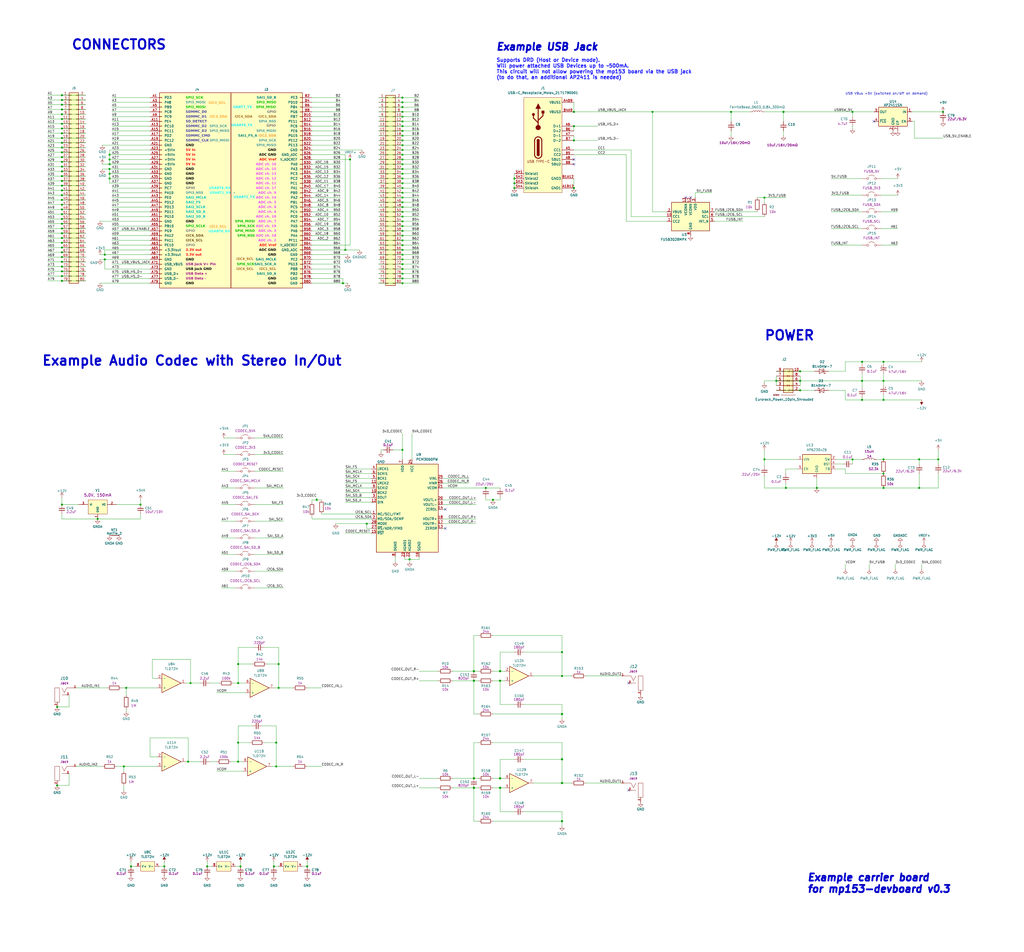
<source format=kicad_sch>
(kicad_sch (version 20250114) (generator "eeschema") (generator_version "9.0")
  (paper "User" 546.1 508)
  (lib_symbols
    (symbol "4ms_Capacitor:100nF_0402_16V" (pin_numbers (hide yes)) (pin_names (offset 0.254) (hide yes))
      (property "Reference" "C" (at 1.905 1.27 0))
      (property "Display" "0.1uF" (at 1.905 -1.27 0))
      (symbol "100nF_0402_16V_1_1"
        (pin passive line (at 0 2.54 270) (length 2.032) (name "~") (number "1"))
        (pin passive line (at 0 -2.54 90) (length 2.032) (name "~") (number "2"))
      )
    )
    (symbol "4ms_Capacitor:100nF_0402_50V" (pin_numbers (hide yes)) (pin_names (offset 0.254) (hide yes))
      (property "Reference" "C" (at 1.905 1.27 0))
      (property "Display" "0.1uF" (at 1.905 -1.27 0))
      (symbol "100nF_0402_50V_1_1"
        (pin passive line (at 0 2.54 270) (length 2.032) (name "~") (number "1"))
        (pin passive line (at 0 -2.54 90) (length 2.032) (name "~") (number "2"))
      )
    )
    (symbol "4ms_Capacitor:100nF_0603_16V" (pin_numbers (hide yes)) (pin_names (offset 0.254) (hide yes))
      (property "Reference" "C" (at 1.905 1.27 0))
      (property "Display" "0.1uF" (at 1.905 -1.27 0))
      (symbol "100nF_0603_16V_1_1"
        (pin passive line (at 0 2.54 270) (length 2.032) (name "~") (number "1"))
        (pin passive line (at 0 -2.54 90) (length 2.032) (name "~") (number "2"))
      )
    )
    (symbol "4ms_Capacitor:10uF_0603_10V" (pin_numbers (hide yes)) (pin_names (offset 0.254) (hide yes))
      (property "Reference" "C" (at 1.905 1.27 0))
      (property "Display" "10uF/10V" (at 1.905 -1.27 0))
      (symbol "10uF_0603_10V_1_1"
        (pin passive line (at 0 2.54 270) (length 2.032) (name "~") (number "1"))
        (pin passive line (at 0 -2.54 90) (length 2.032) (name "~") (number "2"))
      )
    )
    (symbol "4ms_Capacitor:10uF_0805_16V_lowESR" (pin_numbers (hide yes)) (pin_names (offset 0.254) (hide yes))
      (property "Reference" "C" (at 1.905 1.27 0))
      (property "Display" "10uF/16V/20mΩ" (at 1.905 -1.27 0))
      (symbol "10uF_0805_16V_lowESR_1_1"
        (pin passive line (at 0 2.54 270) (length 2.032) (name "~") (number "1"))
        (pin passive line (at 0 -2.54 90) (length 2.032) (name "~") (number "2"))
      )
    )
    (symbol "4ms_Capacitor:180pF_0402_25V" (pin_numbers (hide yes)) (pin_names (offset 0.254) (hide yes))
      (property "Reference" "C" (at 1.905 1.27 0))
      (property "Display" "180pF" (at 1.905 -1.27 0))
      (symbol "180pF_0402_25V_1_1"
        (pin passive line (at 0 2.54 270) (length 2.032) (name "~") (number "1"))
        (pin passive line (at 0 -2.54 90) (length 2.032) (name "~") (number "2"))
      )
    )
    (symbol "4ms_Capacitor:2.2uF_0603_25V" (pin_numbers (hide yes)) (pin_names (offset 0.254) (hide yes))
      (property "Reference" "C" (at 1.905 1.27 0))
      (property "Display" "2.2uF" (at 1.905 -1.27 0))
      (symbol "2.2uF_0603_25V_1_1"
        (pin passive line (at 0 2.54 270) (length 2.032) (name "~") (number "1"))
        (pin passive line (at 0 -2.54 90) (length 2.032) (name "~") (number "2"))
      )
    )
    (symbol "4ms_Capacitor:220pF_0603_25V" (pin_numbers (hide yes)) (pin_names (offset 0.254) (hide yes))
      (property "Reference" "C" (at 1.905 1.27 0))
      (property "Display" "220pF" (at 1.905 -1.27 0))
      (symbol "220pF_0603_25V_1_1"
        (pin passive line (at 0 2.54 270) (length 2.032) (name "~") (number "1"))
        (pin passive line (at 0 -2.54 90) (length 2.032) (name "~") (number "2"))
      )
    )
    (symbol "4ms_Capacitor:22uF_0603_6.3V" (pin_numbers (hide yes)) (pin_names (offset 0.254) (hide yes))
      (property "Reference" "C" (at 1.905 1.27 0))
      (property "Display" "22uF/6.3V" (at 1.905 -1.27 0))
      (symbol "22uF_0603_6.3V_1_1"
        (pin passive line (at 0 2.54 270) (length 2.032) (name "~") (number "1"))
        (pin passive line (at 0 -2.54 90) (length 2.032) (name "~") (number "2"))
      )
    )
    (symbol "4ms_Capacitor:22uF_0805_25V" (pin_numbers (hide yes)) (pin_names (offset 0.254))
      (property "Reference" "C" (at 1.905 1.27 0))
      (property "Display" "22uF/25V" (at 1.905 -1.27 0))
      (symbol "22uF_0805_25V_1_1"
        (pin passive line (at 0 2.54 270) (length 2.032) (name "~") (number "1"))
        (pin passive line (at 0 -2.54 90) (length 2.032) (name "~") (number "2"))
      )
    )
    (symbol "4ms_Capacitor:22uF_1206_25V" (pin_numbers (hide yes)) (pin_names (offset 0.254))
      (property "Reference" "C" (at 1.905 1.27 0))
      (property "Display" "22uF/25V" (at 1.905 -1.27 0))
      (symbol "22uF_1206_25V_1_1"
        (pin passive line (at 0 2.54 270) (length 2.032) (name "~") (number "1"))
        (pin passive line (at 0 -2.54 90) (length 2.032) (name "~") (number "2"))
      )
    )
    (symbol "4ms_Capacitor:4.7uF_0402_6.3V" (pin_numbers (hide yes)) (pin_names (offset 0.254) (hide yes))
      (property "Reference" "C" (at 1.905 1.27 0))
      (property "Display" "4.7uF" (at 1.905 -1.27 0))
      (symbol "4.7uF_0402_6.3V_1_1"
        (pin passive line (at 0 2.54 270) (length 2.032) (name "~") (number "1"))
        (pin passive line (at 0 -2.54 90) (length 2.032) (name "~") (number "2"))
      )
    )
    (symbol "4ms_Capacitor:47uF_5x5.3_16V" (pin_numbers (hide yes)) (pin_names (offset 0.254) (hide yes))
      (property "Reference" "C" (at 1.905 1.27 0))
      (property "Display" "47uF/16V" (at 1.905 -1.27 0))
      (symbol "47uF_5x5.3_16V_1_1"
        (pin passive line (at 0 2.54 270) (length 2.032) (name "~") (number "1"))
        (pin passive line (at 0 -2.54 90) (length 2.032) (name "~") (number "2"))
      )
    )
    (symbol "4ms_Capacitor:820pF_0402_10v" (pin_numbers (hide yes)) (pin_names (offset 0.254) (hide yes))
      (property "Reference" "C" (at 1.905 1.27 0))
      (property "Display" "820pF" (at 1.905 -1.27 0))
      (symbol "820pF_0402_10v_1_1"
        (pin passive line (at 0 2.54 270) (length 2.032) (name "~") (number "1"))
        (pin passive line (at 0 -2.54 90) (length 2.032) (name "~") (number "2"))
      )
    )
    (symbol "4ms_Connector:Eurorack_Power_10pin_Shrouded" (pin_names (offset 0.0254) (hide yes))
      (property "Reference" "J" (at 0 7.62 0))
      (property "Value" "Eurorack_Power_10pin_Shrouded" (at 0 10.16 0))
      (symbol "Eurorack_Power_10pin_Shrouded_0_0"
        (text "STRIPE" (at -6.35 -7.62 0) (effects (font (size 0.635 0.635))))
        (text "+12" (at 0 5.08 0) (effects (font (size 0.635 0.635))))
        (text "GND" (at 0 2.54 0) (effects (font (size 0.635 0.635))))
        (text "GND" (at 0 0 0) (effects (font (size 0.635 0.635))))
        (text "GND" (at 0 -2.54 0) (effects (font (size 0.635 0.635))))
        (text "-12" (at 0 -5.08 0) (effects (font (size 0.635 0.635))))
      )
      (symbol "Eurorack_Power_10pin_Shrouded_1_1"
        (pin passive line (at -6.35 5.08 0) (length 3.81) (name "+12V") (number "9"))
        (pin passive line (at -6.35 2.54 0) (length 3.81) (name "GND") (number "7"))
        (pin passive line (at -6.35 0 0) (length 3.81) (name "GND") (number "5"))
        (pin passive line (at -6.35 -2.54 0) (length 3.81) (name "GND") (number "3"))
        (pin passive line (at -6.35 -5.08 0) (length 3.81) (name "-12V") (number "1"))
        (pin passive line (at 6.35 5.08 180) (length 3.81) (name "+12V") (number "10"))
        (pin passive line (at 6.35 2.54 180) (length 3.81) (name "GND") (number "8"))
        (pin passive line (at 6.35 0 180) (length 3.81) (name "GND") (number "6"))
        (pin passive line (at 6.35 -2.54 180) (length 3.81) (name "GND") (number "4"))
        (pin passive line (at 6.35 -5.08 180) (length 3.81) (name "-12V") (number "2"))
      )
    )
    (symbol "4ms_Connector:Pins_02x40_P2.54mm_TH" (pin_names (offset 1.016) (hide yes))
      (property "Reference" "J" (at 0 50.8 0))
      (symbol "Pins_02x40_P2.54mm_TH_1_1"
        (pin passive line (at -6.35 48.26 0) (length 3.81) (name "Pin_1") (number "1"))
        (pin passive line (at -6.35 45.72 0) (length 3.81) (name "Pin_3") (number "3"))
        (pin passive line (at -6.35 43.18 0) (length 3.81) (name "Pin_5") (number "5"))
        (pin passive line (at -6.35 40.64 0) (length 3.81) (name "Pin_7") (number "7"))
        (pin passive line (at -6.35 38.1 0) (length 3.81) (name "Pin_9") (number "9"))
        (pin passive line (at -6.35 35.56 0) (length 3.81) (name "Pin_11") (number "11"))
        (pin passive line (at -6.35 33.02 0) (length 3.81) (name "Pin_13") (number "13"))
        (pin passive line (at -6.35 30.48 0) (length 3.81) (name "Pin_15") (number "15"))
        (pin passive line (at -6.35 27.94 0) (length 3.81) (name "Pin_17") (number "17"))
        (pin passive line (at -6.35 25.4 0) (length 3.81) (name "Pin_19") (number "19"))
        (pin passive line (at -6.35 22.86 0) (length 3.81) (name "Pin_21") (number "21"))
        (pin passive line (at -6.35 20.32 0) (length 3.81) (name "Pin_23") (number "23"))
        (pin passive line (at -6.35 17.78 0) (length 3.81) (name "Pin_25") (number "25"))
        (pin passive line (at -6.35 15.24 0) (length 3.81) (name "Pin_27") (number "27"))
        (pin passive line (at -6.35 12.7 0) (length 3.81) (name "Pin_29") (number "29"))
        (pin passive line (at -6.35 10.16 0) (length 3.81) (name "Pin_31") (number "31"))
        (pin passive line (at -6.35 7.62 0) (length 3.81) (name "Pin_33") (number "33"))
        (pin passive line (at -6.35 5.08 0) (length 3.81) (name "Pin_35") (number "35"))
        (pin passive line (at -6.35 2.54 0) (length 3.81) (name "Pin_37") (number "37"))
        (pin passive line (at -6.35 0 0) (length 3.81) (name "Pin_39") (number "39"))
        (pin passive line (at -6.35 -2.54 0) (length 3.81) (name "Pin_41") (number "41"))
        (pin passive line (at -6.35 -5.08 0) (length 3.81) (name "Pin_43") (number "43"))
        (pin passive line (at -6.35 -7.62 0) (length 3.81) (name "Pin_45") (number "45"))
        (pin passive line (at -6.35 -10.16 0) (length 3.81) (name "Pin_47") (number "47"))
        (pin passive line (at -6.35 -12.7 0) (length 3.81) (name "Pin_49") (number "49"))
        (pin passive line (at -6.35 -15.24 0) (length 3.81) (name "Pin_51") (number "51"))
        (pin passive line (at -6.35 -17.78 0) (length 3.81) (name "Pin_53") (number "53"))
        (pin passive line (at -6.35 -20.32 0) (length 3.81) (name "Pin_55") (number "55"))
        (pin passive line (at -6.35 -22.86 0) (length 3.81) (name "Pin_57") (number "57"))
        (pin passive line (at -6.35 -25.4 0) (length 3.81) (name "Pin_59") (number "59"))
        (pin passive line (at -6.35 -27.94 0) (length 3.81) (name "Pin_61") (number "61"))
        (pin passive line (at -6.35 -30.48 0) (length 3.81) (name "Pin_63") (number "63"))
        (pin passive line (at -6.35 -33.02 0) (length 3.81) (name "Pin_65") (number "65"))
        (pin passive line (at -6.35 -35.56 0) (length 3.81) (name "Pin_67") (number "67"))
        (pin passive line (at -6.35 -38.1 0) (length 3.81) (name "Pin_69") (number "69"))
        (pin passive line (at -6.35 -40.64 0) (length 3.81) (name "Pin_71") (number "71"))
        (pin passive line (at -6.35 -43.18 0) (length 3.81) (name "Pin_73") (number "73"))
        (pin passive line (at -6.35 -45.72 0) (length 3.81) (name "Pin_75") (number "75"))
        (pin passive line (at -6.35 -48.26 0) (length 3.81) (name "Pin_77") (number "77"))
        (pin passive line (at -6.35 -50.8 0) (length 3.81) (name "Pin_79") (number "79"))
        (pin passive line (at 6.35 48.26 180) (length 3.81) (name "Pin_2") (number "2"))
        (pin passive line (at 6.35 45.72 180) (length 3.81) (name "Pin_4") (number "4"))
        (pin passive line (at 6.35 43.18 180) (length 3.81) (name "Pin_6") (number "6"))
        (pin passive line (at 6.35 40.64 180) (length 3.81) (name "Pin_8") (number "8"))
        (pin passive line (at 6.35 38.1 180) (length 3.81) (name "Pin_10") (number "10"))
        (pin passive line (at 6.35 35.56 180) (length 3.81) (name "Pin_12") (number "12"))
        (pin passive line (at 6.35 33.02 180) (length 3.81) (name "Pin_14") (number "14"))
        (pin passive line (at 6.35 30.48 180) (length 3.81) (name "Pin_16") (number "16"))
        (pin passive line (at 6.35 27.94 180) (length 3.81) (name "Pin_18") (number "18"))
        (pin passive line (at 6.35 25.4 180) (length 3.81) (name "Pin_20") (number "20"))
        (pin passive line (at 6.35 22.86 180) (length 3.81) (name "Pin_22") (number "22"))
        (pin passive line (at 6.35 20.32 180) (length 3.81) (name "Pin_24") (number "24"))
        (pin passive line (at 6.35 17.78 180) (length 3.81) (name "Pin_26") (number "26"))
        (pin passive line (at 6.35 15.24 180) (length 3.81) (name "Pin_28") (number "28"))
        (pin passive line (at 6.35 12.7 180) (length 3.81) (name "Pin_30") (number "30"))
        (pin passive line (at 6.35 10.16 180) (length 3.81) (name "Pin_32") (number "32"))
        (pin passive line (at 6.35 7.62 180) (length 3.81) (name "Pin_34") (number "34"))
        (pin passive line (at 6.35 5.08 180) (length 3.81) (name "Pin_36") (number "36"))
        (pin passive line (at 6.35 2.54 180) (length 3.81) (name "Pin_38") (number "38"))
        (pin passive line (at 6.35 0 180) (length 3.81) (name "Pin_40") (number "40"))
        (pin passive line (at 6.35 -2.54 180) (length 3.81) (name "Pin_42") (number "42"))
        (pin passive line (at 6.35 -5.08 180) (length 3.81) (name "Pin_44") (number "44"))
        (pin passive line (at 6.35 -7.62 180) (length 3.81) (name "Pin_46") (number "46"))
        (pin passive line (at 6.35 -10.16 180) (length 3.81) (name "Pin_48") (number "48"))
        (pin passive line (at 6.35 -12.7 180) (length 3.81) (name "Pin_50") (number "50"))
        (pin passive line (at 6.35 -15.24 180) (length 3.81) (name "Pin_52") (number "52"))
        (pin passive line (at 6.35 -17.78 180) (length 3.81) (name "Pin_54") (number "54"))
        (pin passive line (at 6.35 -20.32 180) (length 3.81) (name "Pin_56") (number "56"))
        (pin passive line (at 6.35 -22.86 180) (length 3.81) (name "Pin_58") (number "58"))
        (pin passive line (at 6.35 -25.4 180) (length 3.81) (name "Pin_60") (number "60"))
        (pin passive line (at 6.35 -27.94 180) (length 3.81) (name "Pin_62") (number "62"))
        (pin passive line (at 6.35 -30.48 180) (length 3.81) (name "Pin_64") (number "64"))
        (pin passive line (at 6.35 -33.02 180) (length 3.81) (name "Pin_66") (number "66"))
        (pin passive line (at 6.35 -35.56 180) (length 3.81) (name "Pin_68") (number "68"))
        (pin passive line (at 6.35 -38.1 180) (length 3.81) (name "Pin_70") (number "70"))
        (pin passive line (at 6.35 -40.64 180) (length 3.81) (name "Pin_72") (number "72"))
        (pin passive line (at 6.35 -43.18 180) (length 3.81) (name "Pin_74") (number "74"))
        (pin passive line (at 6.35 -45.72 180) (length 3.81) (name "Pin_76") (number "76"))
        (pin passive line (at 6.35 -48.26 180) (length 3.81) (name "Pin_78") (number "78"))
        (pin passive line (at 6.35 -50.8 180) (length 3.81) (name "Pin_80") (number "80"))
      )
    )
    (symbol "4ms_Connector:USB-C_Receptacle_Molex_2171790001"
      (property "Reference" "J" (at -3.175 -2.54 0))
      (property "Value" "USB-C_Receptacle_Molex_2171790001" (at 0 31.75 0))
      (symbol "USB-C_Receptacle_Molex_2171790001_1_0"
        (text "USB TYPE-C" (at -2.4421 -4.1676 0) (effects (font (size 1.27 1.27)) (justify top)))
        (pin passive line (at -15.24 -11.43 0) (length 5.08) (name "Shield1") (number "SH1"))
        (pin passive line (at -15.24 -13.97 0) (length 5.08) (name "Shield2") (number "SH2"))
        (pin passive line (at -15.24 -16.51 0) (length 5.08) (name "Shield3") (number "SH3"))
        (pin passive line (at -15.24 -19.05 0) (length 5.08) (name "Shield4") (number "SH4"))
        (pin passive line (at 16.51 26.67 180) (length 6.35) (name "VBUS1") (number "A4B9"))
        (pin passive line (at 16.51 21.59 180) (length 6.35) (name "VBUS3") (number "B4A9"))
        (pin passive line (at 16.51 13.97 180) (length 6.35) (name "D+1") (number "A6"))
        (pin passive line (at 16.51 11.43 180) (length 6.35) (name "D+2") (number "B6"))
        (pin passive line (at 16.51 8.89 180) (length 6.35) (name "D-1") (number "A7"))
        (pin passive line (at 16.51 6.35 180) (length 6.35) (name "D-2") (number "B7"))
        (pin passive line (at 16.51 1.27 180) (length 6.35) (name "CC1") (number "A5"))
        (pin passive line (at 16.51 -1.27 180) (length 6.35) (name "CC2") (number "B5"))
        (pin passive line (at 16.51 -3.81 180) (length 6.35) (name "SBU1") (number "A8"))
        (pin passive line (at 16.51 -6.35 180) (length 6.35) (name "SBU2") (number "B8"))
        (pin passive line (at 16.51 -13.97 180) (length 6.35) (name "GND3") (number "B1A12"))
        (pin passive line (at 16.51 -19.05 180) (length 6.35) (name "GND1") (number "A1B12"))
      )
    )
    (symbol "4ms_Diode:B140HW-7" (pin_numbers (hide yes)) (pin_names (offset 1.016) (hide yes))
      (property "Reference" "D" (at 0 2.54 0))
      (property "Value" "B140HW-7" (at 0 -2.54 0))
      (symbol "B140HW-7_1_1"
        (pin passive line (at -3.81 0 0) (length 2.54) (name "K") (number "1"))
        (pin passive line (at 3.81 0 180) (length 2.54) (name "A") (number "2"))
      )
    )
    (symbol "4ms_IC:AP2411SN"
      (property "Reference" "U" (at -7.62 -6.35 0))
      (property "Value" "AP2411SN" (at -7.62 6.35 0))
      (symbol "AP2411SN_1_1"
        (pin power_in line (at -10.16 2.54 0) (length 2.54) (name "IN") (number "1"))
        (pin input line (at -10.16 -2.54 0) (length 2.54) (name "EN") (number "3"))
        (pin power_in line (at -2.54 -7.62 90) (length 2.54) (name "EP") (number "7"))
        (pin power_in line (at 0 -7.62 90) (length 2.54) (name "GND") (number "2"))
        (pin power_out line (at 10.16 2.54 180) (length 2.54) (name "OUT") (number "5"))
        (pin no_connect line (at 10.16 0 180) (length 2.54) (hide yes) (name "NC") (number "6"))
        (pin open_collector line (at 10.16 -2.54 180) (length 2.54) (name "~{FLG}") (number "4"))
      )
    )
    (symbol "4ms_IC:AP6230xZ6"
      (property "Reference" "U" (at 0 8.89 0))
      (property "Value" "AP6230xZ6" (at 0 6.35 0))
      (symbol "AP6230xZ6_1_1"
        (pin power_in line (at -10.16 2.54 0) (length 2.54) (name "VIN") (number "1"))
        (pin input line (at -10.16 -2.54 0) (length 2.54) (name "EN") (number "5"))
        (pin power_in line (at 0 -7.62 90) (length 2.54) (name "GND") (number "3"))
        (pin output line (at 10.16 2.54 180) (length 2.54) (name "SW") (number "2"))
        (pin passive line (at 10.16 0 180) (length 2.54) (name "BST") (number "4"))
        (pin input line (at 10.16 -2.54 180) (length 2.54) (name "FB") (number "6"))
      )
    )
    (symbol "4ms_IC:FUSB302BMPX"
      (property "Reference" "U" (at -10.16 8.89 0))
      (property "Value" "FUSB302BMPX" (at 3.81 8.89 0))
      (symbol "FUSB302BMPX_1_1"
        (pin bidirectional line (at -12.7 2.54 0) (length 2.54) (name "SDA") (number "7"))
        (pin input line (at -12.7 0 0) (length 2.54) (name "SCL") (number "6"))
        (pin open_collector line (at -12.7 -2.54 0) (length 2.54) (name "INT_N") (number "5"))
        (pin power_in line (at -2.54 10.16 270) (length 2.54) (name "VDD") (number "3"))
        (pin passive line (at -2.54 10.16 270) (length 2.54) (hide yes) (name "VDD") (number "4"))
        (pin power_in line (at 0 10.16 270) (length 2.54) (name "VCONN") (number "12"))
        (pin passive line (at 0 -10.16 90) (length 2.54) (hide yes) (name "GND") (number "15"))
        (pin power_in line (at 0 -10.16 90) (length 2.54) (name "GND") (number "8"))
        (pin passive line (at 0 -10.16 90) (length 2.54) (hide yes) (name "GND") (number "9"))
        (pin power_in line (at 2.54 10.16 270) (length 2.54) (name "VCONN") (number "13"))
        (pin input line (at 12.7 2.54 180) (length 2.54) (name "VBUS") (number "2"))
        (pin bidirectional line (at 12.7 0 180) (length 2.54) (name "CC1") (number "10"))
        (pin bidirectional line (at 12.7 0 180) (length 2.54) (hide yes) (name "CC1") (number "11"))
        (pin bidirectional line (at 12.7 -2.54 180) (length 2.54) (name "CC2") (number "1"))
        (pin bidirectional line (at 12.7 -2.54 180) (length 2.54) (hide yes) (name "CC2") (number "14"))
      )
    )
    (symbol "4ms_IC:PCM3060PW"
      (property "Reference" "U" (at 13.97 34.29 0))
      (property "Value" "PCM3060PW" (at 16.51 31.75 0))
      (symbol "PCM3060PW_1_1"
        (pin bidirectional line (at -17.78 24.13 0) (length 2.54) (name "LRCK1") (number "4"))
        (pin input line (at -17.78 21.59 0) (length 2.54) (name "SCKI1") (number "6"))
        (pin bidirectional line (at -17.78 19.05 0) (length 2.54) (name "BCK1") (number "5"))
        (pin bidirectional line (at -17.78 16.51 0) (length 2.54) (name "LRCK2") (number "11"))
        (pin input line (at -17.78 13.97 0) (length 2.54) (name "SCKI2") (number "9"))
        (pin bidirectional line (at -17.78 11.43 0) (length 2.54) (name "BCK2") (number "10"))
        (pin output line (at -17.78 8.89 0) (length 2.54) (name "DOUT") (number "3"))
        (pin input line (at -17.78 6.35 0) (length 2.54) (name "DIN") (number "12"))
        (pin input line (at -17.78 0 0) (length 2.54) (name "MC/SCL/FMT") (number "1"))
        (pin bidirectional line (at -17.78 -2.54 0) (length 2.54) (name "MD/SDA/DEMP") (number "2"))
        (pin input line (at -17.78 -5.08 0) (length 2.54) (name "MODE") (number "28"))
        (pin input line (at -17.78 -7.62 0) (length 2.54) (name "~{MS}/ADR/IFMD") (number "27"))
        (pin input line (at -17.78 -10.16 0) (length 2.54) (name "~{RST}") (number "15"))
        (pin power_in line (at -5.08 -22.86 90) (length 2.54) (name "DGND") (number "8"))
        (pin power_in line (at -1.27 29.21 270) (length 2.54) (name "VDD") (number "7"))
        (pin power_in line (at 0 -22.86 90) (length 2.54) (name "AGND1") (number "23"))
        (pin power_in line (at 2.54 -22.86 90) (length 2.54) (name "AGND2") (number "22"))
        (pin power_in line (at 3.81 29.21 270) (length 2.54) (name "VCC") (number "24"))
        (pin power_in line (at 7.62 -22.86 90) (length 2.54) (name "SGND") (number "16"))
        (pin input line (at 20.32 19.05 180) (length 2.54) (name "VINL") (number "25"))
        (pin input line (at 20.32 16.51 180) (length 2.54) (name "VINR") (number "26"))
        (pin power_in line (at 20.32 13.97 180) (length 2.54) (name "VCOM") (number "21"))
        (pin output line (at 20.32 7.62 180) (length 2.54) (name "VOUTL+") (number "20"))
        (pin output line (at 20.32 5.08 180) (length 2.54) (name "VOUTL-") (number "19"))
        (pin output line (at 20.32 2.54 180) (length 2.54) (name "ZEROL") (number "14"))
        (pin output line (at 20.32 -2.54 180) (length 2.54) (name "VOUTR+") (number "18"))
        (pin output line (at 20.32 -5.08 180) (length 2.54) (name "VOUTR-") (number "17"))
        (pin output line (at 20.32 -7.62 180) (length 2.54) (name "ZEROR") (number "13"))
      )
    )
    (symbol "4ms_IC:TL072H"
      (property "Reference" "U" (at 2.54 5.08 0))
      (property "Value" "TL072H" (at 2.54 -3.81 0))
      (symbol "TL072H_1_1"
        (pin input line (at -7.62 2.54 0) (length 2.54) (name "+") (number "3"))
        (pin input line (at -7.62 -2.54 0) (length 2.54) (name "-") (number "2"))
        (pin output line (at 7.62 0 180) (length 2.54) (name "~") (number "1"))
      )
      (symbol "TL072H_2_1"
        (pin input line (at -7.62 2.54 0) (length 2.54) (name "+") (number "5"))
        (pin input line (at -7.62 -2.54 0) (length 2.54) (name "-") (number "6"))
        (pin output line (at 7.62 0 180) (length 2.54) (name "~") (number "7"))
      )
      (symbol "TL072H_3_1"
        (pin power_in line (at 0 6.35 270) (length 2.54) (name "V+") (number "8"))
        (pin power_in line (at 0 -6.35 90) (length 2.54) (name "V-") (number "4"))
      )
    )
    (symbol "4ms_IC:mp153-devboard-v0.2-socket-A" (pin_names (offset 2.54))
      (property "Reference" "U" (at -1.27 53.34 0))
      (symbol "mp153-devboard-v0.2-socket-A_1_1"
        (text "SPI2_SCK" (at -5.08 49.53 0) (effects (font (size 1.27 1.27) (bold yes)) (justify left)))
        (text "SPI3_MOSI" (at -5.08 46.99 0) (effects (font (size 1.27 1.27) (bold yes)) (justify left)))
        (text "SPI2_MOSI" (at -5.08 44.45 0) (effects (font (size 1.27 1.27) (bold yes)) (justify left)))
        (text "SDMMC_D0" (at -5.08 41.91 0) (effects (font (size 1.27 1.27) (bold yes)) (justify left)))
        (text "SDMMC_D1" (at -5.08 39.37 0) (effects (font (size 1.27 1.27) (bold yes)) (justify left)))
        (text "SD_DETECT" (at -5.08 36.83 0) (effects (font (size 1.27 1.27) (bold yes)) (justify left)))
        (text "SDMMC_D2" (at -5.08 34.29 0) (effects (font (size 1.27 1.27) (bold yes)) (justify left)))
        (text "SDMMC_D3" (at -5.08 31.75 0) (effects (font (size 1.27 1.27) (bold yes)) (justify left)))
        (text "SDMMC_CMD" (at -5.08 29.21 0) (effects (font (size 1.27 1.27) (bold yes)) (justify left)))
        (text "SDMMC_CLK" (at -5.08 26.67 0) (effects (font (size 1.27 1.27) (bold yes)) (justify left)))
        (text "GND" (at -5.08 24.13 0) (effects (font (size 1.27 1.27) (bold yes)) (justify left)))
        (text "5V In" (at -5.08 21.59 0) (effects (font (size 1.27 1.27) (bold yes)) (justify left)))
        (text "5V In" (at -5.08 19.05 0) (effects (font (size 1.27 1.27) (bold yes)) (justify left)))
        (text "5V In" (at -5.08 16.51 0) (effects (font (size 1.27 1.27) (bold yes)) (justify left)))
        (text "5V In" (at -5.08 13.97 0) (effects (font (size 1.27 1.27) (bold yes)) (justify left)))
        (text "GND" (at -5.08 11.43 0) (effects (font (size 1.27 1.27) (bold yes)) (justify left)))
        (text "GND" (at -5.08 8.89 0) (effects (font (size 1.27 1.27) (bold yes)) (justify left)))
        (text "GND" (at -5.08 6.35 0) (effects (font (size 1.27 1.27) (bold yes)) (justify left)))
        (text "GND" (at -5.08 3.81 0) (effects (font (size 1.27 1.27) (bold yes)) (justify left)))
        (text "GPIO" (at -5.08 1.27 0) (effects (font (size 1.27 1.27) (bold yes)) (justify left)))
        (text "SPI3_NSS" (at -5.08 -1.27 0) (effects (font (size 1.27 1.27) (bold yes)) (justify left)))
        (text "SAI2_MCLK" (at -5.08 -3.81 0) (effects (font (size 1.27 1.27) (bold yes)) (justify left)))
        (text "SAI2_FS" (at -5.08 -6.35 0) (effects (font (size 1.27 1.27) (bold yes)) (justify left)))
        (text "SAI2_SCLK" (at -5.08 -8.89 0) (effects (font (size 1.27 1.27) (bold yes)) (justify left)))
        (text "SAI2_SD_A" (at -5.08 -11.43 0) (effects (font (size 1.27 1.27) (bold yes)) (justify left)))
        (text "SAI2_SD_B" (at -5.08 -13.97 0) (effects (font (size 1.27 1.27) (bold yes)) (justify left)))
        (text "GND" (at -5.08 -16.51 0) (effects (font (size 1.27 1.27) (bold yes)) (justify left)))
        (text "SPI2_SCLK" (at -5.08 -19.05 0) (effects (font (size 1.27 1.27) (bold yes)) (justify left)))
        (text "GPIO" (at -5.08 -21.59 0) (effects (font (size 1.27 1.27) (bold yes)) (justify left)))
        (text "I2C6_SDA" (at -5.08 -24.13 0) (effects (font (size 1.27 1.27) (bold yes)) (justify left)))
        (text "I2C6_SCL" (at -5.08 -26.67 0) (effects (font (size 1.27 1.27) (bold yes)) (justify left)))
        (text "GPIO" (at -5.08 -29.21 0) (effects (font (size 1.27 1.27) (bold yes)) (justify left)))
        (text "3.3V out" (at -5.08 -31.75 0) (effects (font (size 1.27 1.27) (bold yes)) (justify left)))
        (text "3.3V out" (at -5.08 -34.29 0) (effects (font (size 1.27 1.27) (bold yes)) (justify left)))
        (text "GND" (at -5.08 -36.83 0) (effects (font (size 1.27 1.27) (bold yes)) (justify left)))
        (text "USB Jack V+ Pin" (at -5.08 -39.37 0) (effects (font (size 1.27 1.27) (bold yes)) (justify left)))
        (text "USB Jack GND" (at -5.08 -41.91 0) (effects (font (size 1.27 1.27) (bold yes)) (justify left)))
        (text "USB Data +" (at -5.08 -44.45 0) (effects (font (size 1.27 1.27) (bold yes)) (justify left)))
        (text "USB Data -" (at -5.08 -46.99 0) (effects (font (size 1.27 1.27) (bold yes)) (justify left)))
        (text "GND" (at -5.08 -49.53 0) (effects (font (size 1.27 1.27) (bold yes)) (justify left)))
        (text "I2C3_SCL" (at 7.112 46.736 0) (effects (font (size 1.27 1.27) (bold yes)) (justify left)))
        (text "USART6_RX" (at 7.112 -21.844 0) (effects (font (size 1.27 1.27) (bold yes)) (justify left)))
        (text "USART6_RX" (at 7.366 1.27 0) (effects (font (size 1.27 1.27) (bold yes)) (justify left)))
        (text "I2C3_SDA" (at 7.62 39.37 0) (effects (font (size 1.27 1.27) (bold yes)) (justify left)))
        (text "SPI3_SCK" (at 7.62 34.29 0) (effects (font (size 1.27 1.27) (bold yes)) (justify left)))
        (text "SPI3_MISO" (at 7.62 31.75 0) (effects (font (size 1.27 1.27) (bold yes)) (justify left)))
        (text "SPI3_MOSI" (at 7.62 26.67 0) (effects (font (size 1.27 1.27) (bold yes)) (justify left)))
        (text "USART1_RX" (at 7.62 -1.27 0) (effects (font (size 1.27 1.27) (bold yes)) (justify left)))
        (text "I2C2_SCL" (at 7.62 -19.304 0) (effects (font (size 1.27 1.27) (bold yes)) (justify left)))
        (pin passive line (at -24.13 49.53 0) (length 5.08) (name "PD3") (number "A1"))
        (pin passive line (at -24.13 46.99 0) (length 5.08) (name "PA8") (number "A3"))
        (pin passive line (at -24.13 44.45 0) (length 5.08) (name "PB9") (number "A5"))
        (pin passive line (at -24.13 41.91 0) (length 5.08) (name "PC8") (number "A7"))
        (pin passive line (at -24.13 39.37 0) (length 5.08) (name "PC9") (number "A9"))
        (pin passive line (at -24.13 36.83 0) (length 5.08) (name "PE4") (number "A11"))
        (pin passive line (at -24.13 34.29 0) (length 5.08) (name "PC10") (number "A13"))
        (pin passive line (at -24.13 31.75 0) (length 5.08) (name "PC11") (number "A15"))
        (pin passive line (at -24.13 29.21 0) (length 5.08) (name "PD2") (number "A17"))
        (pin passive line (at -24.13 26.67 0) (length 5.08) (name "PC12") (number "A19"))
        (pin passive line (at -24.13 24.13 0) (length 5.08) (name "GND") (number "A21"))
        (pin passive line (at -24.13 21.59 0) (length 5.08) (name "+5Vin") (number "A23"))
        (pin passive line (at -24.13 19.05 0) (length 5.08) (name "+5Vin") (number "A25"))
        (pin passive line (at -24.13 16.51 0) (length 5.08) (name "+5Vin") (number "A27"))
        (pin passive line (at -24.13 13.97 0) (length 5.08) (name "+5Vin") (number "A29"))
        (pin passive line (at -24.13 11.43 0) (length 5.08) (name "GND") (number "A31"))
        (pin passive line (at -24.13 8.89 0) (length 5.08) (name "GND") (number "A33"))
        (pin passive line (at -24.13 6.35 0) (length 5.08) (name "GND") (number "A35"))
        (pin passive line (at -24.13 3.81 0) (length 5.08) (name "GND") (number "A37"))
        (pin passive line (at -24.13 1.27 0) (length 5.08) (name "PC7") (number "A39"))
        (pin passive line (at -24.13 -1.27 0) (length 5.08) (name "PA10") (number "A41"))
        (pin passive line (at -24.13 -3.81 0) (length 5.08) (name "PE0") (number "A43"))
        (pin passive line (at -24.13 -6.35 0) (length 5.08) (name "PD12") (number "A45"))
        (pin passive line (at -24.13 -8.89 0) (length 5.08) (name "PD13") (number "A47"))
        (pin passive line (at -24.13 -11.43 0) (length 5.08) (name "PD11") (number "A49"))
        (pin passive line (at -24.13 -13.97 0) (length 5.08) (name "PG10") (number "A51"))
        (pin passive line (at -24.13 -16.51 0) (length 5.08) (name "GND") (number "A53"))
        (pin passive line (at -24.13 -19.05 0) (length 5.08) (name "PB10") (number "A55"))
        (pin passive line (at -24.13 -21.59 0) (length 5.08) (name "PG9") (number "A57"))
        (pin passive line (at -24.13 -24.13 0) (length 5.08) (name "PA12") (number "A59"))
        (pin passive line (at -24.13 -26.67 0) (length 5.08) (name "PA11") (number "A61"))
        (pin passive line (at -24.13 -29.21 0) (length 5.08) (name "PE10") (number "A63"))
        (pin passive line (at -24.13 -31.75 0) (length 5.08) (name "+3.3Vout") (number "A65"))
        (pin passive line (at -24.13 -34.29 0) (length 5.08) (name "+3.3Vout") (number "A67"))
        (pin passive line (at -24.13 -36.83 0) (length 5.08) (name "GND") (number "A69"))
        (pin passive line (at -24.13 -39.37 0) (length 5.08) (name "USB_VBUS") (number "A71"))
        (pin passive line (at -24.13 -41.91 0) (length 5.08) (name "GND") (number "A73"))
        (pin passive line (at -24.13 -44.45 0) (length 5.08) (name "USB_D+") (number "A75"))
        (pin passive line (at -24.13 -46.99 0) (length 5.08) (name "USB_D-") (number "A77"))
        (pin passive line (at -24.13 -49.53 0) (length 5.08) (name "GND") (number "A79"))
      )
    )
    (symbol "4ms_IC:mp153-devboard-v0.2-socket-B" (pin_names (offset 2.54))
      (property "Reference" "U" (at 0 53.086 0))
      (symbol "mp153-devboard-v0.2-socket-B_1_1"
        (text "UART7_TX" (at -7.874 44.45 0) (effects (font (size 1.27 1.27) (bold yes)) (justify right)))
        (text "I2C4_SDA" (at -7.62 39.37 0) (effects (font (size 1.27 1.27) (bold yes)) (justify right)))
        (text "USART6_TX" (at -7.62 34.798 0) (effects (font (size 1.27 1.27) (bold yes)) (justify right)))
        (text "I2C4_SCL" (at -7.112 -36.576 0) (effects (font (size 1.27 1.27) (bold yes)) (justify right)))
        (text "I2C4_SCL" (at -7.112 -41.91 0) (effects (font (size 1.27 1.27) (bold yes)) (justify right)))
        (text "SPI6_SCK" (at -6.604 -39.37 0) (effects (font (size 1.27 1.27) (bold yes)) (justify right)))
        (text "USART2_TX" (at -6.35 -3.556 0) (effects (font (size 1.27 1.27) (bold yes)) (justify right)))
        (text "SPI6_MOSI" (at -6.35 -16.51 0) (effects (font (size 1.27 1.27) (bold yes)) (justify right)))
        (text "SPI6_SCK" (at -6.35 -19.05 0) (effects (font (size 1.27 1.27) (bold yes)) (justify right)))
        (text "SPI6_MISO" (at -6.35 -21.59 0) (effects (font (size 1.27 1.27) (bold yes)) (justify right)))
        (text "SPI6_NSS" (at -6.35 -24.13 0) (effects (font (size 1.27 1.27) (bold yes)) (justify right)))
        (text "SAI1_FS_A" (at -5.08 29.21 0) (effects (font (size 1.27 1.27) (bold yes)) (justify right)))
        (text "SPI6_MISO" (at 4.826 44.45 0) (effects (font (size 1.27 1.27) (bold yes)) (justify right)))
        (text "GPIO" (at 4.826 34.544 0) (effects (font (size 1.27 1.27) (bold yes)) (justify right)))
        (text "SAI1_SD_B" (at 5.08 49.53 0) (effects (font (size 1.27 1.27) (bold yes)) (justify right)))
        (text "SPI3_MISO" (at 5.08 46.99 0) (effects (font (size 1.27 1.27) (bold yes)) (justify right)))
        (text "GPIO" (at 5.08 41.91 0) (effects (font (size 1.27 1.27) (bold yes)) (justify right)))
        (text "I2C1_SDA" (at 5.08 39.37 0) (effects (font (size 1.27 1.27) (bold yes)) (justify right)))
        (text "SPI4_NSS" (at 5.08 36.83 0) (effects (font (size 1.27 1.27) (bold yes)) (justify right)))
        (text "SPI4_MOSI" (at 5.08 31.75 0) (effects (font (size 1.27 1.27) (bold yes)) (justify right)))
        (text "I2C2_SDA" (at 5.08 29.21 0) (effects (font (size 1.27 1.27) (bold yes)) (justify right)))
        (text "SPI4_SCK" (at 5.08 26.67 0) (effects (font (size 1.27 1.27) (bold yes)) (justify right)))
        (text "SPI4_MISO" (at 5.08 24.13 0) (effects (font (size 1.27 1.27) (bold yes)) (justify right)))
        (text "GND" (at 5.08 21.59 0) (effects (font (size 1.27 1.27) (bold yes)) (justify right)))
        (text "ADC GND" (at 5.08 19.05 0) (effects (font (size 1.27 1.27) (bold yes)) (justify right)))
        (text "ADC Vref" (at 5.08 16.51 0) (effects (font (size 1.27 1.27) (bold yes)) (justify right)))
        (text "ADC ch. 16" (at 5.08 13.97 0) (effects (font (size 1.27 1.27) (bold yes)) (justify right)))
        (text "ADC ch. 15" (at 5.08 11.43 0) (effects (font (size 1.27 1.27) (bold yes)) (justify right)))
        (text "ADC ch. 13" (at 5.08 8.89 0) (effects (font (size 1.27 1.27) (bold yes)) (justify right)))
        (text "ADC ch. 12" (at 5.08 6.35 0) (effects (font (size 1.27 1.27) (bold yes)) (justify right)))
        (text "ADC ch. 11" (at 5.08 3.81 0) (effects (font (size 1.27 1.27) (bold yes)) (justify right)))
        (text "ADC ch. 17" (at 5.08 1.27 0) (effects (font (size 1.27 1.27) (bold yes)) (justify right)))
        (text "ADC ch. 9" (at 5.08 -1.27 0) (effects (font (size 1.27 1.27) (bold yes)) (justify right)))
        (text "ADC ch. 14" (at 5.08 -3.81 0) (effects (font (size 1.27 1.27) (bold yes)) (justify right)))
        (text "ADC ch. 5" (at 5.08 -6.35 0) (effects (font (size 1.27 1.27) (bold yes)) (justify right)))
        (text "ADC ch. 8" (at 5.08 -8.89 0) (effects (font (size 1.27 1.27) (bold yes)) (justify right)))
        (text "ADC ch. 4" (at 5.08 -11.43 0) (effects (font (size 1.27 1.27) (bold yes)) (justify right)))
        (text "ADC ch. 10" (at 5.08 -13.97 0) (effects (font (size 1.27 1.27) (bold yes)) (justify right)))
        (text "ADC ch. 7" (at 5.08 -16.51 0) (effects (font (size 1.27 1.27) (bold yes)) (justify right)))
        (text "ADC ch. 19" (at 5.08 -19.05 0) (effects (font (size 1.27 1.27) (bold yes)) (justify right)))
        (text "ADC ch. 3" (at 5.08 -21.59 0) (effects (font (size 1.27 1.27) (bold yes)) (justify right)))
        (text "ADC ch. 18" (at 5.08 -24.13 0) (effects (font (size 1.27 1.27) (bold yes)) (justify right)))
        (text "ADC ch. 2" (at 5.08 -26.67 0) (effects (font (size 1.27 1.27) (bold yes)) (justify right)))
        (text "ADC Vref" (at 5.08 -29.21 0) (effects (font (size 1.27 1.27) (bold yes)) (justify right)))
        (text "ADC GND" (at 5.08 -31.75 0) (effects (font (size 1.27 1.27) (bold yes)) (justify right)))
        (text "GND" (at 5.08 -34.29 0) (effects (font (size 1.27 1.27) (bold yes)) (justify right)))
        (text "SAI1_MCLK" (at 5.08 -36.83 0) (effects (font (size 1.27 1.27) (bold yes)) (justify right)))
        (text "SAI1_SCK_A" (at 5.08 -39.37 0) (effects (font (size 1.27 1.27) (bold yes)) (justify right)))
        (text "I2C1_SCL" (at 5.08 -41.91 0) (effects (font (size 1.27 1.27) (bold yes)) (justify right)))
        (text "SAI1_SD_A" (at 5.08 -44.45 0) (effects (font (size 1.27 1.27) (bold yes)) (justify right)))
        (text "GND" (at 5.08 -46.99 0) (effects (font (size 1.27 1.27) (bold yes)) (justify right)))
        (text "GND" (at 5.08 -49.53 0) (effects (font (size 1.27 1.27) (bold yes)) (justify right)))
        (pin passive line (at 24.13 49.53 180) (length 5.08) (name "PE3") (number "B2"))
        (pin passive line (at 24.13 46.99 180) (length 5.08) (name "PD10") (number "B4"))
        (pin passive line (at 24.13 44.45 180) (length 5.08) (name "PB4") (number "B6"))
        (pin passive line (at 24.13 41.91 180) (length 5.08) (name "PG6") (number "B8"))
        (pin passive line (at 24.13 39.37 180) (length 5.08) (name "PB7") (number "B10"))
        (pin passive line (at 24.13 36.83 180) (length 5.08) (name "PE11") (number "B12"))
        (pin passive line (at 24.13 34.29 180) (length 5.08) (name "PC6") (number "B14"))
        (pin passive line (at 24.13 31.75 180) (length 5.08) (name "PE6") (number "B16"))
        (pin passive line (at 24.13 29.21 180) (length 5.08) (name "PG15") (number "B18"))
        (pin passive line (at 24.13 26.67 180) (length 5.08) (name "PE12") (number "B20"))
        (pin passive line (at 24.13 24.13 180) (length 5.08) (name "PE13") (number "B22"))
        (pin passive line (at 24.13 21.59 180) (length 5.08) (name "GND") (number "B24"))
        (pin passive line (at 24.13 19.05 180) (length 5.08) (name "GND_ADC") (number "B26"))
        (pin passive line (at 24.13 16.51 180) (length 5.08) (name "V_ADCREF") (number "B28"))
        (pin passive line (at 24.13 13.97 180) (length 5.08) (name "PA0") (number "B30"))
        (pin passive line (at 24.13 11.43 180) (length 5.08) (name "PA3") (number "B32"))
        (pin passive line (at 24.13 8.89 180) (length 5.08) (name "PC3") (number "B34"))
        (pin passive line (at 24.13 6.35 180) (length 5.08) (name "PC2") (number "B36"))
        (pin passive line (at 24.13 3.81 180) (length 5.08) (name "PC1") (number "B38"))
        (pin passive line (at 24.13 1.27 180) (length 5.08) (name "PA1") (number "B40"))
        (pin passive line (at 24.13 -1.27 180) (length 5.08) (name "PB0") (number "B42"))
        (pin passive line (at 24.13 -3.81 180) (length 5.08) (name "PA2") (number "B44"))
        (pin passive line (at 24.13 -6.35 180) (length 5.08) (name "PB1") (number "B46"))
        (pin passive line (at 24.13 -8.89 180) (length 5.08) (name "PC5") (number "B48"))
        (pin passive line (at 24.13 -11.43 180) (length 5.08) (name "PC4") (number "B50"))
        (pin passive line (at 24.13 -13.97 180) (length 5.08) (name "PC0") (number "B52"))
        (pin passive line (at 24.13 -16.51 180) (length 5.08) (name "PA7") (number "B54"))
        (pin passive line (at 24.13 -19.05 180) (length 5.08) (name "PA5") (number "B56"))
        (pin passive line (at 24.13 -21.59 180) (length 5.08) (name "PA6") (number "B58"))
        (pin passive line (at 24.13 -24.13 180) (length 5.08) (name "PA4") (number "B60"))
        (pin passive line (at 24.13 -26.67 180) (length 5.08) (name "PF11") (number "B62"))
        (pin passive line (at 24.13 -29.21 180) (length 5.08) (name "V_ADCREF") (number "B64"))
        (pin passive line (at 24.13 -31.75 180) (length 5.08) (name "GND_ADC") (number "B66"))
        (pin passive line (at 24.13 -34.29 180) (length 5.08) (name "GND") (number "B68"))
        (pin passive line (at 24.13 -36.83 180) (length 5.08) (name "PE2") (number "B70"))
        (pin passive line (at 24.13 -39.37 180) (length 5.08) (name "PG13") (number "B72"))
        (pin passive line (at 24.13 -41.91 180) (length 5.08) (name "PB8") (number "B74"))
        (pin passive line (at 24.13 -44.45 180) (length 5.08) (name "PB2") (number "B76"))
        (pin passive line (at 24.13 -46.99 180) (length 5.08) (name "GND") (number "B78"))
        (pin passive line (at 24.13 -49.53 180) (length 5.08) (name "GND") (number "B80"))
      )
    )
    (symbol "4ms_Inductor:15uH_1A_5040" (pin_numbers (hide yes)) (pin_names (offset 1.016) (hide yes))
      (property "Reference" "L" (at -1.27 0 90))
      (property "Display" "15uH" (at 2.54 0 90))
      (property "Display 2" "1A" (at 4.4196 0.1016 90))
      (symbol "15uH_1A_5040_1_1"
        (pin passive line (at 0 3.81 270) (length 1.27) (name "1") (number "1"))
        (pin passive line (at 0 -3.81 90) (length 1.27) (name "2") (number "2"))
      )
    )
    (symbol "4ms_Inductor:FerriteBead_0603_0.8A_300mΩ" (pin_numbers (hide yes)) (pin_names (offset 1.016) (hide yes))
      (property "Reference" "L1" (at -3.81 1.27 90))
      (property "Value" "FerriteBead_0603_0.8A_300mΩ" (at -1.27 2.54 90))
      (symbol "FerriteBead_0603_0.8A_300mΩ_1_1"
        (pin passive line (at 0 3.81 270) (length 1.27) (name "1") (number "1"))
        (pin passive line (at 0 -3.81 90) (length 1.27) (name "2") (number "2"))
      )
    )
    (symbol "4ms_Jack:3.5mm_Mono_Switched_sm" (pin_names (offset 0) (hide yes))
      (property "Reference" "J" (at -5.334 9.144 0))
      (property "Display" "Jack" (at -4.064 6.858 0))
      (symbol "3.5mm_Mono_Switched_sm_1_1"
        (pin passive line (at -5.08 -5.08 90) (length 2.54) (name "SHEILD") (number "2"))
        (pin passive line (at 1.27 1.27 180) (length 1.27) (name "SW") (number "3"))
        (pin passive line (at 5.08 5.08 180) (length 1.27) (name "SIG") (number "1"))
      )
    )
    (symbol "4ms_Net_Tie:SolderJumper_2_Open" (pin_numbers (hide yes)) (pin_names (offset 0) (hide yes)) (exclude_from_sim yes)
      (property "Reference" "JP" (at 0 0.254 0))
      (property "Display" "~" (at 4.064 1.016 0))
      (symbol "SolderJumper_2_Open_1_1"
        (pin passive line (at -5.08 0 0) (length 2.54) (name "A") (number "1"))
        (pin passive line (at 5.08 0 180) (length 2.54) (name "B") (number "2"))
      )
    )
    (symbol "4ms_Power_Symbol:+12V" (power) (pin_names (offset 0))
      (property "Value" "+12V" (at 0 3.556 0))
      (symbol "+12V_1_1"
        (pin power_in line (at 0 0 90) (length 0) (hide yes) (name "+12V") (number "1"))
      )
    )
    (symbol "4ms_Power_Symbol:+5V" (power) (pin_names (offset 0))
      (property "Value" "+5V" (at 0 3.556 0))
      (symbol "+5V_1_1"
        (pin power_in line (at 0 0 90) (length 0) (hide yes) (name "+5V") (number "1"))
      )
    )
    (symbol "4ms_Power_Symbol:GND" (power) (pin_names (offset 0))
      (property "Value" "GND" (at 0 -3.81 0))
      (symbol "GND_1_1"
        (pin power_in line (at 0 0 270) (length 0) (hide yes) (name "GND") (number "1"))
      )
    )
    (symbol "4ms_Power_Symbol:GNDA" (power) (pin_numbers (hide yes)) (pin_names (offset 0) (hide yes))
      (property "Value" "GNDA" (at 0 -3.81 0))
      (symbol "GNDA_1_1"
        (pin power_in line (at 0 0 270) (length 0) (hide yes) (name "GNDA") (number "1"))
      )
    )
    (symbol "4ms_Power_Symbol:GNDADC" (power) (pin_numbers (hide yes)) (pin_names (offset 0) (hide yes))
      (property "Value" "GNDADC" (at 0 -3.81 0))
      (symbol "GNDADC_1_1"
        (pin power_in line (at 0 0 270) (length 0) (hide yes) (name "GNDADC") (number "1"))
      )
    )
    (symbol "4ms_Power_Symbol:VREF+" (power) (pin_names (offset 0))
      (property "Value" "VREF+" (at 0 3.556 0))
      (symbol "VREF+_1_1"
        (pin power_in line (at 0 0 90) (length 0) (hide yes) (name "VREF+") (number "1"))
      )
    )
    (symbol "4ms_Regulator:AP2120N-5.0TRG1" (pin_names (offset 0.762))
      (property "Reference" "V" (at 3.81 -4.9784 0))
      (property "Display" "5.0V, 150mA" (at 0 5.08 0))
      (symbol "AP2120N-5.0TRG1_1_1"
        (pin input line (at -10.16 1.27 0) (length 5.08) (name "VI") (number "3"))
        (pin input line (at 0 -6.35 90) (length 2.54) (name "GND") (number "1"))
        (pin power_out line (at 10.16 1.27 180) (length 5.08) (name "VO") (number "2"))
      )
    )
    (symbol "4ms_Resistor_0402:100k_0402" (pin_numbers (hide yes)) (pin_names (offset 0))
      (property "Reference" "R" (at 2.032 0 90))
      (property "Display" "100k" (at 3.81 0 90))
      (symbol "100k_0402_1_1"
        (pin passive line (at 0 3.81 270) (length 1.27) (name "~") (number "1"))
        (pin passive line (at 0 -3.81 90) (length 1.27) (name "~") (number "2"))
      )
    )
    (symbol "4ms_Resistor_0402:10k_0402" (pin_numbers (hide yes)) (pin_names (offset 0))
      (property "Reference" "R" (at 2.032 0 90))
      (property "Display" "10k" (at 3.81 0 90))
      (symbol "10k_0402_1_1"
        (pin passive line (at 0 3.81 270) (length 1.27) (name "~") (number "1"))
        (pin passive line (at 0 -3.81 90) (length 1.27) (name "~") (number "2"))
      )
    )
    (symbol "4ms_Resistor_0402:14k_0402" (pin_numbers (hide yes)) (pin_names (offset 0))
      (property "Reference" "R" (at 2.032 0 90))
      (property "Display" "14k" (at 3.81 0 90))
      (symbol "14k_0402_1_1"
        (pin passive line (at 0 3.81 270) (length 1.27) (name "~") (number "1"))
        (pin passive line (at 0 -3.81 90) (length 1.27) (name "~") (number "2"))
      )
    )
    (symbol "4ms_Resistor_0402:1M_0402" (pin_numbers (hide yes)) (pin_names (offset 0))
      (property "Reference" "R" (at 2.032 0 90))
      (property "Display" "1M" (at 3.81 0 90))
      (symbol "1M_0402_1_1"
        (pin passive line (at 0 3.81 270) (length 1.27) (name "~") (number "1"))
        (pin passive line (at 0 -3.81 90) (length 1.27) (name "~") (number "2"))
      )
    )
    (symbol "4ms_Resistor_0402:1k_0402" (pin_numbers (hide yes)) (pin_names (offset 0))
      (property "Reference" "R" (at 2.032 0 90))
      (property "Display" "1k" (at 3.81 0 90))
      (symbol "1k_0402_1_1"
        (pin passive line (at 0 3.81 270) (length 1.27) (name "~") (number "1"))
        (pin passive line (at 0 -3.81 90) (length 1.27) (name "~") (number "2"))
      )
    )
    (symbol "4ms_Resistor_0402:24k_0402" (pin_numbers (hide yes)) (pin_names (offset 0))
      (property "Reference" "R" (at 2.032 0 90))
      (property "Display" "24k" (at 3.81 0 90))
      (symbol "24k_0402_1_1"
        (pin passive line (at 0 3.81 270) (length 1.27) (name "~") (number "1"))
        (pin passive line (at 0 -3.81 90) (length 1.27) (name "~") (number "2"))
      )
    )
    (symbol "4ms_Resistor_0402:52.3k_0402" (pin_numbers (hide yes)) (pin_names (offset 0))
      (property "Reference" "R" (at 2.032 0 90))
      (property "Display" "52.3k" (at 3.81 0 90))
      (symbol "52.3k_0402_1_1"
        (pin passive line (at 0 3.81 270) (length 1.27) (name "~") (number "1"))
        (pin passive line (at 0 -3.81 90) (length 1.27) (name "~") (number "2"))
      )
    )
    (symbol "Device:NetTie_2" (pin_numbers (hide yes)) (pin_names (offset 0) (hide yes)) (in_bom no)
      (property "Reference" "NT" (at 0 1.27 0))
      (property "Value" "NetTie_2" (at 0 -1.27 0))
      (symbol "NetTie_2_1_1"
        (pin passive line (at -2.54 0 0) (length 2.54) (name "1") (number "1"))
        (pin passive line (at 2.54 0 180) (length 2.54) (name "2") (number "2"))
      )
    )
    (symbol "power:+12V" (power) (pin_numbers (hide yes)) (pin_names (offset 0) (hide yes))
      (property "Value" "+12V" (at 0 3.556 0))
      (symbol "+12V_1_1"
        (pin power_in line (at 0 0 90) (length 0) (name "~") (number "1"))
      )
    )
    (symbol "power:+3.3V" (power) (pin_numbers (hide yes)) (pin_names (offset 0) (hide yes))
      (property "Value" "+3.3V" (at 0 3.556 0))
      (symbol "+3.3V_1_1"
        (pin power_in line (at 0 0 90) (length 0) (name "~") (number "1"))
      )
    )
    (symbol "power:+5V" (power) (pin_numbers (hide yes)) (pin_names (offset 0) (hide yes))
      (property "Value" "+5V" (at 0 3.556 0))
      (symbol "+5V_1_1"
        (pin power_in line (at 0 0 90) (length 0) (name "~") (number "1"))
      )
    )
    (symbol "power:+5VA" (power) (pin_numbers (hide yes)) (pin_names (offset 0) (hide yes))
      (property "Value" "+5VA" (at 0 3.556 0))
      (symbol "+5VA_1_1"
        (pin power_in line (at 0 0 90) (length 0) (name "~") (number "1"))
      )
    )
    (symbol "power:-12V" (power) (pin_numbers (hide yes)) (pin_names (offset 0) (hide yes))
      (property "Value" "-12V" (at 0 3.556 0))
      (symbol "-12V_0_0"
        (pin power_in line (at 0 0 90) (length 0) (name "~") (number "1"))
      )
    )
    (symbol "power:GND" (power) (pin_numbers (hide yes)) (pin_names (offset 0) (hide yes))
      (property "Value" "GND" (at 0 -3.81 0))
      (symbol "GND_1_1"
        (pin power_in line (at 0 0 270) (length 0) (name "~") (number "1"))
      )
    )
    (symbol "power:PWR_FLAG" (power) (pin_numbers (hide yes)) (pin_names (offset 0) (hide yes))
      (property "Value" "PWR_FLAG" (at 0 3.81 0))
      (symbol "PWR_FLAG_0_0"
        (pin power_out line (at 0 0 90) (length 0) (name "~") (number "1"))
      )
    )
  )
  (text "POWER" (at 407.416 182.118 0) (effects (font (size 5.08 5.08) (thickness 1.016) (bold yes)) (justify left bottom)))
  (text "CONNECTORS " (at 37.846 26.924 0) (effects (font (size 5.08 5.08) (thickness 1.016) (bold yes)) (justify left bottom)))
  (text "Supports DRD (Host or Device mode).\nWill power attached USB Devices up to ~500mA.\nThis circuit will not allow powering the mp153 board via the USB jack\n(to do that, an additional AP2411 is needed)" (at 264.668 36.83 0) (effects (font (size 1.905 1.905) (thickness 0.381) (bold yes)) (justify left)))
  (text "Example USB Jack" (at 291.846 25.146 0) (effects (font (size 3.81 3.81) (thickness 1.016) (bold yes) (italic yes))))
  (text "Example Audio Codec with Stereo In/Out" (at 22.098 195.58 0) (effects (font (size 5.08 5.08) (thickness 1.016) (bold yes)) (justify left bottom)))
  (text "Example carrier board\nfor mp153-devboard v0.3" (at 430.276 476.758 0) (effects (font (size 3.81 3.81) (thickness 1.27) (bold yes) (italic yes)) (justify left bottom)))
  (text "USB VBus +5V (switched on/off on demand)" (at 494.792 50.8 0) (effects (font (size 1.27 1.27)) (justify right bottom)))
  (junction (at 214.63 90.17))
  (junction (at 414.02 203.2))
  (junction (at 214.63 110.49))
  (junction (at 101.6 364.49))
  (junction (at 274.32 95.25))
  (junction (at 33.02 91.44))
  (junction (at 58.42 92.71))
  (junction (at 214.63 120.65))
  (junction (at 33.02 111.76))
  (junction (at 33.02 60.96))
  (junction (at 214.63 57.15))
  (junction (at 33.02 93.98))
  (junction (at 299.72 381) (diameter 1.016))
  (junction (at 127 396.24))
  (junction (at 33.02 106.68))
  (junction (at 33.02 68.58))
  (junction (at 347.98 59.69))
  (junction (at 252.73 420.37) (diameter 1.016))
  (junction (at 214.63 64.77))
  (junction (at 33.02 132.08))
  (junction (at 214.63 67.31))
  (junction (at 214.63 125.73))
  (junction (at 52.07 276.86))
  (junction (at 490.22 260.35))
  (junction (at 306.07 59.69))
  (junction (at 33.02 134.62))
  (junction (at 214.63 97.79))
  (junction (at 214.63 240.03))
  (junction (at 168.91 266.7))
  (junction (at 299.72 417.83) (diameter 1.016))
  (junction (at 262.89 266.7))
  (junction (at 33.02 114.3))
  (junction (at 266.7 358.14) (diameter 1.016))
  (junction (at 214.63 118.11))
  (junction (at 33.02 78.74))
  (junction (at 127 354.33))
  (junction (at 69.85 462.28))
  (junction (at 214.63 85.09))
  (junction (at 33.02 124.46))
  (junction (at 471.17 260.35))
  (junction (at 459.74 203.2))
  (junction (at 214.63 59.69))
  (junction (at 454.66 245.11))
  (junction (at 33.02 66.04))
  (junction (at 182.88 151.13))
  (junction (at 266.7 415.29) (diameter 1.016))
  (junction (at 33.02 55.88))
  (junction (at 214.63 107.95))
  (junction (at 110.49 462.28))
  (junction (at 274.32 97.79))
  (junction (at 274.32 100.33))
  (junction (at 33.02 53.34))
  (junction (at 214.63 72.39))
  (junction (at 33.02 269.24))
  (junction (at 214.63 87.63))
  (junction (at 214.63 102.87))
  (junction (at 426.72 198.12))
  (junction (at 58.42 82.55))
  (junction (at 454.66 59.69))
  (junction (at 74.93 269.24))
  (junction (at 214.63 135.89))
  (junction (at 33.02 63.5))
  (junction (at 471.17 252.73))
  (junction (at 471.17 213.36))
  (junction (at 33.02 149.86))
  (junction (at 490.22 245.11))
  (junction (at 214.63 62.23))
  (junction (at 407.67 105.41))
  (junction (at 259.08 260.35))
  (junction (at 33.02 137.16))
  (junction (at 100.33 406.4))
  (junction (at 471.17 245.11))
  (junction (at 58.42 85.09))
  (junction (at 214.63 54.61))
  (junction (at 459.74 193.04))
  (junction (at 218.44 298.45))
  (junction (at 30.48 419.1))
  (junction (at 214.63 128.27))
  (junction (at 148.59 367.03))
  (junction (at 299.72 360.68))
  (junction (at 58.42 90.17))
  (junction (at 33.02 119.38))
  (junction (at 214.63 69.85))
  (junction (at 214.63 52.07))
  (junction (at 214.63 123.19))
  (junction (at 58.42 87.63))
  (junction (at 195.58 279.4))
  (junction (at 33.02 116.84))
  (junction (at 147.32 396.24))
  (junction (at 55.88 138.43))
  (junction (at 33.02 50.8))
  (junction (at 214.63 138.43))
  (junction (at 214.63 113.03))
  (junction (at 214.63 148.59))
  (junction (at 435.61 260.35))
  (junction (at 128.27 462.28))
  (junction (at 214.63 140.97))
  (junction (at 127 364.49))
  (junction (at 58.42 95.25))
  (junction (at 186.69 85.09))
  (junction (at 66.04 408.94))
  (junction (at 33.02 58.42))
  (junction (at 214.63 77.47))
  (junction (at 33.02 88.9))
  (junction (at 214.63 143.51))
  (junction (at 214.63 130.81))
  (junction (at 33.02 73.66))
  (junction (at 33.02 71.12))
  (junction (at 471.17 193.04))
  (junction (at 252.73 358.14) (diameter 1.016))
  (junction (at 299.72 438.15) (diameter 1.016))
  (junction (at 87.63 462.28))
  (junction (at 502.92 59.69))
  (junction (at 306.07 100.33))
  (junction (at 389.89 59.69))
  (junction (at 252.73 363.22) (diameter 1.016))
  (junction (at 184.15 133.35))
  (junction (at 33.02 99.06))
  (junction (at 214.63 100.33))
  (junction (at 33.02 83.82))
  (junction (at 33.02 139.7))
  (junction (at 252.73 415.29) (diameter 1.016))
  (junction (at 33.02 147.32))
  (junction (at 146.05 462.28))
  (junction (at 67.31 367.03))
  (junction (at 214.63 133.35))
  (junction (at 163.83 462.28))
  (junction (at 33.02 81.28))
  (junction (at 299.72 405.13) (diameter 1.016))
  (junction (at 417.83 59.69) (diameter 1.016))
  (junction (at 214.63 95.25))
  (junction (at 33.02 104.14))
  (junction (at 266.7 363.22) (diameter 1.016))
  (junction (at 214.63 74.93))
  (junction (at 33.02 101.6))
  (junction (at 214.63 146.05))
  (junction (at 148.59 354.33))
  (junction (at 33.02 76.2))
  (junction (at 500.38 245.11))
  (junction (at 471.17 203.2))
  (junction (at 214.63 151.13))
  (junction (at 33.02 96.52))
  (junction (at 306.07 67.31))
  (junction (at 33.02 129.54))
  (junction (at 127 406.4))
  (junction (at 33.02 127))
  (junction (at 306.07 74.93))
  (junction (at 214.63 80.01))
  (junction (at 33.02 121.92))
  (junction (at 214.63 92.71))
  (junction (at 214.63 115.57))
  (junction (at 266.7 420.37) (diameter 1.016))
  (junction (at 426.72 208.28))
  (junction (at 214.63 82.55))
  (junction (at 419.1 260.35))
  (junction (at 33.02 142.24))
  (junction (at 33.02 109.22))
  (junction (at 33.02 86.36))
  (junction (at 459.74 213.36))
  (junction (at 55.88 135.89))
  (junction (at 299.72 347.98))
  (junction (at 33.02 144.78))
  (junction (at 407.67 245.11))
  (junction (at 426.72 203.2))
  (junction (at 147.32 408.94))
  (junction (at 214.63 105.41))
  (junction (at 30.48 377.19))
  (no_connect (at 466.09 64.77))
  (no_connect (at 368.3 105.41))
  (no_connect (at 306.07 87.63))
  (no_connect (at 237.49 271.78))
  (no_connect (at 335.28 364.49))
  (no_connect (at 237.49 281.94))
  (no_connect (at 306.07 85.09))
  (no_connect (at 365.76 105.41))
  (no_connect (at 335.28 421.64))
  (wire (pts (xy 274.32 97.79) (xy 274.32 100.33)))
  (wire (pts (xy 419.1 250.19) (xy 425.45 250.19)))
  (wire (pts (xy 259.08 260.35) (xy 266.7 260.35)))
  (wire (pts (xy 59.69 52.07) (xy 80.01 52.07)))
  (wire (pts (xy 119.38 242.57) (xy 125.73 242.57)))
  (wire (pts (xy 381 113.03) (xy 403.86 113.03)))
  (wire (pts (xy 266.7 433.07) (xy 274.32 433.07)))
  (wire (pts (xy 181.61 95.25) (xy 166.37 95.25)))
  (wire (pts (xy 201.93 118.11) (xy 214.63 118.11)))
  (wire (pts (xy 214.63 64.77) (xy 223.52 64.77)))
  (wire (pts (xy 58.42 85.09) (xy 80.01 85.09)))
  (wire (pts (xy 166.37 80.01) (xy 193.04 80.01)))
  (wire (pts (xy 407.67 260.35) (xy 419.1 260.35)))
  (wire (pts (xy 74.93 266.7) (xy 74.93 269.24)))
  (wire (pts (xy 166.37 266.7) (xy 166.37 267.97)))
  (wire (pts (xy 407.67 245.11) (xy 425.45 245.11)))
  (wire (pts (xy 133.35 396.24) (xy 127 396.24)))
  (wire (pts (xy 487.68 64.77) (xy 486.41 64.77)))
  (wire (pts (xy 414.02 203.2) (xy 414.02 205.74)))
  (wire (pts (xy 214.63 138.43) (xy 223.52 138.43)))
  (wire (pts (xy 184.15 257.81) (xy 198.12 257.81)))
  (wire (pts (xy 254 276.86) (xy 236.22 276.86)))
  (wire (pts (xy 471.17 194.31) (xy 471.17 193.04)))
  (wire (pts (xy 469.9 113.03) (xy 478.79 113.03)))
  (wire (pts (xy 445.77 247.65) (xy 449.58 247.65)))
  (wire (pts (xy 58.42 90.17) (xy 80.01 90.17)))
  (wire (pts (xy 266.7 347.98) (xy 274.32 347.98)))
  (wire (pts (xy 181.61 52.07) (xy 166.37 52.07)))
  (wire (pts (xy 184.15 284.48) (xy 198.12 284.48)))
  (wire (pts (xy 59.69 148.59) (xy 80.01 148.59)))
  (wire (pts (xy 161.29 462.28) (xy 163.83 462.28)))
  (wire (pts (xy 33.02 124.46) (xy 45.72 124.46)))
  (wire (pts (xy 201.93 148.59) (xy 214.63 148.59)))
  (wire (pts (xy 25.4 147.32) (xy 33.02 147.32)))
  (wire (pts (xy 101.6 351.79) (xy 101.6 364.49)))
  (wire (pts (xy 33.02 73.66) (xy 45.72 73.66)))
  (wire (pts (xy 25.4 149.86) (xy 33.02 149.86)))
  (wire (pts (xy 219.71 231.14) (xy 219.71 245.11)))
  (wire (pts (xy 135.89 233.68) (xy 151.13 233.68)))
  (wire (pts (xy 52.07 276.86) (xy 74.93 276.86)))
  (wire (pts (xy 59.69 130.81) (xy 80.01 130.81)))
  (wire (pts (xy 33.02 68.58) (xy 45.72 68.58)))
  (wire (pts (xy 146.05 459.74) (xy 146.05 462.28)))
  (wire (pts (xy 147.32 408.94) (xy 144.78 408.94)))
  (wire (pts (xy 471.17 213.36) (xy 491.49 213.36)))
  (wire (pts (xy 33.02 142.24) (xy 45.72 142.24)))
  (wire (pts (xy 450.85 252.73) (xy 471.17 252.73)))
  (wire (pts (xy 214.63 100.33) (xy 223.52 100.33)))
  (wire (pts (xy 469.9 121.92) (xy 478.79 121.92)))
  (wire (pts (xy 59.69 107.95) (xy 80.01 107.95)))
  (wire (pts (xy 33.02 66.04) (xy 45.72 66.04)))
  (wire (pts (xy 209.55 240.03) (xy 214.63 240.03)))
  (wire (pts (xy 441.96 198.12) (xy 450.85 198.12)))
  (wire (pts (xy 201.93 113.03) (xy 214.63 113.03)))
  (wire (pts (xy 33.02 86.36) (xy 45.72 86.36)))
  (wire (pts (xy 25.4 119.38) (xy 33.02 119.38)))
  (wire (pts (xy 53.34 151.13) (xy 80.01 151.13)))
  (wire (pts (xy 355.6 113.03) (xy 347.98 113.03)))
  (wire (pts (xy 443.23 95.25) (xy 459.74 95.25)))
  (wire (pts (xy 336.55 80.01) (xy 336.55 115.57)))
  (wire (pts (xy 59.69 57.15) (xy 80.01 57.15)))
  (wire (pts (xy 477.52 300.99) (xy 477.52 303.53)))
  (wire (pts (xy 299.72 438.15) (xy 299.72 440.69)))
  (wire (pts (xy 147.32 396.24) (xy 147.32 408.94)))
  (wire (pts (xy 491.49 300.99) (xy 491.49 303.53)))
  (wire (pts (xy 83.82 408.94) (xy 66.04 408.94)))
  (wire (pts (xy 407.67 204.47) (xy 407.67 203.2)))
  (wire (pts (xy 236.22 266.7) (xy 254 266.7)))
  (wire (pts (xy 306.07 67.31) (xy 318.77 67.31)))
  (wire (pts (xy 58.42 87.63) (xy 54.61 87.63)))
  (wire (pts (xy 146.05 462.28) (xy 148.59 462.28)))
  (wire (pts (xy 214.63 143.51) (xy 223.52 143.51)))
  (wire (pts (xy 426.72 198.12) (xy 434.34 198.12)))
  (wire (pts (xy 40.64 367.03) (xy 57.15 367.03)))
  (wire (pts (xy 306.07 54.61) (xy 306.07 59.69)))
  (wire (pts (xy 115.57 411.48) (xy 129.54 411.48)))
  (wire (pts (xy 33.02 114.3) (xy 45.72 114.3)))
  (wire (pts (xy 255.27 358.14) (xy 252.73 358.14)))
  (wire (pts (xy 500.38 240.03) (xy 500.38 245.11)))
  (wire (pts (xy 33.02 71.12) (xy 45.72 71.12)))
  (wire (pts (xy 33.02 104.14) (xy 45.72 104.14)))
  (wire (pts (xy 201.93 140.97) (xy 214.63 140.97)))
  (wire (pts (xy 266.7 358.14) (xy 269.24 358.14)))
  (wire (pts (xy 203.2 241.3) (xy 203.2 240.03)))
  (wire (pts (xy 201.93 125.73) (xy 214.63 125.73)))
  (wire (pts (xy 214.63 113.03) (xy 223.52 113.03)))
  (wire (pts (xy 33.02 63.5) (xy 45.72 63.5)))
  (wire (pts (xy 128.27 459.74) (xy 128.27 462.28)))
  (wire (pts (xy 201.93 135.89) (xy 214.63 135.89)))
  (wire (pts (xy 25.4 76.2) (xy 33.02 76.2)))
  (wire (pts (xy 214.63 95.25) (xy 223.52 95.25)))
  (wire (pts (xy 279.4 433.07) (xy 299.72 433.07)))
  (wire (pts (xy 459.74 199.39) (xy 459.74 203.2)))
  (wire (pts (xy 417.83 59.69) (xy 454.66 59.69)))
  (wire (pts (xy 181.61 143.51) (xy 166.37 143.51)))
  (wire (pts (xy 181.61 138.43) (xy 166.37 138.43)))
  (wire (pts (xy 62.23 269.24) (xy 74.93 269.24)))
  (wire (pts (xy 25.4 121.92) (xy 33.02 121.92)))
  (wire (pts (xy 69.85 459.74) (xy 69.85 462.28)))
  (wire (pts (xy 184.15 267.97) (xy 198.12 267.97)))
  (wire (pts (xy 181.61 92.71) (xy 166.37 92.71)))
  (wire (pts (xy 223.52 363.22) (xy 233.68 363.22)))
  (wire (pts (xy 59.69 102.87) (xy 80.01 102.87)))
  (wire (pts (xy 181.61 118.11) (xy 166.37 118.11)))
  (wire (pts (xy 435.61 255.27) (xy 435.61 260.35)))
  (wire (pts (xy 347.98 59.69) (xy 389.89 59.69)))
  (wire (pts (xy 500.38 252.73) (xy 500.38 260.35)))
  (wire (pts (xy 266.7 347.98) (xy 266.7 358.14)))
  (wire (pts (xy 201.93 151.13) (xy 214.63 151.13)))
  (wire (pts (xy 262.89 420.37) (xy 266.7 420.37)))
  (wire (pts (xy 201.93 130.81) (xy 214.63 130.81)))
  (wire (pts (xy 135.89 287.02) (xy 151.13 287.02)))
  (wire (pts (xy 284.48 360.68) (xy 299.72 360.68)))
  (wire (pts (xy 135.89 295.91) (xy 151.13 295.91)))
  (wire (pts (xy 25.4 114.3) (xy 33.02 114.3)))
  (wire (pts (xy 201.93 77.47) (xy 214.63 77.47)))
  (wire (pts (xy 201.93 72.39) (xy 214.63 72.39)))
  (wire (pts (xy 255.27 363.22) (xy 252.73 363.22)))
  (wire (pts (xy 214.63 151.13) (xy 223.52 151.13)))
  (wire (pts (xy 490.22 260.35) (xy 490.22 252.73)))
  (wire (pts (xy 58.42 85.09) (xy 58.42 82.55)))
  (wire (pts (xy 33.02 132.08) (xy 45.72 132.08)))
  (wire (pts (xy 490.22 245.11) (xy 490.22 247.65)))
  (wire (pts (xy 236.22 255.27) (xy 250.19 255.27)))
  (wire (pts (xy 389.89 59.69) (xy 389.89 64.77)))
  (wire (pts (xy 336.55 115.57) (xy 355.6 115.57)))
  (wire (pts (xy 166.37 275.59) (xy 166.37 276.86)))
  (wire (pts (xy 201.93 92.71) (xy 214.63 92.71)))
  (wire (pts (xy 184.15 252.73) (xy 198.12 252.73)))
  (wire (pts (xy 25.4 99.06) (xy 33.02 99.06)))
  (wire (pts (xy 214.63 148.59) (xy 223.52 148.59)))
  (wire (pts (xy 33.02 58.42) (xy 45.72 58.42)))
  (wire (pts (xy 195.58 279.4) (xy 198.12 279.4)))
  (wire (pts (xy 214.63 80.01) (xy 223.52 80.01)))
  (wire (pts (xy 407.67 203.2) (xy 414.02 203.2)))
  (wire (pts (xy 25.4 96.52) (xy 33.02 96.52)))
  (wire (pts (xy 459.74 194.31) (xy 459.74 193.04)))
  (wire (pts (xy 299.72 339.09) (xy 299.72 347.98)))
  (wire (pts (xy 58.42 87.63) (xy 80.01 87.63)))
  (wire (pts (xy 33.02 50.8) (xy 45.72 50.8)))
  (wire (pts (xy 214.63 115.57) (xy 223.52 115.57)))
  (wire (pts (xy 195.58 281.94) (xy 195.58 279.4)))
  (wire (pts (xy 181.61 115.57) (xy 166.37 115.57)))
  (wire (pts (xy 426.72 203.2) (xy 426.72 205.74)))
  (wire (pts (xy 312.42 360.68) (xy 331.47 360.68)))
  (wire (pts (xy 236.22 260.35) (xy 259.08 260.35)))
  (wire (pts (xy 58.42 92.71) (xy 58.42 95.25)))
  (wire (pts (xy 25.4 142.24) (xy 33.02 142.24)))
  (wire (pts (xy 67.31 367.03) (xy 64.77 367.03)))
  (wire (pts (xy 181.61 123.19) (xy 166.37 123.19)))
  (wire (pts (xy 201.93 82.55) (xy 214.63 82.55)))
  (wire (pts (xy 407.67 105.41) (xy 419.1 105.41)))
  (wire (pts (xy 459.74 203.2) (xy 459.74 207.01)))
  (wire (pts (xy 110.49 462.28) (xy 113.03 462.28)))
  (wire (pts (xy 148.59 367.03) (xy 146.05 367.03)))
  (wire (pts (xy 454.66 68.58) (xy 454.66 67.31)))
  (wire (pts (xy 53.34 118.11) (xy 80.01 118.11)))
  (wire (pts (xy 266.7 420.37) (xy 269.24 420.37)))
  (wire (pts (xy 186.69 130.81) (xy 186.69 85.09)))
  (wire (pts (xy 53.34 135.89) (xy 55.88 135.89)))
  (wire (pts (xy 59.69 140.97) (xy 80.01 140.97)))
  (wire (pts (xy 201.93 107.95) (xy 214.63 107.95)))
  (wire (pts (xy 201.93 123.19) (xy 214.63 123.19)))
  (wire (pts (xy 59.69 110.49) (xy 80.01 110.49)))
  (wire (pts (xy 181.61 128.27) (xy 166.37 128.27)))
  (wire (pts (xy 59.69 100.33) (xy 80.01 100.33)))
  (wire (pts (xy 419.1 257.81) (xy 419.1 260.35)))
  (wire (pts (xy 179.07 279.4) (xy 195.58 279.4)))
  (wire (pts (xy 166.37 276.86) (xy 198.12 276.86)))
  (wire (pts (xy 59.69 146.05) (xy 80.01 146.05)))
  (wire (pts (xy 181.61 59.69) (xy 166.37 59.69)))
  (wire (pts (xy 55.88 133.35) (xy 80.01 133.35)))
  (wire (pts (xy 237.49 281.94) (xy 236.22 281.94)))
  (wire (pts (xy 33.02 265.43) (xy 33.02 269.24)))
  (wire (pts (xy 201.93 128.27) (xy 214.63 128.27)))
  (wire (pts (xy 469.9 104.14) (xy 478.79 104.14)))
  (wire (pts (xy 33.02 109.22) (xy 45.72 109.22)))
  (wire (pts (xy 25.4 101.6) (xy 33.02 101.6)))
  (wire (pts (xy 471.17 199.39) (xy 471.17 203.2)))
  (wire (pts (xy 25.4 109.22) (xy 33.02 109.22)))
  (wire (pts (xy 181.61 77.47) (xy 166.37 77.47)))
  (wire (pts (xy 201.93 85.09) (xy 214.63 85.09)))
  (wire (pts (xy 214.63 77.47) (xy 223.52 77.47)))
  (wire (pts (xy 81.28 361.95) (xy 81.28 351.79)))
  (wire (pts (xy 115.57 369.57) (xy 130.81 369.57)))
  (wire (pts (xy 25.4 63.5) (xy 33.02 63.5)))
  (wire (pts (xy 210.82 297.18) (xy 210.82 299.72)))
  (wire (pts (xy 336.55 80.01) (xy 306.07 80.01)))
  (wire (pts (xy 255.27 339.09) (xy 252.73 339.09)))
  (wire (pts (xy 236.22 279.4) (xy 254 279.4)))
  (wire (pts (xy 166.37 133.35) (xy 184.15 133.35)))
  (wire (pts (xy 58.42 85.09) (xy 58.42 87.63)))
  (wire (pts (xy 181.61 72.39) (xy 166.37 72.39)))
  (wire (pts (xy 218.44 298.45) (xy 218.44 297.18)))
  (wire (pts (xy 66.04 408.94) (xy 62.23 408.94)))
  (wire (pts (xy 33.02 149.86) (xy 45.72 149.86)))
  (wire (pts (xy 148.59 354.33) (xy 148.59 367.03)))
  (wire (pts (xy 59.69 74.93) (xy 80.01 74.93)))
  (wire (pts (xy 214.63 146.05) (xy 223.52 146.05)))
  (wire (pts (xy 25.4 129.54) (xy 33.02 129.54)))
  (wire (pts (xy 118.11 251.46) (xy 125.73 251.46)))
  (wire (pts (xy 81.28 351.79) (xy 101.6 351.79)))
  (wire (pts (xy 279.4 375.92) (xy 299.72 375.92)))
  (wire (pts (xy 83.82 403.86) (xy 80.01 403.86)))
  (wire (pts (xy 25.4 73.66) (xy 33.02 73.66)))
  (wire (pts (xy 214.63 130.81) (xy 223.52 130.81)))
  (wire (pts (xy 407.67 260.35) (xy 407.67 254)))
  (wire (pts (xy 306.07 67.31) (xy 306.07 69.85)))
  (wire (pts (xy 445.77 250.19) (xy 450.85 250.19)))
  (wire (pts (xy 500.38 247.65) (xy 500.38 245.11)))
  (wire (pts (xy 198.12 281.94) (xy 195.58 281.94)))
  (wire (pts (xy 111.76 364.49) (xy 116.84 364.49)))
  (wire (pts (xy 168.91 265.43) (xy 168.91 266.7)))
  (wire (pts (xy 417.83 69.85) (xy 417.83 72.39)))
  (wire (pts (xy 118.11 260.35) (xy 125.73 260.35)))
  (wire (pts (xy 214.63 54.61) (xy 223.52 54.61)))
  (wire (pts (xy 381 115.57) (xy 407.67 115.57)))
  (wire (pts (xy 306.07 72.39) (xy 306.07 74.93)))
  (wire (pts (xy 181.61 87.63) (xy 166.37 87.63)))
  (wire (pts (xy 487.68 73.66) (xy 487.68 64.77)))
  (wire (pts (xy 59.69 105.41) (xy 80.01 105.41)))
  (wire (pts (xy 181.61 90.17) (xy 166.37 90.17)))
  (wire (pts (xy 33.02 116.84) (xy 45.72 116.84)))
  (wire (pts (xy 33.02 91.44) (xy 45.72 91.44)))
  (wire (pts (xy 163.83 459.74) (xy 163.83 462.28)))
  (wire (pts (xy 266.7 266.7) (xy 266.7 265.43)))
  (wire (pts (xy 201.93 120.65) (xy 214.63 120.65)))
  (wire (pts (xy 58.42 95.25) (xy 58.42 97.79)))
  (wire (pts (xy 454.66 245.11) (xy 459.74 245.11)))
  (wire (pts (xy 171.45 274.32) (xy 198.12 274.32)))
  (wire (pts (xy 214.63 90.17) (xy 223.52 90.17)))
  (wire (pts (xy 252.73 420.37) (xy 252.73 438.15)))
  (wire (pts (xy 201.93 62.23) (xy 214.63 62.23)))
  (wire (pts (xy 262.89 363.22) (xy 266.7 363.22)))
  (wire (pts (xy 33.02 81.28) (xy 45.72 81.28)))
  (wire (pts (xy 450.85 198.12) (xy 450.85 193.04)))
  (wire (pts (xy 166.37 130.81) (xy 186.69 130.81)))
  (wire (pts (xy 266.7 363.22) (xy 266.7 375.92)))
  (wire (pts (xy 127 396.24) (xy 127 406.4)))
  (wire (pts (xy 87.63 459.74) (xy 87.63 462.28)))
  (wire (pts (xy 214.63 92.71) (xy 223.52 92.71)))
  (wire (pts (xy 419.1 250.19) (xy 419.1 252.73)))
  (wire (pts (xy 58.42 90.17) (xy 58.42 92.71)))
  (wire (pts (xy 471.17 260.35) (xy 490.22 260.35)))
  (wire (pts (xy 135.89 304.8) (xy 151.13 304.8)))
  (wire (pts (xy 25.4 127) (xy 33.02 127)))
  (wire (pts (xy 33.02 127) (xy 45.72 127)))
  (wire (pts (xy 135.89 251.46) (xy 151.13 251.46)))
  (wire (pts (xy 407.67 59.69) (xy 417.83 59.69)))
  (wire (pts (xy 255.27 420.37) (xy 252.73 420.37)))
  (wire (pts (xy 66.04 408.94) (xy 66.04 411.48)))
  (wire (pts (xy 25.4 66.04) (xy 33.02 66.04)))
  (wire (pts (xy 25.4 60.96) (xy 33.02 60.96)))
  (wire (pts (xy 59.69 54.61) (xy 80.01 54.61)))
  (wire (pts (xy 306.07 59.69) (xy 347.98 59.69)))
  (wire (pts (xy 201.93 110.49) (xy 214.63 110.49)))
  (wire (pts (xy 299.72 381) (xy 262.89 381)))
  (wire (pts (xy 140.97 396.24) (xy 147.32 396.24)))
  (wire (pts (xy 74.93 274.32) (xy 74.93 276.86)))
  (wire (pts (xy 36.83 377.19) (xy 30.48 377.19)))
  (wire (pts (xy 252.73 415.29) (xy 241.3 415.29)))
  (wire (pts (xy 118.11 287.02) (xy 125.73 287.02)))
  (wire (pts (xy 450.85 193.04) (xy 459.74 193.04)))
  (wire (pts (xy 500.38 245.11) (xy 490.22 245.11)))
  (wire (pts (xy 214.63 118.11) (xy 223.52 118.11)))
  (wire (pts (xy 181.61 140.97) (xy 166.37 140.97)))
  (wire (pts (xy 334.01 118.11) (xy 355.6 118.11)))
  (wire (pts (xy 450.85 208.28) (xy 450.85 213.36)))
  (wire (pts (xy 55.88 133.35) (xy 55.88 135.89)))
  (wire (pts (xy 36.83 370.84) (xy 36.83 377.19)))
  (wire (pts (xy 414.02 208.28) (xy 426.72 208.28)))
  (wire (pts (xy 502.92 73.66) (xy 487.68 73.66)))
  (wire (pts (xy 33.02 53.34) (xy 45.72 53.34)))
  (wire (pts (xy 252.73 420.37) (xy 241.3 420.37)))
  (wire (pts (xy 266.7 415.29) (xy 269.24 415.29)))
  (wire (pts (xy 214.63 240.03) (xy 214.63 245.11)))
  (wire (pts (xy 469.9 130.81) (xy 478.79 130.81)))
  (wire (pts (xy 135.89 313.69) (xy 151.13 313.69)))
  (wire (pts (xy 118.11 295.91) (xy 125.73 295.91)))
  (wire (pts (xy 134.62 354.33) (xy 127 354.33)))
  (wire (pts (xy 445.77 245.11) (xy 454.66 245.11)))
  (wire (pts (xy 33.02 101.6) (xy 45.72 101.6)))
  (wire (pts (xy 25.4 111.76) (xy 33.02 111.76)))
  (wire (pts (xy 201.93 143.51) (xy 214.63 143.51)))
  (wire (pts (xy 414.02 203.2) (xy 426.72 203.2)))
  (wire (pts (xy 236.22 269.24) (xy 254 269.24)))
  (wire (pts (xy 25.4 93.98) (xy 33.02 93.98)))
  (wire (pts (xy 25.4 68.58) (xy 33.02 68.58)))
  (wire (pts (xy 55.88 138.43) (xy 80.01 138.43)))
  (wire (pts (xy 59.69 67.31) (xy 80.01 67.31)))
  (wire (pts (xy 435.61 260.35) (xy 471.17 260.35)))
  (wire (pts (xy 148.59 367.03) (xy 156.21 367.03)))
  (wire (pts (xy 443.23 121.92) (xy 459.74 121.92)))
  (wire (pts (xy 274.32 95.25) (xy 274.32 97.79)))
  (wire (pts (xy 163.83 367.03) (xy 171.45 367.03)))
  (wire (pts (xy 59.69 120.65) (xy 80.01 120.65)))
  (wire (pts (xy 33.02 76.2) (xy 45.72 76.2)))
  (wire (pts (xy 214.63 140.97) (xy 223.52 140.97)))
  (wire (pts (xy 33.02 276.86) (xy 52.07 276.86)))
  (wire (pts (xy 33.02 139.7) (xy 45.72 139.7)))
  (wire (pts (xy 201.93 138.43) (xy 214.63 138.43)))
  (wire (pts (xy 214.63 135.89) (xy 223.52 135.89)))
  (wire (pts (xy 266.7 363.22) (xy 269.24 363.22)))
  (wire (pts (xy 201.93 97.79) (xy 214.63 97.79)))
  (wire (pts (xy 181.61 54.61) (xy 166.37 54.61)))
  (wire (pts (xy 33.02 269.24) (xy 41.91 269.24)))
  (wire (pts (xy 80.01 403.86) (xy 80.01 393.7)))
  (wire (pts (xy 299.72 405.13) (xy 299.72 417.83)))
  (wire (pts (xy 214.63 97.79) (xy 223.52 97.79)))
  (wire (pts (xy 306.07 74.93) (xy 318.77 74.93)))
  (wire (pts (xy 218.44 298.45) (xy 218.44 299.72)))
  (wire (pts (xy 266.7 420.37) (xy 266.7 433.07)))
  (wire (pts (xy 33.02 129.54) (xy 45.72 129.54)))
  (wire (pts (xy 83.82 361.95) (xy 81.28 361.95)))
  (wire (pts (xy 33.02 88.9) (xy 45.72 88.9)))
  (wire (pts (xy 55.88 138.43) (xy 55.88 143.51)))
  (wire (pts (xy 471.17 245.11) (xy 490.22 245.11)))
  (wire (pts (xy 443.23 113.03) (xy 459.74 113.03)))
  (wire (pts (xy 54.61 77.47) (xy 80.01 77.47)))
  (wire (pts (xy 58.42 95.25) (xy 80.01 95.25)))
  (wire (pts (xy 266.7 375.92) (xy 274.32 375.92)))
  (wire (pts (xy 334.01 82.55) (xy 334.01 118.11)))
  (wire (pts (xy 55.88 135.89) (xy 80.01 135.89)))
  (wire (pts (xy 259.08 266.7) (xy 262.89 266.7)))
  (wire (pts (xy 33.02 106.68) (xy 45.72 106.68)))
  (wire (pts (xy 184.15 255.27) (xy 198.12 255.27)))
  (wire (pts (xy 459.74 203.2) (xy 471.17 203.2)))
  (wire (pts (xy 85.09 462.28) (xy 87.63 462.28)))
  (wire (pts (xy 201.93 95.25) (xy 214.63 95.25)))
  (wire (pts (xy 441.96 208.28) (xy 450.85 208.28)))
  (wire (pts (xy 181.61 74.93) (xy 166.37 74.93)))
  (wire (pts (xy 129.54 406.4) (xy 127 406.4)))
  (wire (pts (xy 33.02 144.78) (xy 45.72 144.78)))
  (wire (pts (xy 25.4 83.82) (xy 33.02 83.82)))
  (wire (pts (xy 25.4 137.16) (xy 33.02 137.16)))
  (wire (pts (xy 299.72 438.15) (xy 262.89 438.15)))
  (wire (pts (xy 214.63 62.23) (xy 223.52 62.23)))
  (wire (pts (xy 262.89 415.29) (xy 266.7 415.29)))
  (wire (pts (xy 201.93 69.85) (xy 214.63 69.85)))
  (wire (pts (xy 181.61 120.65) (xy 166.37 120.65)))
  (wire (pts (xy 299.72 433.07) (xy 299.72 438.15)))
  (wire (pts (xy 118.11 313.69) (xy 125.73 313.69)))
  (wire (pts (xy 201.93 133.35) (xy 214.63 133.35)))
  (wire (pts (xy 171.45 266.7) (xy 168.91 266.7)))
  (wire (pts (xy 223.52 358.14) (xy 233.68 358.14)))
  (wire (pts (xy 25.4 53.34) (xy 33.02 53.34)))
  (wire (pts (xy 252.73 438.15) (xy 255.27 438.15)))
  (wire (pts (xy 118.11 269.24) (xy 125.73 269.24)))
  (wire (pts (xy 181.61 67.31) (xy 166.37 67.31)))
  (wire (pts (xy 25.4 71.12) (xy 33.02 71.12)))
  (wire (pts (xy 181.61 125.73) (xy 166.37 125.73)))
  (wire (pts (xy 201.93 146.05) (xy 214.63 146.05)))
  (wire (pts (xy 166.37 82.55) (xy 184.15 82.55)))
  (wire (pts (xy 214.63 87.63) (xy 223.52 87.63)))
  (wire (pts (xy 299.72 381) (xy 299.72 383.54)))
  (wire (pts (xy 426.72 208.28) (xy 434.34 208.28)))
  (wire (pts (xy 33.02 121.92) (xy 45.72 121.92)))
  (wire (pts (xy 214.63 67.31) (xy 223.52 67.31)))
  (wire (pts (xy 181.61 57.15) (xy 166.37 57.15)))
  (wire (pts (xy 419.1 260.35) (xy 435.61 260.35)))
  (wire (pts (xy 236.22 257.81) (xy 250.19 257.81)))
  (wire (pts (xy 33.02 55.88) (xy 45.72 55.88)))
  (wire (pts (xy 299.72 405.13) (xy 279.4 405.13)))
  (wire (pts (xy 59.69 125.73) (xy 80.01 125.73)))
  (wire (pts (xy 414.02 198.12) (xy 426.72 198.12)))
  (wire (pts (xy 252.73 396.24) (xy 252.73 415.29)))
  (wire (pts (xy 118.11 278.13) (xy 125.73 278.13)))
  (wire (pts (xy 201.93 59.69) (xy 214.63 59.69)))
  (wire (pts (xy 100.33 393.7) (xy 100.33 406.4)))
  (wire (pts (xy 255.27 415.29) (xy 252.73 415.29)))
  (wire (pts (xy 181.61 107.95) (xy 166.37 107.95)))
  (wire (pts (xy 223.52 415.29) (xy 233.68 415.29)))
  (wire (pts (xy 214.63 59.69) (xy 223.52 59.69)))
  (wire (pts (xy 218.44 298.45) (xy 223.52 298.45)))
  (wire (pts (xy 119.38 233.68) (xy 125.73 233.68)))
  (wire (pts (xy 135.89 269.24) (xy 151.13 269.24)))
  (wire (pts (xy 214.63 231.14) (xy 214.63 240.03)))
  (wire (pts (xy 181.61 64.77) (xy 166.37 64.77)))
  (wire (pts (xy 214.63 105.41) (xy 223.52 105.41)))
  (wire (pts (xy 306.07 95.25) (xy 306.07 100.33)))
  (wire (pts (xy 459.74 193.04) (xy 471.17 193.04)))
  (wire (pts (xy 25.4 50.8) (xy 33.02 50.8)))
  (wire (pts (xy 134.62 387.35) (xy 127 387.35)))
  (wire (pts (xy 266.7 405.13) (xy 274.32 405.13)))
  (wire (pts (xy 58.42 80.01) (xy 80.01 80.01)))
  (wire (pts (xy 214.63 107.95) (xy 223.52 107.95)))
  (wire (pts (xy 471.17 203.2) (xy 491.49 203.2)))
  (wire (pts (xy 299.72 396.24) (xy 262.89 396.24)))
  (wire (pts (xy 201.93 57.15) (xy 214.63 57.15)))
  (wire (pts (xy 407.67 105.41) (xy 407.67 107.95)))
  (wire (pts (xy 469.9 95.25) (xy 478.79 95.25)))
  (wire (pts (xy 252.73 339.09) (xy 252.73 358.14)))
  (wire (pts (xy 214.63 125.73) (xy 223.52 125.73)))
  (wire (pts (xy 100.33 406.4) (xy 99.06 406.4)))
  (wire (pts (xy 25.4 144.78) (xy 33.02 144.78)))
  (wire (pts (xy 59.69 72.39) (xy 80.01 72.39)))
  (wire (pts (xy 33.02 83.82) (xy 45.72 83.82)))
  (wire (pts (xy 252.73 381) (xy 255.27 381)))
  (wire (pts (xy 55.88 143.51) (xy 80.01 143.51)))
  (wire (pts (xy 182.88 148.59) (xy 182.88 151.13)))
  (wire (pts (xy 181.61 69.85) (xy 166.37 69.85)))
  (wire (pts (xy 25.4 58.42) (xy 33.02 58.42)))
  (wire (pts (xy 182.88 148.59) (xy 166.37 148.59)))
  (wire (pts (xy 262.89 266.7) (xy 266.7 266.7)))
  (wire (pts (xy 312.42 417.83) (xy 331.47 417.83)))
  (wire (pts (xy 33.02 119.38) (xy 45.72 119.38)))
  (wire (pts (xy 135.89 345.44) (xy 127 345.44)))
  (wire (pts (xy 370.84 102.87) (xy 370.84 105.41)))
  (wire (pts (xy 25.4 91.44) (xy 33.02 91.44)))
  (wire (pts (xy 25.4 55.88) (xy 33.02 55.88)))
  (wire (pts (xy 417.83 59.69) (xy 417.83 64.77)))
  (wire (pts (xy 33.02 147.32) (xy 45.72 147.32)))
  (wire (pts (xy 262.89 358.14) (xy 266.7 358.14)))
  (wire (pts (xy 181.61 105.41) (xy 166.37 105.41)))
  (wire (pts (xy 36.83 412.75) (xy 36.83 419.1)))
  (wire (pts (xy 502.92 59.69) (xy 486.41 59.69)))
  (wire (pts (xy 127 364.49) (xy 124.46 364.49)))
  (wire (pts (xy 255.27 396.24) (xy 252.73 396.24)))
  (wire (pts (xy 214.63 102.87) (xy 223.52 102.87)))
  (wire (pts (xy 299.72 375.92) (xy 299.72 381)))
  (wire (pts (xy 67.31 367.03) (xy 67.31 370.84)))
  (wire (pts (xy 67.31 367.03) (xy 83.82 367.03)))
  (wire (pts (xy 135.89 260.35) (xy 151.13 260.35)))
  (wire (pts (xy 101.6 364.49) (xy 106.68 364.49)))
  (wire (pts (xy 252.73 358.14) (xy 241.3 358.14)))
  (wire (pts (xy 370.84 102.87) (xy 379.73 102.87)))
  (wire (pts (xy 54.61 90.17) (xy 58.42 90.17)))
  (wire (pts (xy 58.42 80.01) (xy 58.42 82.55)))
  (wire (pts (xy 223.52 420.37) (xy 233.68 420.37)))
  (wire (pts (xy 450.85 213.36) (xy 459.74 213.36)))
  (wire (pts (xy 182.88 151.13) (xy 185.42 151.13)))
  (wire (pts (xy 53.34 138.43) (xy 55.88 138.43)))
  (wire (pts (xy 407.67 245.11) (xy 407.67 248.92)))
  (wire (pts (xy 148.59 345.44) (xy 148.59 354.33)))
  (wire (pts (xy 25.4 106.68) (xy 33.02 106.68)))
  (wire (pts (xy 201.93 54.61) (xy 214.63 54.61)))
  (wire (pts (xy 403.86 105.41) (xy 407.67 105.41)))
  (wire (pts (xy 25.4 88.9) (xy 33.02 88.9)))
  (wire (pts (xy 279.4 347.98) (xy 299.72 347.98)))
  (wire (pts (xy 215.9 298.45) (xy 218.44 298.45)))
  (wire (pts (xy 25.4 104.14) (xy 33.02 104.14)))
  (wire (pts (xy 184.15 82.55) (xy 184.15 133.35)))
  (wire (pts (xy 25.4 86.36) (xy 33.02 86.36)))
  (wire (pts (xy 67.31 378.46) (xy 67.31 379.73)))
  (wire (pts (xy 201.93 87.63) (xy 214.63 87.63)))
  (wire (pts (xy 500.38 260.35) (xy 490.22 260.35)))
  (wire (pts (xy 135.89 278.13) (xy 151.13 278.13)))
  (wire (pts (xy 59.69 113.03) (xy 80.01 113.03)))
  (wire (pts (xy 443.23 130.81) (xy 459.74 130.81)))
  (wire (pts (xy 147.32 387.35) (xy 147.32 396.24)))
  (wire (pts (xy 389.89 69.85) (xy 389.89 72.39)))
  (wire (pts (xy 33.02 274.32) (xy 33.02 276.86)))
  (wire (pts (xy 466.09 59.69) (xy 454.66 59.69)))
  (wire (pts (xy 181.61 100.33) (xy 166.37 100.33)))
  (wire (pts (xy 33.02 60.96) (xy 45.72 60.96)))
  (wire (pts (xy 347.98 59.69) (xy 347.98 113.03)))
  (wire (pts (xy 181.61 97.79) (xy 166.37 97.79)))
  (wire (pts (xy 201.93 100.33) (xy 214.63 100.33)))
  (wire (pts (xy 214.63 123.19) (xy 223.52 123.19)))
  (wire (pts (xy 237.49 271.78) (xy 236.22 271.78)))
  (wire (pts (xy 201.93 64.77) (xy 214.63 64.77)))
  (wire (pts (xy 127 406.4) (xy 123.19 406.4)))
  (wire (pts (xy 139.7 387.35) (xy 147.32 387.35)))
  (wire (pts (xy 168.91 266.7) (xy 166.37 266.7)))
  (wire (pts (xy 201.93 90.17) (xy 214.63 90.17)))
  (wire (pts (xy 214.63 133.35) (xy 223.52 133.35)))
  (wire (pts (xy 69.85 462.28) (xy 72.39 462.28)))
  (wire (pts (xy 130.81 364.49) (xy 127 364.49)))
  (wire (pts (xy 59.69 62.23) (xy 80.01 62.23)))
  (wire (pts (xy 214.63 120.65) (xy 223.52 120.65)))
  (wire (pts (xy 201.93 115.57) (xy 214.63 115.57)))
  (wire (pts (xy 214.63 85.09) (xy 223.52 85.09)))
  (wire (pts (xy 25.4 134.62) (xy 33.02 134.62)))
  (wire (pts (xy 58.42 82.55) (xy 80.01 82.55)))
  (wire (pts (xy 184.15 260.35) (xy 198.12 260.35)))
  (wire (pts (xy 33.02 96.52) (xy 45.72 96.52)))
  (wire (pts (xy 201.93 105.41) (xy 214.63 105.41)))
  (wire (pts (xy 127 387.35) (xy 127 396.24)))
  (wire (pts (xy 135.89 242.57) (xy 151.13 242.57)))
  (wire (pts (xy 25.4 124.46) (xy 33.02 124.46)))
  (wire (pts (xy 266.7 405.13) (xy 266.7 415.29)))
  (wire (pts (xy 299.72 347.98) (xy 299.72 360.68)))
  (wire (pts (xy 66.04 419.1) (xy 66.04 421.64)))
  (wire (pts (xy 181.61 62.23) (xy 166.37 62.23)))
  (wire (pts (xy 214.63 52.07) (xy 223.52 52.07)))
  (wire (pts (xy 40.64 408.94) (xy 54.61 408.94)))
  (wire (pts (xy 181.61 102.87) (xy 166.37 102.87)))
  (wire (pts (xy 191.77 133.35) (xy 184.15 133.35)))
  (wire (pts (xy 127 345.44) (xy 127 354.33)))
  (wire (pts (xy 33.02 137.16) (xy 45.72 137.16)))
  (wire (pts (xy 36.83 419.1) (xy 30.48 419.1)))
  (wire (pts (xy 203.2 240.03) (xy 204.47 240.03)))
  (wire (pts (xy 147.32 408.94) (xy 156.21 408.94)))
  (wire (pts (xy 201.93 80.01) (xy 214.63 80.01)))
  (wire (pts (xy 214.63 57.15) (xy 223.52 57.15)))
  (wire (pts (xy 214.63 128.27) (xy 223.52 128.27)))
  (wire (pts (xy 389.89 59.69) (xy 400.05 59.69)))
  (wire (pts (xy 33.02 93.98) (xy 45.72 93.98)))
  (wire (pts (xy 426.72 200.66) (xy 426.72 203.2)))
  (wire (pts (xy 59.69 128.27) (xy 80.01 128.27)))
  (wire (pts (xy 252.73 363.22) (xy 252.73 381)))
  (wire (pts (xy 414.02 200.66) (xy 414.02 203.2)))
  (wire (pts (xy 25.4 139.7) (xy 33.02 139.7)))
  (wire (pts (xy 80.01 393.7) (xy 100.33 393.7)))
  (wire (pts (xy 59.69 115.57) (xy 80.01 115.57)))
  (wire (pts (xy 426.72 203.2) (xy 459.74 203.2)))
  (wire (pts (xy 33.02 99.06) (xy 45.72 99.06)))
  (wire (pts (xy 140.97 345.44) (xy 148.59 345.44)))
  (wire (pts (xy 299.72 396.24) (xy 299.72 405.13)))
  (wire (pts (xy 454.66 247.65) (xy 454.66 245.11)))
  (wire (pts (xy 25.4 81.28) (xy 33.02 81.28)))
  (wire (pts (xy 58.42 97.79) (xy 80.01 97.79)))
  (wire (pts (xy 25.4 116.84) (xy 33.02 116.84)))
  (wire (pts (xy 33.02 78.74) (xy 45.72 78.74)))
  (wire (pts (xy 100.33 406.4) (xy 106.68 406.4)))
  (wire (pts (xy 25.4 78.74) (xy 33.02 78.74)))
  (wire (pts (xy 215.9 298.45) (xy 215.9 297.18)))
  (wire (pts (xy 214.63 74.93) (xy 223.52 74.93)))
  (wire (pts (xy 201.93 74.93) (xy 214.63 74.93)))
  (wire (pts (xy 166.37 135.89) (xy 185.42 135.89)))
  (wire (pts (xy 111.76 406.4) (xy 115.57 406.4)))
  (wire (pts (xy 33.02 134.62) (xy 45.72 134.62)))
  (wire (pts (xy 33.02 111.76) (xy 45.72 111.76)))
  (wire (pts (xy 166.37 85.09) (xy 186.69 85.09)))
  (wire (pts (xy 407.67 240.03) (xy 407.67 245.11)))
  (wire (pts (xy 214.63 69.85) (xy 223.52 69.85)))
  (wire (pts (xy 184.15 265.43) (xy 198.12 265.43)))
  (wire (pts (xy 381 118.11) (xy 396.24 118.11)))
  (wire (pts (xy 58.42 92.71) (xy 80.01 92.71)))
  (wire (pts (xy 25.4 132.08) (xy 33.02 132.08)))
  (wire (pts (xy 181.61 113.03) (xy 166.37 113.03)))
  (wire (pts (xy 201.93 67.31) (xy 214.63 67.31)))
  (wire (pts (xy 450.85 252.73) (xy 450.85 250.19)))
  (wire (pts (xy 299.72 339.09) (xy 262.89 339.09)))
  (wire (pts (xy 59.69 59.69) (xy 80.01 59.69)))
  (wire (pts (xy 201.93 102.87) (xy 214.63 102.87)))
  (wire (pts (xy 59.69 123.19) (xy 80.01 123.19)))
  (wire (pts (xy 59.69 69.85) (xy 80.01 69.85)))
  (wire (pts (xy 142.24 354.33) (xy 148.59 354.33)))
  (wire (pts (xy 110.49 459.74) (xy 110.49 462.28)))
  (wire (pts (xy 125.73 462.28) (xy 128.27 462.28)))
  (wire (pts (xy 299.72 417.83) (xy 284.48 417.83)))
  (wire (pts (xy 184.15 250.19) (xy 198.12 250.19)))
  (wire (pts (xy 184.15 262.89) (xy 198.12 262.89)))
  (wire (pts (xy 163.83 408.94) (xy 171.45 408.94)))
  (wire (pts (xy 467.36 245.11) (xy 471.17 245.11)))
  (wire (pts (xy 471.17 210.82) (xy 471.17 213.36)))
  (wire (pts (xy 101.6 364.49) (xy 99.06 364.49)))
  (wire (pts (xy 214.63 110.49) (xy 223.52 110.49)))
  (wire (pts (xy 181.61 110.49) (xy 166.37 110.49)))
  (wire (pts (xy 334.01 82.55) (xy 306.07 82.55)))
  (wire (pts (xy 454.66 62.23) (xy 454.66 59.69)))
  (wire (pts (xy 252.73 363.22) (xy 241.3 363.22)))
  (wire (pts (xy 259.08 265.43) (xy 259.08 266.7)))
  (wire (pts (xy 471.17 193.04) (xy 491.49 193.04)))
  (wire (pts (xy 274.32 92.71) (xy 274.32 95.25)))
  (wire (pts (xy 214.63 82.55) (xy 223.52 82.55)))
  (wire (pts (xy 182.88 151.13) (xy 166.37 151.13)))
  (wire (pts (xy 181.61 146.05) (xy 166.37 146.05)))
  (wire (pts (xy 450.85 300.99) (xy 450.85 303.53)))
  (wire (pts (xy 459.74 212.09) (xy 459.74 213.36)))
  (wire (pts (xy 443.23 104.14) (xy 459.74 104.14)))
  (wire (pts (xy 201.93 52.07) (xy 214.63 52.07)))
  (wire (pts (xy 118.11 304.8) (xy 125.73 304.8)))
  (wire (pts (xy 299.72 417.83) (xy 304.8 417.83)))
  (wire (pts (xy 471.17 203.2) (xy 471.17 205.74)))
  (wire (pts (xy 459.74 213.36) (xy 471.17 213.36)))
  (wire (pts (xy 223.52 297.18) (xy 223.52 298.45)))
  (wire (pts (xy 127 354.33) (xy 127 364.49)))
  (wire (pts (xy 463.55 300.99) (xy 463.55 303.53)))
  (wire (pts (xy 304.8 360.68) (xy 299.72 360.68)))
  (wire (pts (xy 214.63 72.39) (xy 223.52 72.39)))
  (wire (pts (xy 59.69 64.77) (xy 80.01 64.77)))
  (label "B76" (at 223.52 146.05 180))
  (label "B70" (at 223.52 138.43 180))
  (label "ADC_17" (at 175.26 100.33 180))
  (label "ADC_5" (at 175.26 107.95 180))
  (label "CC1" (at 318.77 80.01 0))
  (label "B54" (at 223.52 118.11 180))
  (label "A37" (at 59.69 97.79 0))
  (label "B8" (at 223.52 59.69 180))
  (label "AUDIO_OUT2" (at 331.47 360.68 180))
  (label "ADC_11" (at 175.26 97.79 180))
  (label "B48" (at 181.61 110.49 180))
  (label "B68" (at 223.52 135.89 180))
  (label "B22" (at 181.61 77.47 180))
  (label "B18" (at 223.52 72.39 180))
  (label "SAI_MCLK" (at 184.15 252.73 0))
  (label "B42" (at 181.61 102.87 180))
  (label "A31" (at 25.4 88.9 0))
  (label "USB_VBUS_JACK" (at 64.77 140.97 0))
  (label "B32" (at 223.52 90.17 180))
  (label "A13" (at 59.69 67.31 0))
  (label "A49" (at 25.4 111.76 0))
  (label "CODEC_IN_R" (at 250.19 257.81 180))
  (label "B38" (at 223.52 97.79 180))
  (label "FUSB_INT" (at 443.23 130.81 0))
  (label "B60" (at 181.61 125.73 180))
  (label "SAI_SCK" (at 184.15 255.27 0))
  (label "B46" (at 223.52 107.95 180))
  (label "A51" (at 25.4 114.3 0))
  (label "A25" (at 59.69 82.55 0))
  (label "CODEC_OUT_L-" (at 254 269.24 180))
  (label "A47" (at 118.11 278.13 0))
  (label "SAI_SD_A" (at 151.13 287.02 180))
  (label "B32" (at 181.61 90.17 180))
  (label "B54" (at 181.61 118.11 180))
  (label "A17" (at 59.69 72.39 0))
  (label "B40" (at 223.52 100.33 180))
  (label "CODEC_RESET" (at 184.15 284.48 0))
  (label "A27" (at 59.69 85.09 0))
  (label "A77" (at 59.69 148.59 0))
  (label "B60" (at 223.52 125.73 180))
  (label "I2C6_SCL" (at 151.13 313.69 180))
  (label "B44" (at 181.61 105.41 180))
  (label "A31" (at 59.69 90.17 0))
  (label "A5" (at 25.4 55.88 0))
  (label "B6" (at 223.52 57.15 180))
  (label "B16" (at 223.52 69.85 180))
  (label "A1" (at 25.4 50.8 0))
  (label "A49" (at 59.69 113.03 0))
  (label "B70" (at 181.61 138.43 180))
  (label "SAI_SCK" (at 184.15 262.89 0))
  (label "A41" (at 59.69 102.87 0))
  (label "A21" (at 59.69 77.47 0))
  (label "A67" (at 25.4 134.62 0))
  (label "B8" (at 181.61 59.69 180))
  (label "B26" (at 223.52 82.55 180))
  (label "CODEC_OUT_R-" (at 223.52 358.14 180))
  (label "B42" (at 223.52 102.87 180))
  (label "B62" (at 181.61 128.27 180))
  (label "B34" (at 181.61 92.71 180))
  (label "B44" (at 223.52 105.41 180))
  (label "B62" (at 223.52 128.27 180))
  (label "A53" (at 25.4 116.84 0))
  (label "A3" (at 59.69 54.61 0))
  (label "FUSB_I2C6_SCL" (at 443.23 121.92 0))
  (label "B12" (at 181.61 64.77 180))
  (label "A47" (at 59.69 110.49 0))
  (label "A43" (at 25.4 104.14 0))
  (label "B2" (at 223.52 52.07 180))
  (label "A65" (at 59.69 133.35 0))
  (label "CC2" (at 318.77 82.55 0))
  (label "A29" (at 59.69 87.63 0))
  (label "B30" (at 181.61 87.63 180))
  (label "A47" (at 25.4 109.22 0))
  (label "B28" (at 223.52 85.09 180))
  (label "B50" (at 181.61 113.03 180))
  (label "B28" (at 181.61 85.09 180))
  (label "A29" (at 25.4 86.36 0))
  (label "A39" (at 59.69 100.33 0))
  (label "A69" (at 59.69 138.43 0))
  (label "B36" (at 181.61 95.25 180))
  (label "B20" (at 223.52 74.93 180))
  (label "CODEC_OUT_L+" (at 254 266.7 180))
  (label "ADC_19" (at 175.26 120.65 180))
  (label "ADC_4" (at 175.26 113.03 180))
  (label "B10" (at 181.61 62.23 180))
  (label "5VA_CODEC" (at 491.49 300.99 0))
  (label "B6" (at 181.61 57.15 180))
  (label "B74" (at 223.52 143.51 180))
  (label "A35" (at 59.69 95.25 0))
  (label "SAI_SD_B" (at 151.13 295.91 180))
  (label "I2C6_SCL" (at 189.23 274.32 0))
  (label "B66" (at 181.61 133.35 180))
  (label "A49" (at 118.11 287.02 0))
  (label "CODEC_OUT_R-" (at 254 279.4 180))
  (label "A45" (at 59.69 107.95 0))
  (label "USB_VBUS_JACK" (at 318.77 59.69 0))
  (label "ADC_16" (at 175.26 87.63 180))
  (label "VCOM" (at 450.85 300.99 0))
  (label "B30" (at 223.52 87.63 180))
  (label "A41" (at 118.11 251.46 0))
  (label "A73" (at 25.4 142.24 0))
  (label "A7" (at 59.69 59.69 0))
  (label "I2C6_SDA" (at 189.23 276.86 0))
  (label "A63" (at 478.79 130.81 180))
  (label "5V_FUSB" (at 443.23 95.25 0))
  (label "ADC_15" (at 175.26 90.17 180))
  (label "B24" (at 223.52 80.01 180))
  (label "3v3_CODEC" (at 477.52 300.99 0))
  (label "CODEC_OUT_R+" (at 254 276.86 180))
  (label "A19" (at 59.69 74.93 0))
  (label "SAI_MCLK" (at 151.13 260.35 180))
  (label "3v3_CODEC" (at 151.13 242.57 180))
  (label "3V3_FUSB" (at 419.1 105.41 180))
  (label "ADC_7" (at 175.26 118.11 180))
  (label "A55" (at 59.69 120.65 0))
  (label "B52" (at 223.52 115.57 180))
  (label "A69" (at 25.4 137.16 0))
  (label "A39" (at 25.4 99.06 0))
  (label "A19" (at 25.4 73.66 0))
  (label "VCOM" (at 115.57 411.48 0))
  (label "3V3_FUSB" (at 443.23 104.14 0))
  (label "B80" (at 181.61 151.13 180))
  (label "3v3_CODEC" (at 214.63 231.14 180))
  (label "B34" (at 223.52 92.71 180))
  (label "I2C6_SDA" (at 151.13 304.8 180))
  (label "USB_HS_D+" (at 64.77 146.05 0))
  (label "A37" (at 25.4 96.52 0))
  (label "A33" (at 25.4 91.44 0))
  (label "A15" (at 25.4 68.58 0))
  (label "ADC_2" (at 175.26 128.27 180))
  (label "A61" (at 25.4 127 0))
  (label "A51" (at 59.69 115.57 0))
  (label "B56" (at 181.61 120.65 180))
  (label "A55" (at 25.4 119.38 0))
  (label "5VA_CODEC" (at 219.71 231.14 0))
  (label "5V_FUSB" (at 463.55 300.99 0))
  (label "B74" (at 181.61 143.51 180))
  (label "A21" (at 25.4 76.2 0))
  (label "SAI_FS" (at 184.15 250.19 0))
  (label "A17" (at 25.4 71.12 0))
  (label "B56" (at 223.52 120.65 180))
  (label "AUDIO_OUT1" (at 331.47 417.83 180))
  (label "A59" (at 59.69 125.73 0))
  (label "AUDIO_IN2" (at 52.07 408.94 180))
  (label "B36" (at 223.52 95.25 180))
  (label "A61" (at 118.11 313.69 0))
  (label "B58" (at 181.61 123.19 180))
  (label "ADC_10" (at 175.26 115.57 180))
  (label "USB_HS_D-" (at 64.77 148.59 0))
  (label "SAI_SD_A" (at 184.15 267.97 0))
  (label "A27" (at 25.4 83.82 0))
  (label "B52" (at 181.61 115.57 180))
  (label "A59" (at 118.11 304.8 0))
  (label "5V_FUSB" (at 379.73 102.87 180))
  (label "A7" (at 25.4 58.42 0))
  (label "SAI_MCLK" (at 184.15 260.35 0))
  (label "B76" (at 181.61 146.05 180))
  (label "B38" (at 181.61 97.79 180))
  (label "A63" (at 25.4 129.54 0))
  (label "VCOM" (at 115.57 369.57 0))
  (label "ADC_8" (at 175.26 110.49 180))
  (label "B2" (at 181.61 52.07 180))
  (label "A45" (at 118.11 269.24 0))
  (label "B20" (at 181.61 74.93 180))
  (label "A13" (at 25.4 66.04 0))
  (label "ADC_12" (at 175.26 95.25 180))
  (label "A11" (at 59.69 64.77 0))
  (label "B24" (at 181.61 80.01 180))
  (label "B18" (at 181.61 72.39 180))
  (label "USB_HS_D-" (at 318.77 74.93 0))
  (label "A3" (at 25.4 53.34 0))
  (label "A45" (at 25.4 106.68 0))
  (label "B50" (at 223.52 113.03 180))
  (label "USB_HS_D+" (at 318.77 67.31 0))
  (label "A61" (at 59.69 128.27 0))
  (label "A15" (at 59.69 69.85 0))
  (label "A75" (at 59.69 146.05 0))
  (label "A41" (at 25.4 101.6 0))
  (label "USBSW_5V" (at 454.66 59.69 180))
  (label "A23" (at 25.4 78.74 0))
  (label "USB_5V_ENABLE" (at 502.92 73.66 0))
  (label "A23" (at 59.69 80.01 0))
  (label "CODEC_IN_L" (at 171.45 367.03 0))
  (label "B68" (at 181.61 135.89 180))
  (label "5VA_CODEC" (at 151.13 233.68 180))
  (label "B64" (at 181.61 130.81 180))
  (label "B14" (at 223.52 67.31 180))
  (label "A57" (at 59.69 123.19 0))
  (label "B64" (at 223.52 130.81 180))
  (label "A33" (at 59.69 92.71 0))
  (label "A59" (at 25.4 124.46 0))
  (label "CODEC_OUT_L-" (at 223.52 415.29 180))
  (label "CODEC_OUT_L+" (at 223.52 420.37 180))
  (label "A51" (at 118.11 295.91 0))
  (label "B66" (at 223.52 133.35 180))
  (label "ADC_9" (at 175.26 102.87 180))
  (label "A43" (at 59.69 105.41 0))
  (label "SAI_FS" (at 184.15 257.81 0))
  (label "B58" (at 223.52 123.19 180))
  (label "SAI_SD_B" (at 184.15 265.43 0))
  (label "A75" (at 25.4 144.78 0))
  (label "CODEC_RESET" (at 151.13 251.46 180))
  (label "SAI_FS" (at 151.13 269.24 180))
  (label "A65" (at 25.4 132.08 0))
  (label "3v3_CODEC" (at 168.91 265.43 180))
  (label "ADC_3" (at 175.26 123.19 180))
  (label "VCOM" (at 238.76 260.35 0))
  (label "A57" (at 25.4 121.92 0))
  (label "A9" (at 25.4 60.96 0))
  (label "A59" (at 478.79 113.03 180))
  (label "B72" (at 223.52 140.97 180))
  (label "A53" (at 59.69 118.11 0))
  (label "A1" (at 59.69 52.07 0))
  (label "B12" (at 223.52 64.77 180))
  (label "B72" (at 181.61 140.97 180))
  (label "B4" (at 223.52 54.61 180))
  (label "CODEC_OUT_R+" (at 223.52 363.22 180))
  (label "B10" (at 223.52 62.23 180))
  (label "ADC_18" (at 175.26 125.73 180))
  (label "A73" (at 59.69 143.51 0))
  (label "CODEC_IN_L" (at 250.19 255.27 180))
  (label "B48" (at 223.52 110.49 180))
  (label "B22" (at 223.52 77.47 180))
  (label "A77" (at 25.4 147.32 0))
  (label "B14" (at 181.61 67.31 180))
  (label "A67" (at 59.69 135.89 0))
  (label "USB_5V_ENABLE" (at 64.77 123.19 0))
  (label "A79" (at 59.69 151.13 0))
  (label "B46" (at 181.61 107.95 180))
  (label "FUSB_I2C6_SDA" (at 443.23 113.03 0))
  (label "B78" (at 223.52 148.59 180))
  (label "A63" (at 59.69 130.81 0))
  (label "A71" (at 25.4 139.7 0))
  (label "ADC_13" (at 175.26 92.71 180))
  (label "SAI_SCK" (at 151.13 278.13 180))
  (label "A11" (at 25.4 63.5 0))
  (label "FUSB_I2C6_SDA" (at 396.24 113.03 180))
  (label "ADC_14" (at 175.26 105.41 180))
  (label "A71" (at 59.69 140.97 0))
  (label "A43" (at 118.11 260.35 0))
  (label "A61" (at 478.79 121.92 180))
  (label "FUSB_I2C6_SCL" (at 396.24 115.57 180))
  (label "A9" (at 59.69 62.23 0))
  (label "A25" (at 25.4 81.28 0))
  (label "CODEC_IN_R" (at 171.45 408.94 0))
  (label "B80" (at 223.52 151.13 180))
  (label "B16" (at 181.61 69.85 180))
  (label "FUSB_INT" (at 396.24 118.11 180))
  (label "B78" (at 181.61 148.59 180))
  (label "B26" (at 181.61 82.55 180))
  (label "AUDIO_IN1" (at 53.34 367.03 180))
  (label "B40" (at 181.61 100.33 180))
  (label "A79" (at 25.4 149.86 0))
  (label "B4" (at 181.61 54.61 180))
  (label "A5" (at 59.69 57.15 0))
  (label "A35" (at 25.4 93.98 0))
  (symbol (lib_id "4ms_Power_Symbol:GNDA") (at 262.89 266.7 0) (unit 1)
    (property "Reference" "#PWR0170" (effects (hide yes)))
    (property "Value" "GNDA" (at 262.89 270.8355 0))
  )
  (symbol (lib_id "power:-12V") (at 128.27 459.74 0) (unit 1)
    (property "Reference" "#PWR0148" (effects (hide yes)))
    (property "Value" "-12V" (at 128.27 456.2381 0))
  )
  (symbol (lib_id "power:GND") (at 69.85 467.36 0) (unit 1)
    (property "Reference" "#PWR0152" (effects (hide yes)))
    (property "Value" "GND" (at 69.85 472.44 0))
    (property "Description" "Power symbol creates a global label with name \"GND\" , ground" (effects (hide yes)))
  )
  (symbol (lib_id "power:PWR_FLAG") (at 491.49 303.53 180) (unit 1)
    (property "Reference" "#FLG05" (effects (hide yes)))
    (property "Value" "PWR_FLAG" (at 491.49 308.61 0))
  )
  (symbol (lib_id "4ms_Resistor_0402:24k_0402") (at 259.08 381 270) (mirror x) (unit 1)
    (property "Reference" "R164" (at 259.08 376.9741 90))
    (property "Value" "24k_0402" (effects (hide yes)))
    (property "Footprint" "4ms_Resistor:R_0402" (effects (hide yes)))
    (property "Specifications" "24k, 1%, 1/16W, 0402" (effects (hide yes)))
    (property "Manufacturer" "Yageo" (effects (hide yes)))
    (property "Part Number" "RC0402FR-0724KL" (effects (hide yes)))
    (property "Display" "24k" (at 259.08 378.8951 90))
    (property "JLCPCB ID" "C138026" (effects (hide yes)))
    (property "Production Stage" "A" (effects (hide yes)))
  )
  (symbol (lib_id "4ms_Resistor_0402:24k_0402") (at 259.08 396.24 270) (mirror x) (unit 1)
    (property "Reference" "R157" (at 259.08 392.2141 90))
    (property "Value" "24k_0402" (effects (hide yes)))
    (property "Footprint" "4ms_Resistor:R_0402" (effects (hide yes)))
    (property "Specifications" "24k, 1%, 1/16W, 0402" (effects (hide yes)))
    (property "Manufacturer" "Yageo" (effects (hide yes)))
    (property "Part Number" "RC0402FR-0724KL" (effects (hide yes)))
    (property "Display" "24k" (at 259.08 394.1351 90))
    (property "JLCPCB ID" "C138026" (effects (hide yes)))
    (property "Production Stage" "A" (effects (hide yes)))
  )
  (symbol (lib_id "power:GND") (at 210.82 299.72 0) (unit 1)
    (property "Reference" "#PWR0101" (effects (hide yes)))
    (property "Value" "GND" (at 210.82 304.8 0))
    (property "Description" "Power symbol creates a global label with name \"GND\" , ground" (effects (hide yes)))
  )
  (symbol (lib_id "4ms_Capacitor:100nF_0402_50V") (at 163.83 464.82 0) (unit 1)
    (property "Reference" "C78" (at 166.1541 464.1826 0) (effects (justify left)))
    (property "Value" "100nF_0402_50V" (effects (hide yes)))
    (property "Footprint" "4ms_Capacitor:C_0402" (effects (hide yes)))
    (property "Specifications" "0.1uF, Min. 50V 10%, X7R or X5R or similar" (effects (hide yes)))
    (property "Display" "0.1uF" (at 166.1541 466.1036 0) (effects (justify left)))
    (property "Manufacturer" "Murata" (effects (hide yes)))
    (property "Part Number" "GRM155R71H104KE14D " (effects (hide yes)))
    (property "JLCPCB ID" "C307331" (effects (hide yes)))
    (property "Alt JLCPCB ID" "C77020" (effects (hide yes)))
    (property "Production Stage" "A" (effects (hide yes)))
  )
  (symbol (lib_id "power:-12V") (at 414.02 289.56 0) (unit 1)
    (property "Reference" "#PWR044" (effects (hide yes)))
    (property "Value" "-12V" (at 414.02 286.004 0))
  )
  (symbol (lib_id "Device:NetTie_2") (at 60.96 285.75 0) (unit 1) (in_bom no)
    (property "Reference" "NT1" (at 60.96 282.7401 0))
    (property "Value" "NetTie_2" (at 60.96 284.6611 0))
    (property "Footprint" "NetTie:NetTie-2_SMD_Pad0.5mm" (effects (hide yes)))
  )
  (symbol (lib_id "4ms_Net_Tie:SolderJumper_2_Open") (at 130.81 233.68 0) (unit 1) (exclude_from_sim yes)
    (property "Reference" "JP1" (at 130.81 227.33 0))
    (property "Value" "SolderJumper_2_Open" (effects (hide yes)))
    (property "Footprint" "4ms_SolderJumper:JUMPER_SMD_1x2_tiny" (effects (hide yes)))
    (property "Description" "Jumper, 2-pole, open" (effects (hide yes)))
    (property "Display" "CODEC_5VA" (at 130.81 229.87 0))
  )
  (symbol (lib_id "4ms_Capacitor:220pF_0603_25V") (at 137.16 387.35 270) (mirror x) (unit 1)
    (property "Reference" "C48" (at 137.1536 382.27 90))
    (property "Value" "220pF_0603_25V" (effects (hide yes)))
    (property "Footprint" "4ms_Capacitor:C_0603" (effects (hide yes)))
    (property "Specifications" "220pF, Min 25V, C0G/NP0, 5% 0603" (effects (hide yes)))
    (property "Manufacturer" "Yageo" (effects (hide yes)))
    (property "Part Number" "CC0603JRNPO9BN221" (effects (hide yes)))
    (property "Display" "220pF" (at 137.1536 384.81 90))
    (property "JLCPCB ID" "C1603" (effects (hide yes)))
    (property "Production Stage" "A" (effects (hide yes)))
  )
  (symbol (lib_id "4ms_Regulator:AP2120N-5.0TRG1") (at 52.07 270.51 0) (unit 1)
    (property "Reference" "V1" (at 52.07 261.62 0))
    (property "Value" "AP2120N-5.0TRG1" (effects (hide yes)))
    (property "Footprint" "4ms_Package_SOT:SOT23-3_PO132" (effects (hide yes)))
    (property "Datasheet" "https://www.diodes.com/assets/Datasheets/AP2120.pdf" (effects (hide yes)))
    (property "Description" "LDO Voltage Regulator, 5v, 150mA" (effects (hide yes)))
    (property "Specifications" "LDO Voltage Regulator, 5v, 150mA" (effects (hide yes)))
    (property "Manufacturer" "Diodes Incorporated" (effects (hide yes)))
    (property "Part Number" "AP2120N-5.0TRG1" (effects (hide yes)))
    (property "Display" "5.0V, 150mA" (at 52.07 264.16 0) (effects (font (size 1.524 1.524))))
    (property "Production Stage" "A" (effects (hide yes)))
    (property "JLCPCB ID" "C50754" (effects (hide yes)))
    (property "JLCPCB ID 2" "C512090" (effects (hide yes)))
    (property "JLCPCB ID 3" "C625398" (effects (hide yes)))
  )
  (symbol (lib_id "4ms_Inductor:FerriteBead_0603_0.8A_300mΩ") (at 403.86 59.69 270) (mirror x) (unit 1)
    (property "Reference" "L1" (at 403.225 54.61 90))
    (property "Value" "FerriteBead_0603_0.8A_300mΩ" (at 403.86 57.15 90))
    (property "Footprint" "4ms_Resistor:R_0603" (effects (hide yes)))
    (property "Datasheet" "https://datasheet.lcsc.com/lcsc/1811131631_TDK-MPZ1608S102ATA00_C76814.pdf" (effects (hide yes)))
    (property "Manufacturer" "TDK" (effects (hide yes)))
    (property "Part Number" "MPZ1608S102ATA00" (effects (hide yes)))
    (property "Specifications" "Ferrite Bead 0.8A 300mΩ 0603" (effects (hide yes)))
    (property "JLCPCB ID" "C76814" (effects (hide yes)))
    (property "Production Stage" "A" (effects (hide yes)))
  )
  (symbol (lib_id "4ms_Resistor_0402:10k_0402") (at 259.08 363.22 270) (mirror x) (unit 1)
    (property "Reference" "R163" (at 259.08 365.9585 90))
    (property "Value" "10k_0402" (effects (hide yes)))
    (property "Footprint" "4ms_Resistor:R_0402" (effects (hide yes)))
    (property "Specifications" "10k, 1%, 1/16W, 0402" (effects (hide yes)))
    (property "Manufacturer" "Yageo" (effects (hide yes)))
    (property "Part Number" "RC0402FR-0710KL" (effects (hide yes)))
    (property "Display" "10k" (at 259.08 367.8795 90))
    (property "JLCPCB ID" "C60490" (effects (hide yes)))
    (property "Production Stage" "A" (effects (hide yes)))
  )
  (symbol (lib_id "power:GND") (at 185.42 135.89 0) (unit 1)
    (property "Reference" "#PWR057" (effects (hide yes)))
    (property "Value" "GND" (at 185.42 139.446 0))
    (property "Description" "Power symbol creates a global label with name \"GND\" , ground" (effects (hide yes)))
  )
  (symbol (lib_id "4ms_Capacitor:100nF_0402_16V") (at 207.01 240.03 270) (unit 1)
    (property "Reference" "C41" (at 207.0036 235.458 90))
    (property "Value" "100nF_0402_16V" (effects (hide yes)))
    (property "Footprint" "4ms_Capacitor:C_0402" (effects (hide yes)))
    (property "Specifications" "0.1uF, Min. 16V 10%, X7R or X5R or similar" (effects (hide yes)))
    (property "Display" "0.1uF" (at 207.0036 237.379 90))
    (property "Manufacturer" "Murata" (effects (hide yes)))
    (property "Part Number" "GCM155R71C104KA55D" (effects (hide yes)))
    (property "JLCPCB ID" "C1525" (effects (hide yes)))
    (property "Manufacturer 2" "Yageo" (effects (hide yes)))
    (property "Part Number 2" "CC0402KRX7R7BB104" (effects (hide yes)))
    (property "Production Stage" "A" (effects (hide yes)))
  )
  (symbol (lib_id "4ms_Resistor_0402:1M_0402") (at 67.31 374.65 0) (mirror y) (unit 1)
    (property "Reference" "R49" (at 69.85 374.015 0) (effects (justify right)))
    (property "Value" "1M_0402" (effects (hide yes)))
    (property "Footprint" "4ms_Resistor:R_0402" (effects (hide yes)))
    (property "Specifications" "1M, 1%, 1/16W, 0402" (effects (hide yes)))
    (property "Manufacturer" "Yageo" (effects (hide yes)))
    (property "Part Number" "RC0402FR-071ML" (effects (hide yes)))
    (property "Display" "1M" (at 69.85 376.555 0) (effects (justify right)))
    (property "JLCPCB ID" "C138033" (effects (hide yes)))
    (property "Production Stage" "A" (effects (hide yes)))
  )
  (symbol (lib_id "4ms_Net_Tie:SolderJumper_2_Open") (at 130.81 295.91 0) (unit 1) (exclude_from_sim yes)
    (property "Reference" "JP8" (at 130.81 289.56 0))
    (property "Value" "SolderJumper_2_Open" (effects (hide yes)))
    (property "Footprint" "4ms_SolderJumper:JUMPER_SMD_1x2_tiny" (effects (hide yes)))
    (property "Description" "Jumper, 2-pole, open" (effects (hide yes)))
    (property "Display" "CODEC_SAI_SD_B" (at 130.81 292.1 0))
  )
  (symbol (lib_id "4ms_Resistor_0402:24k_0402") (at 259.08 339.09 270) (mirror x) (unit 1)
    (property "Reference" "R161" (at 259.08 335.0641 90))
    (property "Value" "24k_0402" (effects (hide yes)))
    (property "Footprint" "4ms_Resistor:R_0402" (effects (hide yes)))
    (property "Specifications" "24k, 1%, 1/16W, 0402" (effects (hide yes)))
    (property "Manufacturer" "Yageo" (effects (hide yes)))
    (property "Part Number" "RC0402FR-0724KL" (effects (hide yes)))
    (property "Display" "24k" (at 259.08 336.9851 90))
    (property "JLCPCB ID" "C138026" (effects (hide yes)))
    (property "Production Stage" "A" (effects (hide yes)))
  )
  (symbol (lib_id "4ms_Resistor_0402:10k_0402") (at 237.49 358.14 90) (unit 1)
    (property "Reference" "R10" (at 237.49 354.1141 90))
    (property "Value" "10k_0402" (effects (hide yes)))
    (property "Footprint" "4ms_Resistor:R_0402" (effects (hide yes)))
    (property "Specifications" "10k, 1%, 1/16W, 0402" (effects (hide yes)))
    (property "Manufacturer" "Yageo" (effects (hide yes)))
    (property "Part Number" "RC0402FR-0710KL" (effects (hide yes)))
    (property "Display" "10k" (at 237.49 356.0351 90))
    (property "JLCPCB ID" "C60490" (effects (hide yes)))
    (property "Production Stage" "A" (effects (hide yes)))
  )
  (symbol (lib_id "power:+12V") (at 110.49 459.74 0) (unit 1)
    (property "Reference" "#PWR0147" (effects (hide yes)))
    (property "Value" "+12V" (at 110.49 456.2381 0))
  )
  (symbol (lib_id "power:GND") (at 407.67 204.47 0) (unit 1)
    (property "Reference" "#PWR09" (effects (hide yes)))
    (property "Value" "GND" (at 407.67 208.9134 0))
    (property "Description" "Power symbol creates a global label with name \"GND\" , ground" (effects (hide yes)))
  )
  (symbol (lib_id "4ms_Capacitor:100nF_0603_16V") (at 459.74 209.55 0) (mirror x) (unit 1)
    (property "Reference" "C7" (at 457.2 208.2735 0) (effects (justify right)))
    (property "Value" "100nF_0603_16V" (effects (hide yes)))
    (property "Footprint" "4ms_Capacitor:C_0603" (effects (hide yes)))
    (property "Description" "0.1uF, Min. 16V 10%, X7R or X5R or similar" (effects (hide yes)))
    (property "Display" "0.1uF" (at 457.2 210.8135 0) (effects (justify right)))
    (property "Specifications" "0.1uF, Min. 16V 10%, X7R or X5R or similar" (effects (hide yes)))
    (property "Manufacturer" "AVX Corporation" (effects (hide yes)))
    (property "Part Number" "0603YC104KAT2A" (effects (hide yes)))
    (property "JLCPCB ID" "C14663" (effects (hide yes)))
    (property "Production Stage" "A" (effects (hide yes)))
    (property "Manufacturer 2" "Yageo" (effects (hide yes)))
    (property "Part Number 2" "CC0402KRX7R7BB104" (effects (hide yes)))
  )
  (symbol (lib_id "4ms_Resistor_0402:10k_0402") (at 259.08 415.29 270) (mirror x) (unit 1)
    (property "Reference" "R158" (at 259.08 411.2641 90))
    (property "Value" "10k_0402" (effects (hide yes)))
    (property "Footprint" "4ms_Resistor:R_0402" (effects (hide yes)))
    (property "Specifications" "10k, 1%, 1/16W, 0402" (effects (hide yes)))
    (property "Manufacturer" "Yageo" (effects (hide yes)))
    (property "Part Number" "RC0402FR-0710KL" (effects (hide yes)))
    (property "Display" "10k" (at 259.08 413.1851 90))
    (property "JLCPCB ID" "C60490" (effects (hide yes)))
    (property "Production Stage" "A" (effects (hide yes)))
  )
  (symbol (lib_id "4ms_Resistor_0402:10k_0402") (at 237.49 420.37 90) (unit 1)
    (property "Reference" "R7" (at 237.49 423.1085 90))
    (property "Value" "10k_0402" (effects (hide yes)))
    (property "Footprint" "4ms_Resistor:R_0402" (effects (hide yes)))
    (property "Specifications" "10k, 1%, 1/16W, 0402" (effects (hide yes)))
    (property "Manufacturer" "Yageo" (effects (hide yes)))
    (property "Part Number" "RC0402FR-0710KL" (effects (hide yes)))
    (property "Display" "10k" (at 237.49 425.0295 90))
    (property "JLCPCB ID" "C60490" (effects (hide yes)))
    (property "Production Stage" "A" (effects (hide yes)))
  )
  (symbol (lib_id "4ms_Power_Symbol:GNDA") (at 58.42 285.75 0) (unit 1)
    (property "Reference" "#PWR0118" (effects (hide yes)))
    (property "Value" "GNDA" (at 58.42 289.8855 0))
  )
  (symbol (lib_id "4ms_Capacitor:2.2uF_0603_25V") (at 33.02 271.78 0) (unit 1)
    (property "Reference" "C49" (at 35.3441 271.1426 0) (effects (justify left)))
    (property "Value" "2.2uF_0603_25V" (effects (hide yes)))
    (property "Footprint" "4ms_Capacitor:C_0603" (effects (hide yes)))
    (property "Specifications" "2.2uF, Min 25V 10% X5R" (effects (hide yes)))
    (property "Manufacturer" "Murata" (effects (hide yes)))
    (property "Part Number" "GRM188R6YA225KA12D" (effects (hide yes)))
    (property "Display" "2.2uF" (at 35.3441 273.0636 0) (effects (justify left)))
    (property "JLCPCB ID" "C57895" (effects (hide yes)))
    (property "Production Stage" "A" (effects (hide yes)))
  )
  (symbol (lib_id "4ms_Capacitor:100nF_0402_50V") (at 146.05 464.82 0) (unit 1)
    (property "Reference" "C77" (at 143.7259 464.1826 0) (effects (justify right)))
    (property "Value" "100nF_0402_50V" (effects (hide yes)))
    (property "Footprint" "4ms_Capacitor:C_0402" (effects (hide yes)))
    (property "Specifications" "0.1uF, Min. 50V 10%, X7R or X5R or similar" (effects (hide yes)))
    (property "Display" "0.1uF" (at 143.7259 466.1036 0) (effects (justify right)))
    (property "Manufacturer" "Murata" (effects (hide yes)))
    (property "Part Number" "GRM155R71H104KE14D " (effects (hide yes)))
    (property "JLCPCB ID" "C307331" (effects (hide yes)))
    (property "Alt JLCPCB ID" "C77020" (effects (hide yes)))
    (property "Production Stage" "A" (effects (hide yes)))
  )
  (symbol (lib_id "4ms_Power_Symbol:VREF+") (at 492.76 289.56 0) (mirror y) (unit 1)
    (property "Reference" "#PWR042" (effects (hide yes)))
    (property "Value" "VREF+" (at 493.014 285.75 0))
  )
  (symbol (lib_id "power:GND") (at 30.48 377.19 0) (mirror y) (unit 1)
    (property "Reference" "#PWR0123" (effects (hide yes)))
    (property "Value" "GND" (at 30.48 381 0))
    (property "Description" "Power symbol creates a global label with name \"GND\" , ground" (effects (hide yes)))
  )
  (symbol (lib_id "4ms_Resistor_0402:1k_0402") (at 160.02 408.94 270) (mirror x) (unit 1)
    (property "Reference" "R54" (at 160.02 403.86 90))
    (property "Value" "1k_0402" (effects (hide yes)))
    (property "Footprint" "4ms_Resistor:R_0402" (effects (hide yes)))
    (property "Specifications" "1k, 1%, 1/16W, 0402" (effects (hide yes)))
    (property "Manufacturer" "Yageo" (effects (hide yes)))
    (property "Part Number" "RC0402FR-071KL" (effects (hide yes)))
    (property "Display" "1k" (at 160.02 406.4 90))
    (property "JLCPCB ID" "C106235" (effects (hide yes)))
    (property "Production Stage" "A" (effects (hide yes)))
  )
  (symbol (lib_id "power:GND") (at 54.61 90.17 0) (unit 1)
    (property "Reference" "#PWR045" (effects (hide yes)))
    (property "Value" "GND" (at 54.61 93.726 0))
    (property "Description" "Power symbol creates a global label with name \"GND\" , ground" (effects (hide yes)))
  )
  (symbol (lib_id "4ms_Capacitor:180pF_0402_25V") (at 276.86 347.98 270) (mirror x) (unit 1)
    (property "Reference" "C149" (at 276.8536 343.408 90))
    (property "Value" "180pF_0402_25V" (effects (hide yes)))
    (property "Footprint" "4ms_Capacitor:C_0402" (effects (hide yes)))
    (property "Specifications" "180pF, 50V, 5%, C0G or NP0" (effects (hide yes)))
    (property "Manufacturer" "Murata" (effects (hide yes)))
    (property "Part Number" "GRM1555C2A181JE01D" (effects (hide yes)))
    (property "Display" "180pF" (at 276.8536 345.329 90))
    (property "JLCPCB ID" "C106999" (effects (hide yes)))
    (property "Production Stage" "A" (effects (hide yes)))
  )
  (symbol (lib_id "4ms_Power_Symbol:+5V") (at 502.92 59.69 0) (mirror y) (unit 1)
    (property "Reference" "#PWR0223" (effects (hide yes)))
    (property "Value" "+5V" (at 502.92 54.61 0))
  )
  (symbol (lib_id "power:GND") (at 53.34 138.43 0) (unit 1)
    (property "Reference" "#PWR054" (effects (hide yes)))
    (property "Value" "GND" (at 50.038 140.208 0))
    (property "Description" "Power symbol creates a global label with name \"GND\" , ground" (effects (hide yes)))
  )
  (symbol (lib_id "4ms_Net_Tie:SolderJumper_2_Open") (at 130.81 287.02 0) (unit 1) (exclude_from_sim yes)
    (property "Reference" "JP7" (at 130.81 280.67 0))
    (property "Value" "SolderJumper_2_Open" (effects (hide yes)))
    (property "Footprint" "4ms_SolderJumper:JUMPER_SMD_1x2_tiny" (effects (hide yes)))
    (property "Description" "Jumper, 2-pole, open" (effects (hide yes)))
    (property "Display" "CODEC_SAI_SD_A" (at 130.81 283.21 0))
  )
  (symbol (lib_id "power:+12V") (at 421.64 289.56 0) (unit 1)
    (property "Reference" "#PWR043" (effects (hide yes)))
    (property "Value" "+12V" (at 421.64 286.0581 0))
  )
  (symbol (lib_id "power:PWR_FLAG") (at 443.23 289.56 180) (unit 1)
    (property "Reference" "#FLG06" (effects (hide yes)))
    (property "Value" "PWR_FLAG" (at 443.23 293.37 0))
  )
  (symbol (lib_id "power:GND") (at 67.31 379.73 0) (mirror y) (unit 1)
    (property "Reference" "#PWR0122" (effects (hide yes)))
    (property "Value" "GND" (at 67.31 383.54 0))
    (property "Description" "Power symbol creates a global label with name \"GND\" , ground" (effects (hide yes)))
  )
  (symbol (lib_id "4ms_Resistor_0402:14k_0402") (at 138.43 354.33 270) (mirror x) (unit 1)
    (property "Reference" "R42" (at 138.43 349.25 90))
    (property "Value" "14k_0402" (effects (hide yes)))
    (property "Footprint" "4ms_Resistor:R_0402" (effects (hide yes)))
    (property "Specifications" "14k, 1%, 1/16W, 0402" (effects (hide yes)))
    (property "Manufacturer" "Yageo" (effects (hide yes)))
    (property "Part Number" "RC0402FR-0714KL" (effects (hide yes)))
    (property "Display" "14k" (at 138.43 351.79 90))
    (property "JLCPCB ID" "C327372" (effects (hide yes)))
    (property "Production Stage" "A" (effects (hide yes)))
  )
  (symbol (lib_id "4ms_IC:TL072H") (at 78.74 462.28 90) (unit 3)
    (property "Reference" "U8" (at 78.74 454.66 90))
    (property "Value" "TL072H" (at 78.74 457.2 90))
    (property "Footprint" "4ms_Package_SSOP:TSSOP-8_4.4x3mm_Pitch0.65mm" (effects (hide yes)))
    (property "Datasheet" "https://www.ti.com/lit/ds/symlink/tl072h.pdf" (effects (hide yes)))
    (property "Description" "TL072 Dual Opamp TSSOP-8" (effects (hide yes)))
    (property "Specifications" "Dual Opamp TSSOP-8" (effects (hide yes)))
    (property "Manufacturer" "Texas Instruments" (effects (hide yes)))
    (property "Part Number" "TL072HIPWR" (effects (hide yes)))
    (property "JLCPCB ID" "C4370341" (effects (hide yes)))
    (property "Production Stage" "A" (effects (hide yes)))
  )
  (symbol (lib_id "4ms_Capacitor:100nF_0402_50V") (at 87.63 464.82 0) (unit 1)
    (property "Reference" "C72" (at 89.9541 464.1826 0) (effects (justify left)))
    (property "Value" "100nF_0402_50V" (effects (hide yes)))
    (property "Footprint" "4ms_Capacitor:C_0402" (effects (hide yes)))
    (property "Specifications" "0.1uF, Min. 50V 10%, X7R or X5R or similar" (effects (hide yes)))
    (property "Display" "0.1uF" (at 89.9541 466.1036 0) (effects (justify left)))
    (property "Manufacturer" "Murata" (effects (hide yes)))
    (property "Part Number" "GRM155R71H104KE14D " (effects (hide yes)))
    (property "JLCPCB ID" "C307331" (effects (hide yes)))
    (property "Alt JLCPCB ID" "C77020" (effects (hide yes)))
    (property "Production Stage" "A" (effects (hide yes)))
  )
  (symbol (lib_id "4ms_IC:AP6230xZ6") (at 435.61 247.65 0) (unit 1)
    (property "Reference" "U13" (at 431.8 237.49 0))
    (property "Value" "AP6230xZ6" (at 435.61 240.03 0))
    (property "Footprint" "4ms_Package_SOT:SOT-563" (effects (hide yes)))
    (property "Datasheet" "https://www.diodes.com/assets/Datasheets/AP62300_AP62301_AP62300T.pdf" (effects (hide yes)))
    (property "Description" "3A, 750kHz Buck DC/DC Converter, VinMax>=12V, SOT-563" (effects (hide yes)))
    (property "Manufacturer" "Diodes Inc" (effects (hide yes)))
    (property "Part Number" "AP62301Z6" (effects (hide yes)))
    (property "Specifications" "3A, 750kHz Buck DC/DC Converter, VinMax>=12V" (effects (hide yes)))
    (property "Note" "-01Z6 disables PFM mode at low Iout. -00TZ6 has Vref=0.763 (otherwise 0.8V)" (effects (hide yes)))
    (property "Manufacturer 2" "Diodes Inc" (effects (hide yes)))
    (property "Part Number 2" "AP62300Z6" (effects (hide yes)))
    (property "Manufacturer 3" "Diodes Inc" (effects (hide yes)))
    (property "Part Number 3" "AP62300TZ6" (effects (hide yes)))
    (property "Production Stage" "A" (effects (hide yes)))
    (property "JLCPCB ID" "C1880992" (effects (hide yes)))
  )
  (symbol (lib_id "4ms_Capacitor:10uF_0603_10V") (at 74.93 271.78 0) (unit 1)
    (property "Reference" "C51" (at 77.2541 271.1426 0) (effects (justify left)))
    (property "Value" "10uF_0603_10V" (effects (hide yes)))
    (property "Footprint" "4ms_Capacitor:C_0603" (effects (hide yes)))
    (property "Specifications" "10uF, Min. 10V X5R 10%" (effects (hide yes)))
    (property "Manufacturer" "Murata" (effects (hide yes)))
    (property "Part Number" "GRM188R61A106KE69D" (effects (hide yes)))
    (property "Display" "10uF/10V" (at 77.2541 273.0636 0) (effects (justify left)))
    (property "JLCPCB ID" "C19702" (effects (hide yes)))
    (property "Production Stage" "A" (effects (hide yes)))
  )
  (symbol (lib_id "4ms_Capacitor:100nF_0402_16V") (at 419.1 255.27 0) (unit 1)
    (property "Reference" "C3" (at 416.7759 254.4416 0) (effects (justify right)))
    (property "Value" "100nF_0402_16V" (effects (hide yes)))
    (property "Footprint" "4ms_Capacitor:C_0402" (effects (hide yes)))
    (property "Display" "0.1uF" (at 416.7759 256.9785 0) (effects (justify right)))
    (property "Specifications" "0.1uF, Min. 16V 10%, X7R or X5R or similar" (effects (hide yes)))
    (property "Manufacturer" "Murata" (effects (hide yes)))
    (property "Part Number" "GCM155R71C104KA55D" (effects (hide yes)))
    (property "Manufacturer 2" "Yageo" (effects (hide yes)))
    (property "Part Number 2" "CC0402KRX7R7BB104" (effects (hide yes)))
    (property "JLCPCB ID" "C1525" (effects (hide yes)))
    (property "Production Stage" "A" (effects (hide yes)))
  )
  (symbol (lib_id "4ms_Resistor_0402:10k_0402") (at 403.86 109.22 0) (mirror x) (unit 1)
    (property "Reference" "R1" (at 401.32 107.9499 0) (effects (justify right)))
    (property "Value" "10k_0402" (effects (hide yes)))
    (property "Footprint" "4ms_Resistor:R_0402" (effects (hide yes)))
    (property "Description" "10k, 1%, 1/16W, 0402" (effects (hide yes)))
    (property "Specifications" "10k, 1%, 1/16W, 0402" (effects (hide yes)))
    (property "Manufacturer" "Yageo" (effects (hide yes)))
    (property "Part Number" "RC0402FR-0710KL" (effects (hide yes)))
    (property "Display" "10k" (at 401.32 110.4899 0) (effects (justify right)))
    (property "JLCPCB ID" "C60490" (effects (hide yes)))
    (property "Production Stage" "A" (effects (hide yes)))
  )
  (symbol (lib_id "4ms_Resistor_0402:1k_0402") (at 60.96 367.03 270) (mirror x) (unit 1)
    (property "Reference" "R44" (at 60.96 361.95 90))
    (property "Value" "1k_0402" (effects (hide yes)))
    (property "Footprint" "4ms_Resistor:R_0402" (effects (hide yes)))
    (property "Specifications" "1k, 1%, 1/16W, 0402" (effects (hide yes)))
    (property "Manufacturer" "Yageo" (effects (hide yes)))
    (property "Part Number" "RC0402FR-071KL" (effects (hide yes)))
    (property "Display" "1k" (at 60.96 364.49 90))
    (property "JLCPCB ID" "C106235" (effects (hide yes)))
    (property "Production Stage" "A" (effects (hide yes)))
  )
  (symbol (lib_id "4ms_Resistor_0402:1M_0402") (at 66.04 415.29 0) (mirror y) (unit 1)
    (property "Reference" "R53" (at 68.58 414.655 0) (effects (justify right)))
    (property "Value" "1M_0402" (effects (hide yes)))
    (property "Footprint" "4ms_Resistor:R_0402" (effects (hide yes)))
    (property "Specifications" "1M, 1%, 1/16W, 0402" (effects (hide yes)))
    (property "Manufacturer" "Yageo" (effects (hide yes)))
    (property "Part Number" "RC0402FR-071ML" (effects (hide yes)))
    (property "Display" "1M" (at 68.58 417.195 0) (effects (justify right)))
    (property "JLCPCB ID" "C138033" (effects (hide yes)))
    (property "Production Stage" "A" (effects (hide yes)))
  )
  (symbol (lib_id "4ms_Net_Tie:SolderJumper_2_Open") (at 464.82 104.14 0) (unit 1) (exclude_from_sim yes)
    (property "Reference" "JP12" (at 464.82 97.79 0))
    (property "Value" "SolderJumper_2_Open" (effects (hide yes)))
    (property "Footprint" "4ms_SolderJumper:JUMPER_SMD_1x2_tiny" (effects (hide yes)))
    (property "Description" "Jumper, 2-pole, open" (effects (hide yes)))
    (property "Display" "FUSB_3V3" (at 464.82 100.33 0))
  )
  (symbol (lib_id "power:PWR_FLAG") (at 463.55 303.53 180) (unit 1)
    (property "Reference" "#FLG011" (effects (hide yes)))
    (property "Value" "PWR_FLAG" (at 463.55 308.61 0))
  )
  (symbol (lib_id "power:+3.3V") (at 119.38 242.57 0) (unit 1)
    (property "Reference" "#PWR01" (effects (hide yes)))
    (property "Value" "+3V3" (at 119.38 237.49 0))
  )
  (symbol (lib_id "power:GND") (at 341.63 427.99 0) (mirror y) (unit 1)
    (property "Reference" "#PWR0125" (effects (hide yes)))
    (property "Value" "GND" (at 341.63 431.8 0))
    (property "Description" "Power symbol creates a global label with name \"GND\" , ground" (effects (hide yes)))
  )
  (symbol (lib_id "4ms_Resistor_0402:1k_0402") (at 58.42 408.94 270) (mirror x) (unit 1)
    (property "Reference" "R52" (at 58.42 403.86 90))
    (property "Value" "1k_0402" (effects (hide yes)))
    (property "Footprint" "4ms_Resistor:R_0402" (effects (hide yes)))
    (property "Specifications" "1k, 1%, 1/16W, 0402" (effects (hide yes)))
    (property "Manufacturer" "Yageo" (effects (hide yes)))
    (property "Part Number" "RC0402FR-071KL" (effects (hide yes)))
    (property "Display" "1k" (at 58.42 406.4 90))
    (property "JLCPCB ID" "C106235" (effects (hide yes)))
    (property "Production Stage" "A" (effects (hide yes)))
  )
  (symbol (lib_id "4ms_Capacitor:100nF_0402_50V") (at 128.27 464.82 0) (unit 1)
    (property "Reference" "C76" (at 130.5941 464.1826 0) (effects (justify left)))
    (property "Value" "100nF_0402_50V" (effects (hide yes)))
    (property "Footprint" "4ms_Capacitor:C_0402" (effects (hide yes)))
    (property "Specifications" "0.1uF, Min. 50V 10%, X7R or X5R or similar" (effects (hide yes)))
    (property "Display" "0.1uF" (at 130.5941 466.1036 0) (effects (justify left)))
    (property "Manufacturer" "Murata" (effects (hide yes)))
    (property "Part Number" "GRM155R71H104KE14D " (effects (hide yes)))
    (property "JLCPCB ID" "C307331" (effects (hide yes)))
    (property "Alt JLCPCB ID" "C77020" (effects (hide yes)))
    (property "Production Stage" "A" (effects (hide yes)))
  )
  (symbol (lib_id "4ms_Capacitor:220pF_0603_25V") (at 138.43 345.44 270) (mirror x) (unit 1)
    (property "Reference" "C42" (at 138.4236 340.36 90))
    (property "Value" "220pF_0603_25V" (effects (hide yes)))
    (property "Footprint" "4ms_Capacitor:C_0603" (effects (hide yes)))
    (property "Specifications" "220pF, Min 25V, C0G/NP0, 5% 0603" (effects (hide yes)))
    (property "Manufacturer" "Yageo" (effects (hide yes)))
    (property "Part Number" "CC0603JRNPO9BN221" (effects (hide yes)))
    (property "Display" "220pF" (at 138.4236 342.9 90))
    (property "JLCPCB ID" "C1603" (effects (hide yes)))
    (property "Production Stage" "A" (effects (hide yes)))
  )
  (symbol (lib_id "4ms_Power_Symbol:GND") (at 417.83 72.39 0) (unit 1)
    (property "Reference" "#PWR048" (effects (hide yes)))
    (property "Value" "GND" (effects (hide yes)))
  )
  (symbol (lib_id "4ms_IC:TL072H") (at 91.44 364.49 0) (mirror x) (unit 1)
    (property "Reference" "U8" (at 91.44 354.33 0))
    (property "Value" "TL072H" (at 91.44 356.87 0))
    (property "Footprint" "4ms_Package_SSOP:TSSOP-8_4.4x3mm_Pitch0.65mm" (effects (hide yes)))
    (property "Datasheet" "https://www.ti.com/lit/ds/symlink/tl072h.pdf" (effects (hide yes)))
    (property "Description" "TL072 Dual Opamp TSSOP-8" (effects (hide yes)))
    (property "Specifications" "Dual Opamp TSSOP-8" (effects (hide yes)))
    (property "Manufacturer" "Texas Instruments" (effects (hide yes)))
    (property "Part Number" "TL072HIPWR" (effects (hide yes)))
    (property "JLCPCB ID" "C4370341" (effects (hide yes)))
    (property "Production Stage" "A" (effects (hide yes)))
  )
  (symbol (lib_id "4ms_Power_Symbol:GND") (at 435.61 260.35 0) (mirror y) (unit 1)
    (property "Reference" "#PWR094" (effects (hide yes)))
    (property "Value" "GND" (effects (hide yes)))
  )
  (symbol (lib_id "4ms_Capacitor:10uF_0805_16V_lowESR") (at 389.89 67.31 0) (unit 1)
    (property "Reference" "C9" (at 392.2141 66.4078 0) (effects (justify left)))
    (property "Value" "10uF_0805_16V_lowESR" (effects (hide yes)))
    (property "Footprint" "4ms_Capacitor:C_0805" (effects (hide yes)))
    (property "Specifications" "10uF, Min. 16V, ESR<=20mΩ@1MHz, 0805, MLCC" (effects (hide yes)))
    (property "Manufacturer" "Taiyo Yuden" (effects (hide yes)))
    (property "Part Number" "EMK212ABJ106KG-T" (effects (hide yes)))
    (property "Display" "10uF/16V/20mΩ" (at 383.54 76.2 0) (effects (justify left)))
    (property "JLCPCB ID" "C190442" (effects (hide yes)))
    (property "Production Stage" "A" (effects (hide yes)))
  )
  (symbol (lib_id "4ms_IC:AP2411SN") (at 476.25 62.23 0) (mirror y) (unit 1)
    (property "Reference" "U14" (at 476.25 54.1401 0))
    (property "Value" "AP2411SN" (at 476.25 56.0611 0))
    (property "Footprint" "4ms_Package_QFP:DFN-6-1EP_2x2mm_P0.65mm_EP1x1.6mm" (effects (hide yes)))
    (property "Datasheet" "https://www.diodes.com/assets/Datasheets/AP24x1.pdf" (effects (hide yes)))
    (property "JLCPCB ID" "C2149815" (effects (hide yes)))
    (property "Manufacturer" "Diodes Incorporated" (effects (hide yes)))
    (property "Part Number" "AP2411SN-7" (effects (hide yes)))
    (property "Production Stage" "A" (effects (hide yes)))
    (property "Specifications" "Power Switch, 2A" (effects (hide yes)))
  )
  (symbol (lib_id "power:GND") (at 63.5 285.75 0) (unit 1)
    (property "Reference" "#PWR0119" (effects (hide yes)))
    (property "Value" "GND" (at 63.5 289.8855 0))
    (property "Description" "Power symbol creates a global label with name \"GND\" , ground" (effects (hide yes)))
  )
  (symbol (lib_id "power:GND") (at 128.27 467.36 0) (unit 1)
    (property "Reference" "#PWR0157" (effects (hide yes)))
    (property "Value" "GND" (at 128.27 472.44 0))
    (property "Description" "Power symbol creates a global label with name \"GND\" , ground" (effects (hide yes)))
  )
  (symbol (lib_id "power:GND") (at 53.34 118.11 0) (unit 1)
    (property "Reference" "#PWR038" (effects (hide yes)))
    (property "Value" "GND" (at 53.34 121.666 0))
    (property "Description" "Power symbol creates a global label with name \"GND\" , ground" (effects (hide yes)))
  )
  (symbol (lib_id "power:-12V") (at 163.83 459.74 0) (unit 1)
    (property "Reference" "#PWR039" (effects (hide yes)))
    (property "Value" "-12V" (at 163.83 456.2381 0))
  )
  (symbol (lib_id "4ms_Capacitor:180pF_0402_25V") (at 276.86 405.13 270) (mirror x) (unit 1)
    (property "Reference" "C147" (at 276.8536 400.558 90))
    (property "Value" "180pF_0402_25V" (effects (hide yes)))
    (property "Footprint" "4ms_Capacitor:C_0402" (effects (hide yes)))
    (property "Specifications" "180pF, 50V, 5%, C0G or NP0" (effects (hide yes)))
    (property "Manufacturer" "Murata" (effects (hide yes)))
    (property "Part Number" "GRM1555C2A181JE01D" (effects (hide yes)))
    (property "Display" "180pF" (at 276.8536 402.479 90))
    (property "JLCPCB ID" "C106999" (effects (hide yes)))
    (property "Production Stage" "A" (effects (hide yes)))
  )
  (symbol (lib_id "4ms_Capacitor:100nF_0402_50V") (at 69.85 464.82 0) (unit 1)
    (property "Reference" "C71" (at 67.5259 464.1826 0) (effects (justify right)))
    (property "Value" "100nF_0402_50V" (effects (hide yes)))
    (property "Footprint" "4ms_Capacitor:C_0402" (effects (hide yes)))
    (property "Specifications" "0.1uF, Min. 50V 10%, X7R or X5R or similar" (effects (hide yes)))
    (property "Display" "0.1uF" (at 67.5259 466.1036 0) (effects (justify right)))
    (property "Manufacturer" "Murata" (effects (hide yes)))
    (property "Part Number" "GRM155R71H104KE14D " (effects (hide yes)))
    (property "JLCPCB ID" "C307331" (effects (hide yes)))
    (property "Alt JLCPCB ID" "C77020" (effects (hide yes)))
    (property "Production Stage" "A" (effects (hide yes)))
  )
  (symbol (lib_id "4ms_Power_Symbol:GND") (at 368.3 125.73 0) (mirror y) (unit 1)
    (property "Reference" "#PWR052" (effects (hide yes)))
    (property "Value" "GND" (effects (hide yes)))
  )
  (symbol (lib_id "4ms_Capacitor:180pF_0402_25V") (at 276.86 375.92 270) (mirror x) (unit 1)
    (property "Reference" "C150" (at 276.8536 371.348 90))
    (property "Value" "180pF_0402_25V" (effects (hide yes)))
    (property "Footprint" "4ms_Capacitor:C_0402" (effects (hide yes)))
    (property "Specifications" "180pF, 50V, 5%, C0G or NP0" (effects (hide yes)))
    (property "Manufacturer" "Murata" (effects (hide yes)))
    (property "Part Number" "GRM1555C2A181JE01D" (effects (hide yes)))
    (property "Display" "180pF" (at 276.8536 373.269 90))
    (property "JLCPCB ID" "C106999" (effects (hide yes)))
    (property "Production Stage" "A" (effects (hide yes)))
  )
  (symbol (lib_id "4ms_Net_Tie:SolderJumper_2_Open") (at 130.81 260.35 0) (unit 1) (exclude_from_sim yes)
    (property "Reference" "JP4" (at 130.81 254 0))
    (property "Value" "SolderJumper_2_Open" (effects (hide yes)))
    (property "Footprint" "4ms_SolderJumper:JUMPER_SMD_1x2_tiny" (effects (hide yes)))
    (property "Description" "Jumper, 2-pole, open" (effects (hide yes)))
    (property "Display" "CODEC_SAI_MCLK" (at 130.81 256.54 0))
  )
  (symbol (lib_id "4ms_Resistor_0402:10k_0402") (at 259.08 420.37 270) (mirror x) (unit 1)
    (property "Reference" "R159" (at 259.08 423.1085 90))
    (property "Value" "10k_0402" (effects (hide yes)))
    (property "Footprint" "4ms_Resistor:R_0402" (effects (hide yes)))
    (property "Specifications" "10k, 1%, 1/16W, 0402" (effects (hide yes)))
    (property "Manufacturer" "Yageo" (effects (hide yes)))
    (property "Part Number" "RC0402FR-0710KL" (effects (hide yes)))
    (property "Display" "10k" (at 259.08 425.0295 90))
    (property "JLCPCB ID" "C60490" (effects (hide yes)))
    (property "Production Stage" "A" (effects (hide yes)))
  )
  (symbol (lib_id "4ms_Power_Symbol:GND") (at 476.25 69.85 0) (unit 1)
    (property "Reference" "#PWR0104" (effects (hide yes)))
    (property "Value" "GND" (effects (hide yes)))
  )
  (symbol (lib_id "power:+3.3V") (at 433.07 289.56 0) (unit 1)
    (property "Reference" "#PWR0102" (effects (hide yes)))
    (property "Value" "+3V3" (at 433.07 286.004 0))
  )
  (symbol (lib_id "4ms_Power_Symbol:GND") (at 454.66 68.58 0) (unit 1)
    (property "Reference" "#PWR0211" (effects (hide yes)))
    (property "Value" "GND" (effects (hide yes)))
  )
  (symbol (lib_id "4ms_Resistor_0402:1k_0402") (at 160.02 367.03 270) (mirror x) (unit 1)
    (property "Reference" "R55" (at 160.02 361.95 90))
    (property "Value" "1k_0402" (effects (hide yes)))
    (property "Footprint" "4ms_Resistor:R_0402" (effects (hide yes)))
    (property "Specifications" "1k, 1%, 1/16W, 0402" (effects (hide yes)))
    (property "Manufacturer" "Yageo" (effects (hide yes)))
    (property "Part Number" "RC0402FR-071KL" (effects (hide yes)))
    (property "Display" "1k" (at 160.02 364.49 90))
    (property "JLCPCB ID" "C106235" (effects (hide yes)))
    (property "Production Stage" "A" (effects (hide yes)))
  )
  (symbol (lib_id "4ms_Power_Symbol:VREF+") (at 186.69 85.09 0) (mirror y) (unit 1)
    (property "Reference" "#PWR061" (effects (hide yes)))
    (property "Value" "VREF+" (at 186.944 81.28 0))
  )
  (symbol (lib_id "4ms_Resistor_0402:1k_0402") (at 308.61 417.83 270) (mirror x) (unit 1)
    (property "Reference" "R152" (at 308.61 413.8041 90))
    (property "Value" "1k_0402" (effects (hide yes)))
    (property "Footprint" "4ms_Resistor:R_0402" (effects (hide yes)))
    (property "Specifications" "1k, 1%, 1/16W, 0402" (effects (hide yes)))
    (property "Manufacturer" "Yageo" (effects (hide yes)))
    (property "Part Number" "RC0402FR-071KL" (effects (hide yes)))
    (property "Display" "1k" (at 308.61 415.7251 90))
    (property "JLCPCB ID" "C106235" (effects (hide yes)))
    (property "Production Stage" "A" (effects (hide yes)))
  )
  (symbol (lib_id "power:+12V") (at 33.02 265.43 0) (unit 1)
    (property "Reference" "#PWR0113" (effects (hide yes)))
    (property "Value" "+12V" (at 33.02 261.9281 0))
  )
  (symbol (lib_id "4ms_Capacitor:47uF_5x5.3_16V") (at 471.17 208.28 0) (mirror y) (unit 1)
    (property "Reference" "C5" (at 473.71 207.2132 0) (effects (justify right)))
    (property "Value" "47uF_5x5.3_16V" (effects (hide yes)))
    (property "Footprint" "4ms_Capacitor:CP_Elec_5x5.3" (effects (hide yes)))
    (property "Specifications" "47uF, 16V, 20%, 5.00mmD*5.30mmH, 2000Hrs@85℃" (effects (hide yes)))
    (property "Manufacturer" "Lelon" (effects (hide yes)))
    (property "Part Number" "VES470M1CTR-0505" (effects (hide yes)))
    (property "Display" "47uF/16V" (at 473.71 209.7532 0) (effects (justify right)))
    (property "JLCPCB ID" "C134798" (effects (hide yes)))
    (property "Production Stage" "A" (effects (hide yes)))
  )
  (symbol (lib_id "4ms_Power_Symbol:GND") (at 502.92 64.77 0) (unit 1)
    (property "Reference" "#PWR0224" (effects (hide yes)))
    (property "Value" "GND" (effects (hide yes)))
  )
  (symbol (lib_id "4ms_Power_Symbol:GNDA") (at 299.72 440.69 0) (unit 1)
    (property "Reference" "#PWR0173" (effects (hide yes)))
    (property "Value" "GNDA" (at 299.72 444.8255 0))
  )
  (symbol (lib_id "power:PWR_FLAG") (at 414.02 289.56 180) (unit 1)
    (property "Reference" "#FLG04" (effects (hide yes)))
    (property "Value" "PWR_FLAG" (at 414.02 293.37 0))
  )
  (symbol (lib_id "4ms_Jack:3.5mm_Mono_Switched_sm") (at 35.56 372.11 0) (unit 1)
    (property "Reference" "J10" (at 34.29 361.95 0) (effects (font (size 1.524 1.524))))
    (property "Value" "3.5mm_Mono_Switched_sm" (effects (hide yes)))
    (property "Footprint" "4ms_Jack:EighthInch_PJ398SM" (effects (hide yes)))
    (property "Description" "Audio 3.5mm Jack, mono, switched, PC-pin Vertical" (effects (hide yes)))
    (property "Specifications" "Audio 3.5mm Jack, mono, switched, PC-pin Vertical" (effects (hide yes)))
    (property "Manufacturer" "Wenzhou QingPu Electronics Co" (effects (hide yes)))
    (property "Part Number" "WQP-WQP518MA" (effects (hide yes)))
    (property "Production Stage" "C" (effects (hide yes)))
    (property "Display" "Jack" (at 34.29 364.49 0) (effects (font (italic yes))))
  )
  (symbol (lib_id "4ms_Net_Tie:SolderJumper_2_Open") (at 130.81 251.46 0) (unit 1) (exclude_from_sim yes)
    (property "Reference" "JP3" (at 130.81 245.11 0))
    (property "Value" "SolderJumper_2_Open" (effects (hide yes)))
    (property "Footprint" "4ms_SolderJumper:JUMPER_SMD_1x2_tiny" (effects (hide yes)))
    (property "Description" "Jumper, 2-pole, open" (effects (hide yes)))
    (property "Display" "CODEC_RESET" (at 130.81 247.65 0))
  )
  (symbol (lib_id "4ms_IC:TL072H") (at 119.38 462.28 90) (unit 3)
    (property "Reference" "U11" (at 119.38 454.66 90))
    (property "Value" "TL072H" (at 119.38 457.2 90))
    (property "Footprint" "4ms_Package_SSOP:TSSOP-8_4.4x3mm_Pitch0.65mm" (effects (hide yes)))
    (property "Datasheet" "https://www.ti.com/lit/ds/symlink/tl072h.pdf" (effects (hide yes)))
    (property "Description" "TL072 Dual Opamp TSSOP-8" (effects (hide yes)))
    (property "Specifications" "Dual Opamp TSSOP-8" (effects (hide yes)))
    (property "Manufacturer" "Texas Instruments" (effects (hide yes)))
    (property "Part Number" "TL072HIPWR" (effects (hide yes)))
    (property "JLCPCB ID" "C4370341" (effects (hide yes)))
    (property "Production Stage" "A" (effects (hide yes)))
  )
  (symbol (lib_id "4ms_IC:TL072H") (at 276.86 360.68 0) (mirror x) (unit 1)
    (property "Reference" "U12" (at 276.86 352.552 0))
    (property "Value" "TL072H" (at 276.86 355.092 0))
    (property "Footprint" "4ms_Package_SSOP:TSSOP-8_4.4x3mm_Pitch0.65mm" (effects (hide yes)))
    (property "Datasheet" "https://www.ti.com/lit/ds/symlink/tl072h.pdf" (effects (hide yes)))
    (property "Description" "TL072 Dual Opamp TSSOP-8" (effects (hide yes)))
    (property "Specifications" "Dual Opamp TSSOP-8" (effects (hide yes)))
    (property "Manufacturer" "Texas Instruments" (effects (hide yes)))
    (property "Part Number" "TL072HIPWR" (effects (hide yes)))
    (property "JLCPCB ID" "C4370341" (effects (hide yes)))
    (property "Production Stage" "A" (effects (hide yes)))
  )
  (symbol (lib_id "power:+5V") (at 478.79 95.25 0) (unit 1)
    (property "Reference" "#PWR03" (effects (hide yes)))
    (property "Value" "+5V" (at 478.79 90.17 0))
    (property "Description" "Power symbol creates a global label with name \"+5V\"" (effects (hide yes)))
  )
  (symbol (lib_id "power:GND") (at 467.36 289.56 180) (unit 1)
    (property "Reference" "#PWR0103" (effects (hide yes)))
    (property "Value" "GND" (at 467.614 285.75 0))
    (property "Description" "Power symbol creates a global label with name \"GND\" , ground" (effects (hide yes)))
  )
  (symbol (lib_id "power:GND") (at 185.42 151.13 0) (unit 1)
    (property "Reference" "#PWR056" (effects (hide yes)))
    (property "Value" "GND" (at 185.42 154.686 0))
    (property "Description" "Power symbol creates a global label with name \"GND\" , ground" (effects (hide yes)))
  )
  (symbol (lib_id "4ms_Net_Tie:SolderJumper_2_Open") (at 130.81 304.8 0) (unit 1) (exclude_from_sim yes)
    (property "Reference" "JP9" (at 130.81 298.45 0))
    (property "Value" "SolderJumper_2_Open" (effects (hide yes)))
    (property "Footprint" "4ms_SolderJumper:JUMPER_SMD_1x2_tiny" (effects (hide yes)))
    (property "Description" "Jumper, 2-pole, open" (effects (hide yes)))
    (property "Display" "CODEC_I2C6_SDA" (at 130.81 300.99 0))
  )
  (symbol (lib_id "4ms_Resistor_0402:14k_0402") (at 137.16 396.24 270) (mirror x) (unit 1)
    (property "Reference" "R50" (at 137.16 391.16 90))
    (property "Value" "14k_0402" (effects (hide yes)))
    (property "Footprint" "4ms_Resistor:R_0402" (effects (hide yes)))
    (property "Specifications" "14k, 1%, 1/16W, 0402" (effects (hide yes)))
    (property "Manufacturer" "Yageo" (effects (hide yes)))
    (property "Part Number" "RC0402FR-0714KL" (effects (hide yes)))
    (property "Display" "14k" (at 137.16 393.7 90))
    (property "JLCPCB ID" "C327372" (effects (hide yes)))
    (property "Production Stage" "A" (effects (hide yes)))
  )
  (symbol (lib_id "4ms_Resistor_0402:10k_0402") (at 166.37 271.78 0) (mirror x) (unit 1)
    (property "Reference" "R47" (at 165.1 270.5099 0) (effects (justify right)))
    (property "Value" "10k_0402" (effects (hide yes)))
    (property "Footprint" "4ms_Resistor:R_0402" (effects (hide yes)))
    (property "Description" "10k, 1%, 1/16W, 0402" (effects (hide yes)))
    (property "Specifications" "10k, 1%, 1/16W, 0402" (effects (hide yes)))
    (property "Manufacturer" "Yageo" (effects (hide yes)))
    (property "Part Number" "RC0402FR-0710KL" (effects (hide yes)))
    (property "Display" "10k" (at 165.1 273.0499 0) (effects (justify right)))
    (property "JLCPCB ID" "C60490" (effects (hide yes)))
    (property "Production Stage" "A" (effects (hide yes)))
  )
  (symbol (lib_id "4ms_Jack:3.5mm_Mono_Switched_sm") (at 336.55 365.76 0) (mirror y) (unit 1)
    (property "Reference" "J12" (at 337.82 355.6 0) (effects (font (size 1.524 1.524))))
    (property "Value" "3.5mm_Mono_Switched_sm" (effects (hide yes)))
    (property "Footprint" "4ms_Jack:EighthInch_PJ398SM" (effects (hide yes)))
    (property "Description" "Audio 3.5mm Jack, mono, switched, PC-pin Vertical" (effects (hide yes)))
    (property "Specifications" "Audio 3.5mm Jack, mono, switched, PC-pin Vertical" (effects (hide yes)))
    (property "Manufacturer" "Wenzhou QingPu Electronics Co" (effects (hide yes)))
    (property "Part Number" "WQP-WQP518MA" (effects (hide yes)))
    (property "Production Stage" "C" (effects (hide yes)))
    (property "Display" "Jack" (at 337.82 358.14 0) (effects (font (italic yes))))
  )
  (symbol (lib_id "4ms_Power_Symbol:GNDA") (at 299.72 383.54 0) (unit 1)
    (property "Reference" "#PWR0175" (effects (hide yes)))
    (property "Value" "GNDA" (at 299.72 387.6755 0))
  )
  (symbol (lib_id "4ms_Net_Tie:SolderJumper_2_Open") (at 464.82 121.92 0) (unit 1) (exclude_from_sim yes)
    (property "Reference" "JP14" (at 464.82 115.57 0))
    (property "Value" "SolderJumper_2_Open" (effects (hide yes)))
    (property "Footprint" "4ms_SolderJumper:JUMPER_SMD_1x2_tiny" (effects (hide yes)))
    (property "Description" "Jumper, 2-pole, open" (effects (hide yes)))
    (property "Display" "FUSB_SCL" (at 464.82 118.11 0))
  )
  (symbol (lib_id "4ms_Diode:B140HW-7") (at 438.15 208.28 0) (unit 1)
    (property "Reference" "D3" (at 437.8325 203.2 0))
    (property "Value" "B140HW-7" (at 437.8325 205.74 0))
    (property "Footprint" "4ms_Diode:D_SOD-123" (effects (hide yes)))
    (property "Specifications" "SCHOTTKY RECTIFIER 1.0A 40Vrrm 0.55Vf" (effects (hide yes)))
    (property "Manufacturer" "Diodes Incorporated" (effects (hide yes)))
    (property "Part Number" "B140HW-7" (effects (hide yes)))
    (property "JLCPCB ID" "C134429" (effects (hide yes)))
    (property "Alt JLCPCB ID" "C8598" (effects (hide yes)))
    (property "Alt JLCPCB Part" "B5819W" (effects (hide yes)))
    (property "Production Stage" "A" (effects (hide yes)))
  )
  (symbol (lib_id "4ms_IC:mp153-devboard-v0.2-socket-B") (at 142.24 101.6 0) (unit 1)
    (property "Reference" "J3" (at 141.986 47.752 0))
    (property "Value" "~" (at 142.24 48.26 0))
    (property "Footprint" "4ms_Connector_Card:mp153-devboard-sockets_B" (effects (hide yes)))
    (property "Datasheet" "https://github.com/4ms/mp153-devboard" (effects (hide yes)))
    (property "Description" "Socket B for an mp153-devboard v0.2 (requires Socket A)" (effects (hide yes)))
    (property "Manufacturer" "Hirose" (effects (hide yes)))
    (property "Part Number" "DF40HC(3.0)-80DS-0.4V(51) " (effects (hide yes)))
    (property "Alt Part Number" "DF40C-80DS-0.4V(51)" (effects (hide yes)))
    (property "JLCPCB ID" "C2858577" (effects (hide yes)))
    (property "Alt JLCPCB ID" "C312960" (effects (hide yes)))
  )
  (symbol (lib_id "4ms_Power_Symbol:GNDADC") (at 480.06 289.56 180) (unit 1)
    (property "Reference" "#PWR0168" (effects (hide yes)))
    (property "Value" "GNDADC" (at 480.06 285.75 0))
  )
  (symbol (lib_id "4ms_Power_Symbol:GNDADC") (at 191.77 133.35 0) (mirror y) (unit 1)
    (property "Reference" "#PWR060" (effects (hide yes)))
    (property "Value" "GNDADC" (at 191.77 137.16 0))
  )
  (symbol (lib_id "4ms_Resistor_0402:10k_0402") (at 237.49 363.22 90) (unit 1)
    (property "Reference" "R14" (at 237.49 365.9585 90))
    (property "Value" "10k_0402" (effects (hide yes)))
    (property "Footprint" "4ms_Resistor:R_0402" (effects (hide yes)))
    (property "Specifications" "10k, 1%, 1/16W, 0402" (effects (hide yes)))
    (property "Manufacturer" "Yageo" (effects (hide yes)))
    (property "Part Number" "RC0402FR-0710KL" (effects (hide yes)))
    (property "Display" "10k" (at 237.49 367.8795 90))
    (property "JLCPCB ID" "C60490" (effects (hide yes)))
    (property "Production Stage" "A" (effects (hide yes)))
  )
  (symbol (lib_id "4ms_Capacitor:100nF_0402_16V") (at 452.12 247.65 270) (unit 1)
    (property "Reference" "C11" (at 452.1136 241.3 90))
    (property "Value" "100nF_0402_16V" (effects (hide yes)))
    (property "Footprint" "4ms_Capacitor:C_0402" (effects (hide yes)))
    (property "Display" "0.1uF" (at 452.1136 243.84 90))
    (property "Specifications" "0.1uF, Min. 16V 10%, X7R or X5R or similar" (effects (hide yes)))
    (property "Manufacturer" "Murata" (effects (hide yes)))
    (property "Part Number" "GCM155R71C104KA55D" (effects (hide yes)))
    (property "JLCPCB ID" "C1525" (effects (hide yes)))
    (property "Manufacturer 2" "Yageo" (effects (hide yes)))
    (property "Part Number 2" "CC0402KRX7R7BB104" (effects (hide yes)))
    (property "Production Stage" "A" (effects (hide yes)))
  )
  (symbol (lib_id "4ms_Inductor:15uH_1A_5040") (at 463.55 245.11 90) (unit 1)
    (property "Reference" "L5" (at 463.55 238.3654 90))
    (property "Value" "15uH_1A_5040" (effects (hide yes)))
    (property "Footprint" "4ms_Inductor:COIL_5040" (effects (hide yes)))
    (property "Specifications" "15uH, Isat>1A, Rdc<=100mOhms, shielded" (effects (hide yes)))
    (property "Manufacturer" "Bournes" (effects (hide yes)))
    (property "Part Number" "SRN5040TA-150M" (effects (hide yes)))
    (property "Display" "15uH" (at 463.55 240.9023 90))
    (property "Display 2" "1A" (at 463.55 243.4392 90))
    (property "JLCPCB ID" "C222950" (effects (hide yes)))
    (property "Production Stage" "A" (effects (hide yes)))
  )
  (symbol (lib_id "4ms_Capacitor:4.7uF_0402_6.3V") (at 454.66 64.77 0) (mirror x) (unit 1)
    (property "Reference" "C70" (at 452.12 63.4935 0) (effects (justify right)))
    (property "Value" "4.7uF_0402_6.3V" (effects (hide yes)))
    (property "Footprint" "4ms_Capacitor:C_0402" (effects (hide yes)))
    (property "Specifications" "4.7uF, Min. 6.3V 20%, X7R or X5R or similar" (effects (hide yes)))
    (property "Manufacturer" "Murata" (effects (hide yes)))
    (property "Part Number" "GRM155R60J475ME47" (effects (hide yes)))
    (property "Display" "4.7uF" (at 452.12 66.0335 0) (effects (justify right)))
    (property "JLCPCB ID" "C23733" (effects (hide yes)))
    (property "Production Stage" "A" (effects (hide yes)))
  )
  (symbol (lib_id "4ms_Connector:USB-C_Receptacle_Molex_2171790001") (at 289.56 81.28 0) (unit 1)
    (property "Reference" "J1" (at 289.56 46.99 0))
    (property "Value" "USB-C_Receptacle_Molex_2171790001" (at 289.56 49.53 0))
    (property "Footprint" "4ms_Connector:USB_C_Receptacle_Molex_2171790001" (effects (hide yes)))
    (property "Datasheet" "https://www.molex.com/content/dam/molex/molex-dot-com/products/automated/en-us/salesdrawingpdf/217/217179/2171790001_sd.pdf" (effects (hide yes)))
    (property "Description" "USB type C receptacle, no TX or RX pins," (effects (hide yes)))
    (property "Manufacturer" "Molex" (effects (hide yes)))
    (property "Part Number" "217179-0001" (effects (hide yes)))
    (property "JLCPCB ID" "C2894899" (effects (hide yes)))
    (property "Manufacturer 2" "HCTL" (effects (hide yes)))
    (property "Part Number 2" "HC-TYPE-C-16P-01M" (effects (hide yes)))
  )
  (symbol (lib_id "power:+5V") (at 54.61 87.63 0) (unit 1)
    (property "Reference" "#PWR046" (effects (hide yes)))
    (property "Value" "+5V" (at 54.61 83.82 0))
    (property "Description" "Power symbol creates a global label with name \"+5V\"" (effects (hide yes)))
  )
  (symbol (lib_id "4ms_IC:TL072H") (at 276.86 417.83 0) (mirror x) (unit 2)
    (property "Reference" "U12" (at 278.13 410.718 0))
    (property "Value" "TL072H" (at 278.13 413.258 0))
    (property "Footprint" "4ms_Package_SSOP:TSSOP-8_4.4x3mm_Pitch0.65mm" (effects (hide yes)))
    (property "Datasheet" "https://www.ti.com/lit/ds/symlink/tl072h.pdf" (effects (hide yes)))
    (property "Description" "TL072 Dual Opamp TSSOP-8" (effects (hide yes)))
    (property "Specifications" "Dual Opamp TSSOP-8" (effects (hide yes)))
    (property "Manufacturer" "Texas Instruments" (effects (hide yes)))
    (property "Part Number" "TL072HIPWR" (effects (hide yes)))
    (property "JLCPCB ID" "C4370341" (effects (hide yes)))
    (property "Production Stage" "A" (effects (hide yes)))
  )
  (symbol (lib_id "4ms_IC:TL072H") (at 154.94 462.28 90) (unit 3)
    (property "Reference" "U12" (at 154.94 454.66 90))
    (property "Value" "TL072H" (at 154.94 457.2 90))
    (property "Footprint" "4ms_Package_SSOP:TSSOP-8_4.4x3mm_Pitch0.65mm" (effects (hide yes)))
    (property "Datasheet" "https://www.ti.com/lit/ds/symlink/tl072h.pdf" (effects (hide yes)))
    (property "Description" "TL072 Dual Opamp TSSOP-8" (effects (hide yes)))
    (property "Specifications" "Dual Opamp TSSOP-8" (effects (hide yes)))
    (property "Manufacturer" "Texas Instruments" (effects (hide yes)))
    (property "Part Number" "TL072HIPWR" (effects (hide yes)))
    (property "JLCPCB ID" "C4370341" (effects (hide yes)))
    (property "Production Stage" "A" (effects (hide yes)))
  )
  (symbol (lib_id "4ms_Jack:3.5mm_Mono_Switched_sm") (at 336.55 422.91 0) (mirror y) (unit 1)
    (property "Reference" "J13" (at 337.82 412.75 0) (effects (font (size 1.524 1.524))))
    (property "Value" "3.5mm_Mono_Switched_sm" (effects (hide yes)))
    (property "Footprint" "4ms_Jack:EighthInch_PJ398SM" (effects (hide yes)))
    (property "Description" "Audio 3.5mm Jack, mono, switched, PC-pin Vertical" (effects (hide yes)))
    (property "Specifications" "Audio 3.5mm Jack, mono, switched, PC-pin Vertical" (effects (hide yes)))
    (property "Manufacturer" "Wenzhou QingPu Electronics Co" (effects (hide yes)))
    (property "Part Number" "WQP-WQP518MA" (effects (hide yes)))
    (property "Production Stage" "C" (effects (hide yes)))
    (property "Display" "Jack" (at 337.82 415.29 0) (effects (font (italic yes))))
  )
  (symbol (lib_id "4ms_Resistor_0402:10k_0402") (at 237.49 415.29 90) (unit 1)
    (property "Reference" "R6" (at 237.49 411.2641 90))
    (property "Value" "10k_0402" (effects (hide yes)))
    (property "Footprint" "4ms_Resistor:R_0402" (effects (hide yes)))
    (property "Specifications" "10k, 1%, 1/16W, 0402" (effects (hide yes)))
    (property "Manufacturer" "Yageo" (effects (hide yes)))
    (property "Part Number" "RC0402FR-0710KL" (effects (hide yes)))
    (property "Display" "10k" (at 237.49 413.1851 90))
    (property "JLCPCB ID" "C60490" (effects (hide yes)))
    (property "Production Stage" "A" (effects (hide yes)))
  )
  (symbol (lib_id "power:GND") (at 163.83 467.36 0) (unit 1)
    (property "Reference" "#PWR0159" (effects (hide yes)))
    (property "Value" "GND" (at 163.83 472.44 0))
    (property "Description" "Power symbol creates a global label with name \"GND\" , ground" (effects (hide yes)))
  )
  (symbol (lib_id "4ms_Resistor_0402:10k_0402") (at 171.45 270.51 0) (mirror y) (unit 1)
    (property "Reference" "R48" (at 172.72 268.986 0) (effects (justify right)))
    (property "Value" "10k_0402" (effects (hide yes)))
    (property "Footprint" "4ms_Resistor:R_0402" (effects (hide yes)))
    (property "Description" "10k, 1%, 1/16W, 0402" (effects (hide yes)))
    (property "Specifications" "10k, 1%, 1/16W, 0402" (effects (hide yes)))
    (property "Manufacturer" "Yageo" (effects (hide yes)))
    (property "Part Number" "RC0402FR-0710KL" (effects (hide yes)))
    (property "Display" "10k" (at 172.974 271.272 0) (effects (justify right)))
    (property "JLCPCB ID" "C60490" (effects (hide yes)))
    (property "Production Stage" "A" (effects (hide yes)))
  )
  (symbol (lib_id "power:-12V") (at 87.63 459.74 0) (unit 1)
    (property "Reference" "#PWR0144" (effects (hide yes)))
    (property "Value" "-12V" (at 87.63 456.2381 0))
  )
  (symbol (lib_id "power:GND") (at 203.2 241.3 0) (unit 1)
    (property "Reference" "#PWR0169" (effects (hide yes)))
    (property "Value" "GND" (at 203.2 246.38 0))
    (property "Description" "Power symbol creates a global label with name \"GND\" , ground" (effects (hide yes)))
  )
  (symbol (lib_id "power:GND") (at 110.49 467.36 0) (unit 1)
    (property "Reference" "#PWR0156" (effects (hide yes)))
    (property "Value" "GND" (at 110.49 472.44 0))
    (property "Description" "Power symbol creates a global label with name \"GND\" , ground" (effects (hide yes)))
  )
  (symbol (lib_id "4ms_IC:TL072H") (at 138.43 367.03 0) (mirror x) (unit 2)
    (property "Reference" "U8" (at 138.938 357.886 0))
    (property "Value" "TL072H" (at 138.938 360.426 0))
    (property "Footprint" "4ms_Package_SSOP:TSSOP-8_4.4x3mm_Pitch0.65mm" (effects (hide yes)))
    (property "Datasheet" "https://www.ti.com/lit/ds/symlink/tl072h.pdf" (effects (hide yes)))
    (property "Description" "TL072 Dual Opamp TSSOP-8" (effects (hide yes)))
    (property "Specifications" "Dual Opamp TSSOP-8" (effects (hide yes)))
    (property "Manufacturer" "Texas Instruments" (effects (hide yes)))
    (property "Part Number" "TL072HIPWR" (effects (hide yes)))
    (property "JLCPCB ID" "C4370341" (effects (hide yes)))
    (property "Production Stage" "A" (effects (hide yes)))
  )
  (symbol (lib_id "4ms_Resistor_0402:24k_0402") (at 259.08 438.15 270) (mirror x) (unit 1)
    (property "Reference" "R160" (at 259.08 434.1241 90))
    (property "Value" "24k_0402" (effects (hide yes)))
    (property "Footprint" "4ms_Resistor:R_0402" (effects (hide yes)))
    (property "Specifications" "24k, 1%, 1/16W, 0402" (effects (hide yes)))
    (property "Manufacturer" "Yageo" (effects (hide yes)))
    (property "Part Number" "RC0402FR-0724KL" (effects (hide yes)))
    (property "Display" "24k" (at 259.08 436.0451 90))
    (property "JLCPCB ID" "C138026" (effects (hide yes)))
    (property "Production Stage" "A" (effects (hide yes)))
  )
  (symbol (lib_id "4ms_Power_Symbol:GNDA") (at 454.66 289.56 180) (unit 1)
    (property "Reference" "#PWR010" (effects (hide yes)))
    (property "Value" "GNDA" (at 454.66 285.4245 0))
  )
  (symbol (lib_id "power:PWR_FLAG") (at 467.36 289.56 180) (unit 1)
    (property "Reference" "#FLG08" (effects (hide yes)))
    (property "Value" "PWR_FLAG" (at 467.36 293.37 0))
  )
  (symbol (lib_id "4ms_Net_Tie:SolderJumper_2_Open") (at 130.81 269.24 0) (unit 1) (exclude_from_sim yes)
    (property "Reference" "JP5" (at 130.81 262.89 0))
    (property "Value" "SolderJumper_2_Open" (effects (hide yes)))
    (property "Footprint" "4ms_SolderJumper:JUMPER_SMD_1x2_tiny" (effects (hide yes)))
    (property "Description" "Jumper, 2-pole, open" (effects (hide yes)))
    (property "Display" "CODEC_SAI_FS" (at 130.81 265.43 0))
  )
  (symbol (lib_id "power:PWR_FLAG") (at 454.66 289.56 180) (unit 1)
    (property "Reference" "#FLG07" (effects (hide yes)))
    (property "Value" "PWR_FLAG" (at 454.66 293.37 0))
  )
  (symbol (lib_id "power:+12V") (at 146.05 459.74 0) (unit 1)
    (property "Reference" "#PWR022" (effects (hide yes)))
    (property "Value" "+12V" (at 146.05 456.2381 0))
  )
  (symbol (lib_id "4ms_Power_Symbol:+12V") (at 407.67 240.03 0) (unit 1)
    (property "Reference" "#PWR091" (effects (hide yes)))
    (property "Value" "+12V" (at 407.67 236.4542 0))
  )
  (symbol (lib_id "4ms_Capacitor:22uF_0603_6.3V") (at 502.92 62.23 180) (unit 1)
    (property "Reference" "C79" (at 505.244 61.5799 0) (effects (justify right)))
    (property "Value" "22uF_0603_6.3V" (effects (hide yes)))
    (property "Footprint" "4ms_Capacitor:C_0603" (effects (hide yes)))
    (property "Specifications" "22uF, 6.3V,10%,X5R or X7R,0603" (effects (hide yes)))
    (property "Manufacturer" "Murata" (effects (hide yes)))
    (property "Part Number" "GRM188R60J226MEA0J" (effects (hide yes)))
    (property "Display" "22uF/6.3V" (at 505.244 63.5009 0) (effects (justify right)))
    (property "JLCPCB ID" "C59461" (effects (hide yes)))
    (property "Production Stage" "A" (effects (hide yes)))
  )
  (symbol (lib_id "4ms_Capacitor:100nF_0402_16V") (at 266.7 262.89 0) (unit 1)
    (property "Reference" "C45" (at 269.24 259.0862 0) (effects (justify left)))
    (property "Value" "100nF_0402_16V" (effects (hide yes)))
    (property "Footprint" "4ms_Capacitor:C_0402" (effects (hide yes)))
    (property "Description" "0.1uF, Min. 16V 10%, X7R or X5R or similar" (effects (hide yes)))
    (property "Specifications" "0.1uF, Min. 16V 10%, X7R or X5R or similar" (effects (hide yes)))
    (property "Display" "0.1uF" (at 269.24 261.6262 0) (effects (justify left)))
    (property "Manufacturer" "Murata" (effects (hide yes)))
    (property "Part Number" "GCM155R71C104KA55D" (effects (hide yes)))
    (property "JLCPCB ID" "C1525" (effects (hide yes)))
    (property "Production Stage" "A" (effects (hide yes)))
    (property "Manufacturer 2" "Yageo" (effects (hide yes)))
    (property "Part Number 2" "CC0402KRX7R7BB104" (effects (hide yes)))
  )
  (symbol (lib_id "power:+12V") (at 69.85 459.74 0) (unit 1)
    (property "Reference" "#PWR0143" (effects (hide yes)))
    (property "Value" "+12V" (at 69.85 456.2381 0))
  )
  (symbol (lib_id "4ms_Capacitor:22uF_0805_25V") (at 259.08 262.89 0) (unit 1)
    (property "Reference" "C44" (at 257.302 255.778 0) (effects (justify left)))
    (property "Value" "22uF_0805_25V" (effects (hide yes)))
    (property "Footprint" "4ms_Capacitor:C_0805" (effects (hide yes)))
    (property "Description" "22uF, Min. 10V, 20%, X5R or X7S or similar, 0805, MLCC" (effects (hide yes)))
    (property "Specifications" "22uF, Min. 25V, 20%, X5R or X7S or similar, 0805, MLCC" (effects (hide yes)))
    (property "Manufacturer" "Murata" (effects (hide yes)))
    (property "Part Number" "GRM21BR61E226ME44L" (effects (hide yes)))
    (property "Display" "22uF/25V" (at 253.492 258.318 0) (effects (justify left)))
    (property "JLCPCB ID" "C45783" (effects (hide yes)))
    (property "Production Stage" "A" (effects (hide yes)))
  )
  (symbol (lib_id "4ms_Connector:Pins_02x40_P2.54mm_TH") (at 208.28 100.33 0) (unit 1)
    (property "Reference" "J7" (at 209.55 48.26 0))
    (property "Value" "Pins_02x40_P2.54mm_TH" (effects (hide yes)))
    (property "Footprint" "4ms_Connector:Pins_2x40_P2.54mm_TH" (effects (hide yes)))
    (property "Description" "Pin Header 2x40 2.54mm pitch Thru-hole" (effects (hide yes)))
  )
  (symbol (lib_id "4ms_Capacitor:820pF_0402_10v") (at 252.73 417.83 0) (unit 1)
    (property "Reference" "C152" (at 250.406 417.1926 0) (effects (justify right)))
    (property "Value" "820pF_0402_10v" (effects (hide yes)))
    (property "Footprint" "4ms_Capacitor:C_0402" (effects (hide yes)))
    (property "Specifications" "820pF, Min. 10V 10% NP0 or C0G" (effects (hide yes)))
    (property "Manufacturer" "AVX Corporation " (effects (hide yes)))
    (property "Part Number" "0402ZC821KAT2A" (effects (hide yes)))
    (property "Display" "820pF" (at 250.406 419.1136 0) (effects (justify right)))
    (property "JLCPCB ID" "C565563" (effects (hide yes)))
    (property "Production Stage" "A" (effects (hide yes)))
  )
  (symbol (lib_id "4ms_Capacitor:22uF_0603_6.3V") (at 500.38 250.19 0) (mirror x) (unit 1)
    (property "Reference" "C12" (at 502.666 249.428 0) (effects (justify left)))
    (property "Value" "22uF_0603_6.3V" (effects (hide yes)))
    (property "Footprint" "4ms_Capacitor:C_0603" (effects (hide yes)))
    (property "Specifications" "22uF, 6.3V,10%,X5R or X7R,0603" (effects (hide yes)))
    (property "Manufacturer" "Murata" (effects (hide yes)))
    (property "Part Number" "GRM188R60J226MEA0J" (effects (hide yes)))
    (property "Display" "22uF/6.3V" (at 502.666 251.349 0) (effects (justify left)))
    (property "JLCPCB ID" "C59461" (effects (hide yes)))
    (property "Production Stage" "A" (effects (hide yes)))
  )
  (symbol (lib_id "4ms_Power_Symbol:GND") (at 389.89 72.39 0) (unit 1)
    (property "Reference" "#PWR047" (effects (hide yes)))
    (property "Value" "GND" (effects (hide yes)))
  )
  (symbol (lib_id "power:GND") (at 87.63 467.36 0) (unit 1)
    (property "Reference" "#PWR0153" (effects (hide yes)))
    (property "Value" "GND" (at 87.63 472.44 0))
    (property "Description" "Power symbol creates a global label with name \"GND\" , ground" (effects (hide yes)))
  )
  (symbol (lib_id "4ms_Resistor_0402:10k_0402") (at 471.17 256.54 180) (unit 1)
    (property "Reference" "R36" (at 472.948 255.7053 0) (effects (justify right)))
    (property "Value" "10k_0402" (effects (hide yes)))
    (property "Footprint" "4ms_Resistor:R_0402" (effects (hide yes)))
    (property "Specifications" "10k, 1%, 1/16W, 0402" (effects (hide yes)))
    (property "Manufacturer" "Yageo" (effects (hide yes)))
    (property "Part Number" "RC0402FR-0710KL" (effects (hide yes)))
    (property "Display" "10k" (at 472.948 258.2422 0) (effects (justify right)))
    (property "JLCPCB ID" "C60490" (effects (hide yes)))
    (property "Production Stage" "A" (effects (hide yes)))
  )
  (symbol (lib_id "4ms_Diode:B140HW-7") (at 438.15 198.12 180) (unit 1)
    (property "Reference" "D2" (at 438.4675 193.04 0))
    (property "Value" "B140HW-7" (at 438.4675 195.58 0))
    (property "Footprint" "4ms_Diode:D_SOD-123" (effects (hide yes)))
    (property "Specifications" "SCHOTTKY RECTIFIER 1.0A 40Vrrm 0.55Vf" (effects (hide yes)))
    (property "Manufacturer" "Diodes Incorporated" (effects (hide yes)))
    (property "Part Number" "B140HW-7" (effects (hide yes)))
    (property "JLCPCB ID" "C134429" (effects (hide yes)))
    (property "Alt JLCPCB ID" "C8598" (effects (hide yes)))
    (property "Alt JLCPCB Part" "B5819W" (effects (hide yes)))
    (property "Production Stage" "A" (effects (hide yes)))
  )
  (symbol (lib_id "4ms_IC:PCM3060PW") (at 215.9 274.32 0) (unit 1)
    (property "Reference" "U9" (at 221.8533 242.57 0) (effects (justify left)))
    (property "Value" "PCM3060PW" (at 221.8533 245.11 0) (effects (justify left)))
    (property "Footprint" "Package_SO:TSSOP-28_4.4x9.7mm_P0.65mm" (effects (hide yes)))
    (property "Datasheet" "https://www.ti.com/lit/ds/symlink/pcm3060.pdf?HQS=dis-mous-null-mousermode-dsf-pf-null-wwe&ts=1675088389053&ref_url=https%253A%252F%252Fwww.mouser.pe%252F" (effects (hide yes)))
    (property "Part Number" "PCM3060PW" (effects (hide yes)))
    (property "Manufacturer" "Texas Instruments " (effects (hide yes)))
    (property "Specifications" "Interface - CODECs 24B 96/192kHz Asynchronous Stereo" (effects (hide yes)))
    (property "Production Stage" "A" (effects (hide yes)))
    (property "JLCPCB ID" "C2651841" (effects (hide yes)))
  )
  (symbol (lib_id "4ms_Capacitor:100nF_0603_16V") (at 459.74 196.85 0) (unit 1)
    (property "Reference" "C6" (at 462.28 195.5862 0) (effects (justify left)))
    (property "Value" "100nF_0603_16V" (effects (hide yes)))
    (property "Footprint" "4ms_Capacitor:C_0603" (effects (hide yes)))
    (property "Description" "0.1uF, Min. 16V 10%, X7R or X5R or similar" (effects (hide yes)))
    (property "Display" "0.1uF" (at 462.28 198.1262 0) (effects (justify left)))
    (property "Specifications" "0.1uF, Min. 16V 10%, X7R or X5R or similar" (effects (hide yes)))
    (property "Manufacturer" "AVX Corporation" (effects (hide yes)))
    (property "Part Number" "0603YC104KAT2A" (effects (hide yes)))
    (property "JLCPCB ID" "C14663" (effects (hide yes)))
    (property "Production Stage" "A" (effects (hide yes)))
    (property "Manufacturer 2" "Yageo" (effects (hide yes)))
    (property "Part Number 2" "CC0402KRX7R7BB104" (effects (hide yes)))
  )
  (symbol (lib_id "power:PWR_FLAG") (at 450.85 303.53 180) (unit 1)
    (property "Reference" "#FLG09" (effects (hide yes)))
    (property "Value" "PWR_FLAG" (at 450.85 308.61 0))
  )
  (symbol (lib_id "4ms_Power_Symbol:GNDA") (at 218.44 299.72 0) (unit 1)
    (property "Reference" "#PWR04" (effects (hide yes)))
    (property "Value" "GNDA" (at 218.44 303.8555 0))
  )
  (symbol (lib_id "power:GND") (at 66.04 421.64 0) (mirror y) (unit 1)
    (property "Reference" "#PWR0120" (effects (hide yes)))
    (property "Value" "GND" (at 66.04 425.45 0))
    (property "Description" "Power symbol creates a global label with name \"GND\" , ground" (effects (hide yes)))
  )
  (symbol (lib_id "4ms_IC:FUSB302BMPX") (at 368.3 115.57 0) (mirror y) (unit 1)
    (property "Reference" "U3" (at 366.2806 125.2204 0) (effects (justify left)))
    (property "Value" "FUSB302BMPX" (at 366.2806 127.7573 0) (effects (justify left)))
    (property "Footprint" "Package_DFN_QFN:WQFN-14-1EP_2.5x2.5mm_P0.5mm_EP1.45x1.45mm" (effects (hide yes)))
    (property "Datasheet" "http://www.onsemi.com/pub/Collateral/FUSB302B-D.PDF" (effects (hide yes)))
    (property "JLCPCB ID" "C132291" (effects (hide yes)))
    (property "Manufacturer" "On Semi" (effects (hide yes)))
    (property "Part Number" "FUSB302BMPX" (effects (hide yes)))
    (property "Specifications" "Programmable USB Type-C Controller w/PD, WQFN-14" (effects (hide yes)))
    (property "Production Stage" "A" (effects (hide yes)))
  )
  (symbol (lib_id "4ms_Capacitor:22uF_1206_25V") (at 407.67 251.46 0) (mirror x) (unit 1)
    (property "Reference" "C74" (at 405.3459 250.6189 0) (effects (justify right)))
    (property "Value" "22uF_1206_25V" (effects (hide yes)))
    (property "Footprint" "4ms_Capacitor:C_1206" (effects (hide yes)))
    (property "Specifications" "22uF, Min. 25V, 20%, X5R or X7S or similar, 1206, MLCC" (effects (hide yes)))
    (property "Manufacturer" "Taiyo Yuden" (effects (hide yes)))
    (property "Part Number" "TMK316BBJ226ML-T" (effects (hide yes)))
    (property "Display" "22uF/25V" (at 405.3459 253.1558 0) (effects (justify right)))
    (property "JLCPCB ID" "C12891" (effects (hide yes)))
    (property "Production Stage" "A" (effects (hide yes)))
  )
  (symbol (lib_id "4ms_Resistor_0402:100k_0402") (at 119.38 406.4 270) (mirror x) (unit 1)
    (property "Reference" "R51" (at 119.38 401.32 90))
    (property "Value" "100k_0402" (effects (hide yes)))
    (property "Footprint" "4ms_Resistor:R_0402" (effects (hide yes)))
    (property "Specifications" "100k, 1%, 1/16W, 0402" (effects (hide yes)))
    (property "Manufacturer" "Yageo" (effects (hide yes)))
    (property "Part Number" "RC0402FR-07100KL" (effects (hide yes)))
    (property "Display" "100k" (at 119.38 403.86 90))
    (property "JLCPCB ID" "C60491" (effects (hide yes)))
    (property "Production Stage" "A" (effects (hide yes)))
  )
  (symbol (lib_id "power:-12V") (at 491.49 213.36 180) (unit 1)
    (property "Reference" "#PWR032" (effects (hide yes)))
    (property "Value" "-12V" (at 491.49 217.8034 0))
  )
  (symbol (lib_id "4ms_Net_Tie:SolderJumper_2_Open") (at 464.82 130.81 0) (unit 1) (exclude_from_sim yes)
    (property "Reference" "JP15" (at 464.82 124.46 0))
    (property "Value" "SolderJumper_2_Open" (effects (hide yes)))
    (property "Footprint" "4ms_SolderJumper:JUMPER_SMD_1x2_tiny" (effects (hide yes)))
    (property "Description" "Jumper, 2-pole, open" (effects (hide yes)))
    (property "Display" "FUSB_INT" (at 464.82 127 0))
  )
  (symbol (lib_id "power:+5VA") (at 74.93 266.7 0) (unit 1)
    (property "Reference" "#PWR019" (effects (hide yes)))
    (property "Value" "+5VA" (at 74.93 261.62 0))
    (property "Description" "Power symbol creates a global label with name \"+5VA\"" (effects (hide yes)))
  )
  (symbol (lib_id "4ms_Capacitor:100nF_0402_50V") (at 110.49 464.82 0) (unit 1)
    (property "Reference" "C75" (at 108.1659 464.1826 0) (effects (justify right)))
    (property "Value" "100nF_0402_50V" (effects (hide yes)))
    (property "Footprint" "4ms_Capacitor:C_0402" (effects (hide yes)))
    (property "Specifications" "0.1uF, Min. 50V 10%, X7R or X5R or similar" (effects (hide yes)))
    (property "Display" "0.1uF" (at 108.1659 466.1036 0) (effects (justify right)))
    (property "Manufacturer" "Murata" (effects (hide yes)))
    (property "Part Number" "GRM155R71H104KE14D " (effects (hide yes)))
    (property "JLCPCB ID" "C307331" (effects (hide yes)))
    (property "Alt JLCPCB ID" "C77020" (effects (hide yes)))
    (property "Production Stage" "A" (effects (hide yes)))
  )
  (symbol (lib_id "4ms_Power_Symbol:GND") (at 478.79 69.85 0) (unit 1)
    (property "Reference" "#PWR0126" (effects (hide yes)))
    (property "Value" "GND" (effects (hide yes)))
  )
  (symbol (lib_id "power:+5VA") (at 119.38 233.68 0) (unit 1)
    (property "Reference" "#PWR05" (effects (hide yes)))
    (property "Value" "+5VA" (at 119.38 228.6 0))
    (property "Description" "Power symbol creates a global label with name \"+5VA\"" (effects (hide yes)))
  )
  (symbol (lib_id "power:+12V") (at 491.49 193.04 0) (unit 1)
    (property "Reference" "#PWR025" (effects (hide yes)))
    (property "Value" "+12V" (at 491.49 189.4642 0))
  )
  (symbol (lib_id "4ms_IC:TL072H") (at 91.44 406.4 0) (mirror x) (unit 1)
    (property "Reference" "U11" (at 91.44 396.24 0))
    (property "Value" "TL072H" (at 91.44 398.78 0))
    (property "Footprint" "4ms_Package_SSOP:TSSOP-8_4.4x3mm_Pitch0.65mm" (effects (hide yes)))
    (property "Datasheet" "https://www.ti.com/lit/ds/symlink/tl072h.pdf" (effects (hide yes)))
    (property "Description" "TL072 Dual Opamp TSSOP-8" (effects (hide yes)))
    (property "Specifications" "Dual Opamp TSSOP-8" (effects (hide yes)))
    (property "Manufacturer" "Texas Instruments" (effects (hide yes)))
    (property "Part Number" "TL072HIPWR" (effects (hide yes)))
    (property "JLCPCB ID" "C4370341" (effects (hide yes)))
    (property "Production Stage" "A" (effects (hide yes)))
  )
  (symbol (lib_id "4ms_Resistor_0402:1k_0402") (at 308.61 360.68 270) (mirror x) (unit 1)
    (property "Reference" "R153" (at 308.61 356.6541 90))
    (property "Value" "1k_0402" (effects (hide yes)))
    (property "Footprint" "4ms_Resistor:R_0402" (effects (hide yes)))
    (property "Specifications" "1k, 1%, 1/16W, 0402" (effects (hide yes)))
    (property "Manufacturer" "Yageo" (effects (hide yes)))
    (property "Part Number" "RC0402FR-071KL" (effects (hide yes)))
    (property "Display" "1k" (at 308.61 358.5751 90))
    (property "JLCPCB ID" "C106235" (effects (hide yes)))
    (property "Production Stage" "A" (effects (hide yes)))
  )
  (symbol (lib_id "power:+3.3V") (at 478.79 104.14 0) (unit 1)
    (property "Reference" "#PWR02" (effects (hide yes)))
    (property "Value" "+3V3" (at 478.79 99.06 0))
  )
  (symbol (lib_id "power:GND") (at 306.07 100.33 0) (unit 1)
    (property "Reference" "#PWR035" (effects (hide yes)))
    (property "Value" "GND" (at 306.07 104.14 0))
    (property "Description" "Power symbol creates a global label with name \"GND\" , ground" (effects (hide yes)))
  )
  (symbol (lib_id "4ms_Capacitor:10uF_0805_16V_lowESR") (at 417.83 67.31 0) (unit 1)
    (property "Reference" "C10" (at 420.1541 66.4078 0) (effects (justify left)))
    (property "Value" "10uF_0805_16V_lowESR" (effects (hide yes)))
    (property "Footprint" "4ms_Capacitor:C_0805" (effects (hide yes)))
    (property "Specifications" "10uF, Min. 16V, ESR<=20mΩ@1MHz, 0805, MLCC" (effects (hide yes)))
    (property "Manufacturer" "Taiyo Yuden" (effects (hide yes)))
    (property "Part Number" "EMK212ABJ106KG-T" (effects (hide yes)))
    (property "Display" "10uF/16V/20mΩ" (at 408.94 77.47 0) (effects (justify left)))
    (property "JLCPCB ID" "C190442" (effects (hide yes)))
    (property "Production Stage" "A" (effects (hide yes)))
  )
  (symbol (lib_id "power:PWR_FLAG") (at 480.06 289.56 180) (unit 1)
    (property "Reference" "#FLG012" (effects (hide yes)))
    (property "Value" "PWR_FLAG" (at 480.06 293.37 0))
  )
  (symbol (lib_id "power:GND") (at 491.49 203.2 0) (unit 1)
    (property "Reference" "#PWR026" (effects (hide yes)))
    (property "Value" "GND" (at 491.49 207.6434 0))
    (property "Description" "Power symbol creates a global label with name \"GND\" , ground" (effects (hide yes)))
  )
  (symbol (lib_id "power:+5V") (at 443.23 289.56 0) (unit 1)
    (property "Reference" "#PWR027" (effects (hide yes)))
    (property "Value" "+5V" (at 443.23 285.75 0))
    (property "Description" "Power symbol creates a global label with name \"+5V\"" (effects (hide yes)))
  )
  (symbol (lib_id "4ms_Power_Symbol:GNDA") (at 52.07 276.86 0) (unit 1)
    (property "Reference" "#PWR0116" (effects (hide yes)))
    (property "Value" "GNDA" (at 52.07 280.9955 0))
  )
  (symbol (lib_id "4ms_IC:TL072H") (at 137.16 408.94 0) (mirror x) (unit 2)
    (property "Reference" "U11" (at 138.176 400.812 0))
    (property "Value" "TL072H" (at 138.176 403.352 0))
    (property "Footprint" "4ms_Package_SSOP:TSSOP-8_4.4x3mm_Pitch0.65mm" (effects (hide yes)))
    (property "Datasheet" "https://www.ti.com/lit/ds/symlink/tl072h.pdf" (effects (hide yes)))
    (property "Description" "TL072 Dual Opamp TSSOP-8" (effects (hide yes)))
    (property "Specifications" "Dual Opamp TSSOP-8" (effects (hide yes)))
    (property "Manufacturer" "Texas Instruments" (effects (hide yes)))
    (property "Part Number" "TL072HIPWR" (effects (hide yes)))
    (property "JLCPCB ID" "C4370341" (effects (hide yes)))
    (property "Production Stage" "A" (effects (hide yes)))
  )
  (symbol (lib_id "4ms_Resistor_0402:10k_0402") (at 407.67 111.76 0) (mirror x) (unit 1)
    (property "Reference" "R2" (at 410.21 110.4899 0) (effects (justify left)))
    (property "Value" "10k_0402" (effects (hide yes)))
    (property "Footprint" "4ms_Resistor:R_0402" (effects (hide yes)))
    (property "Description" "10k, 1%, 1/16W, 0402" (effects (hide yes)))
    (property "Specifications" "10k, 1%, 1/16W, 0402" (effects (hide yes)))
    (property "Manufacturer" "Yageo" (effects (hide yes)))
    (property "Part Number" "RC0402FR-0710KL" (effects (hide yes)))
    (property "Display" "10k" (at 410.21 113.0299 0) (effects (justify left)))
    (property "JLCPCB ID" "C60490" (effects (hide yes)))
    (property "Production Stage" "A" (effects (hide yes)))
  )
  (symbol (lib_id "4ms_Resistor_0402:52.3k_0402") (at 471.17 248.92 180) (unit 1)
    (property "Reference" "R35" (at 468.63 247.6499 0) (effects (justify left)))
    (property "Value" "52.3k_0402" (effects (hide yes)))
    (property "Footprint" "4ms_Resistor:R_0402" (effects (hide yes)))
    (property "Specifications" "52.3k, 1%, 1/16W, 0402" (effects (hide yes)))
    (property "Manufacturer" "Yageo" (effects (hide yes)))
    (property "Part Number" "RC0402FR-0752K3L" (effects (hide yes)))
    (property "Display" "52.3k" (at 468.63 250.1899 0) (effects (justify left)))
    (property "JLCPCB ID" "C276275" (effects (hide yes)))
    (property "Production Stage" "A" (effects (hide yes)))
  )
  (symbol (lib_id "4ms_Net_Tie:SolderJumper_2_Open") (at 130.81 313.69 0) (unit 1) (exclude_from_sim yes)
    (property "Reference" "JP10" (at 130.81 307.34 0))
    (property "Value" "SolderJumper_2_Open" (effects (hide yes)))
    (property "Footprint" "4ms_SolderJumper:JUMPER_SMD_1x2_tiny" (effects (hide yes)))
    (property "Description" "Jumper, 2-pole, open" (effects (hide yes)))
    (property "Display" "CODEC_I2C6_SCL" (at 130.81 309.88 0))
  )
  (symbol (lib_id "power:GND") (at 274.32 100.33 0) (unit 1)
    (property "Reference" "#PWR036" (effects (hide yes)))
    (property "Value" "GND" (at 274.32 104.14 0))
    (property "Description" "Power symbol creates a global label with name \"GND\" , ground" (effects (hide yes)))
  )
  (symbol (lib_id "4ms_Capacitor:22uF_0603_6.3V") (at 490.22 250.19 0) (mirror x) (unit 1)
    (property "Reference" "C73" (at 487.896 249.5399 0) (effects (justify right)))
    (property "Value" "22uF_0603_6.3V" (effects (hide yes)))
    (property "Footprint" "4ms_Capacitor:C_0603" (effects (hide yes)))
    (property "Specifications" "22uF, 6.3V,10%,X5R or X7R,0603" (effects (hide yes)))
    (property "Manufacturer" "Murata" (effects (hide yes)))
    (property "Part Number" "GRM188R60J226MEA0J" (effects (hide yes)))
    (property "Display" "22uF/6.3V" (at 487.896 251.4609 0) (effects (justify right)))
    (property "JLCPCB ID" "C59461" (effects (hide yes)))
    (property "Production Stage" "A" (effects (hide yes)))
  )
  (symbol (lib_id "4ms_Resistor_0402:10k_0402") (at 259.08 358.14 270) (mirror x) (unit 1)
    (property "Reference" "R162" (at 259.08 354.1141 90))
    (property "Value" "10k_0402" (effects (hide yes)))
    (property "Footprint" "4ms_Resistor:R_0402" (effects (hide yes)))
    (property "Specifications" "10k, 1%, 1/16W, 0402" (effects (hide yes)))
    (property "Manufacturer" "Yageo" (effects (hide yes)))
    (property "Part Number" "RC0402FR-0710KL" (effects (hide yes)))
    (property "Display" "10k" (at 259.08 356.0351 90))
    (property "JLCPCB ID" "C60490" (effects (hide yes)))
    (property "Production Stage" "A" (effects (hide yes)))
  )
  (symbol (lib_id "4ms_Connector:Pins_02x40_P2.54mm_TH") (at 39.37 99.06 0) (unit 1)
    (property "Reference" "J6" (at 39.37 46.99 0))
    (property "Value" "Pins_02x40_P2.54mm_TH" (effects (hide yes)))
    (property "Footprint" "4ms_Connector:Pins_2x40_P2.54mm_TH" (effects (hide yes)))
    (property "Description" "Pin Header 2x40 2.54mm pitch Thru-hole" (effects (hide yes)))
  )
  (symbol (lib_id "4ms_Capacitor:2.2uF_0603_25V") (at 109.22 406.4 270) (mirror x) (unit 1)
    (property "Reference" "C52" (at 109.2136 401.32 90))
    (property "Value" "2.2uF_0603_25V" (effects (hide yes)))
    (property "Footprint" "4ms_Capacitor:C_0603" (effects (hide yes)))
    (property "Specifications" "2.2uF, Min 25V 10% X5R" (effects (hide yes)))
    (property "Manufacturer" "Murata" (effects (hide yes)))
    (property "Part Number" "GRM188R6YA225KA12D" (effects (hide yes)))
    (property "Display" "2.2uF" (at 109.2136 403.86 90))
    (property "JLCPCB ID" "C57895" (effects (hide yes)))
    (property "Production Stage" "A" (effects (hide yes)))
  )
  (symbol (lib_id "4ms_Net_Tie:SolderJumper_2_Open") (at 130.81 278.13 0) (unit 1) (exclude_from_sim yes)
    (property "Reference" "JP6" (at 130.81 271.78 0))
    (property "Value" "SolderJumper_2_Open" (effects (hide yes)))
    (property "Footprint" "4ms_SolderJumper:JUMPER_SMD_1x2_tiny" (effects (hide yes)))
    (property "Description" "Jumper, 2-pole, open" (effects (hide yes)))
    (property "Display" "CODEC_SAI_SCK" (at 130.81 274.32 0))
  )
  (symbol (lib_id "4ms_Jack:3.5mm_Mono_Switched_sm") (at 35.56 414.02 0) (unit 1)
    (property "Reference" "J11" (at 34.29 403.86 0) (effects (font (size 1.524 1.524))))
    (property "Value" "3.5mm_Mono_Switched_sm" (effects (hide yes)))
    (property "Footprint" "4ms_Jack:EighthInch_PJ398SM" (effects (hide yes)))
    (property "Description" "Audio 3.5mm Jack, mono, switched, PC-pin Vertical" (effects (hide yes)))
    (property "Specifications" "Audio 3.5mm Jack, mono, switched, PC-pin Vertical" (effects (hide yes)))
    (property "Manufacturer" "Wenzhou QingPu Electronics Co" (effects (hide yes)))
    (property "Part Number" "WQP-WQP518MA" (effects (hide yes)))
    (property "Production Stage" "C" (effects (hide yes)))
    (property "Display" "Jack" (at 34.29 406.4 0) (effects (font (italic yes))))
  )
  (symbol (lib_id "power:PWR_FLAG") (at 433.07 289.56 180) (unit 1)
    (property "Reference" "#FLG02" (effects (hide yes)))
    (property "Value" "PWR_FLAG" (at 433.07 293.37 0))
  )
  (symbol (lib_id "4ms_Net_Tie:SolderJumper_2_Open") (at 464.82 113.03 0) (unit 1) (exclude_from_sim yes)
    (property "Reference" "JP13" (at 464.82 106.68 0))
    (property "Value" "SolderJumper_2_Open" (effects (hide yes)))
    (property "Footprint" "4ms_SolderJumper:JUMPER_SMD_1x2_tiny" (effects (hide yes)))
    (property "Description" "Jumper, 2-pole, open" (effects (hide yes)))
    (property "Display" "FUSB_SDA" (at 464.82 109.22 0))
  )
  (symbol (lib_id "power:GND") (at 54.61 77.47 0) (unit 1)
    (property "Reference" "#PWR051" (effects (hide yes)))
    (property "Value" "GND" (at 54.61 81.026 0))
    (property "Description" "Power symbol creates a global label with name \"GND\" , ground" (effects (hide yes)))
  )
  (symbol (lib_id "4ms_Capacitor:47uF_5x5.3_16V") (at 471.17 196.85 0) (unit 1)
    (property "Reference" "C4" (at 473.71 195.7832 0) (effects (justify left)))
    (property "Value" "47uF_5x5.3_16V" (effects (hide yes)))
    (property "Footprint" "4ms_Capacitor:CP_Elec_5x5.3" (effects (hide yes)))
    (property "Specifications" "47uF, 16V, 20%, 5.00mmD*5.30mmH, 2000Hrs@85℃" (effects (hide yes)))
    (property "Manufacturer" "Lelon" (effects (hide yes)))
    (property "Part Number" "VES470M1CTR-0505" (effects (hide yes)))
    (property "Display" "47uF/16V" (at 473.71 198.3232 0) (effects (justify left)))
    (property "JLCPCB ID" "C134798" (effects (hide yes)))
    (property "Production Stage" "A" (effects (hide yes)))
  )
  (symbol (lib_id "4ms_Capacitor:180pF_0402_25V") (at 276.86 433.07 270) (mirror x) (unit 1)
    (property "Reference" "C148" (at 276.8536 428.498 90))
    (property "Value" "180pF_0402_25V" (effects (hide yes)))
    (property "Footprint" "4ms_Capacitor:C_0402" (effects (hide yes)))
    (property "Specifications" "180pF, 50V, 5%, C0G or NP0" (effects (hide yes)))
    (property "Manufacturer" "Murata" (effects (hide yes)))
    (property "Part Number" "GRM1555C2A181JE01D" (effects (hide yes)))
    (property "Display" "180pF" (at 276.8536 430.419 90))
    (property "JLCPCB ID" "C106999" (effects (hide yes)))
    (property "Production Stage" "A" (effects (hide yes)))
  )
  (symbol (lib_id "power:PWR_FLAG") (at 477.52 303.53 180) (unit 1)
    (property "Reference" "#FLG01" (effects (hide yes)))
    (property "Value" "PWR_FLAG" (at 477.52 308.61 0))
  )
  (symbol (lib_id "power:GND") (at 30.48 419.1 0) (mirror y) (unit 1)
    (property "Reference" "#PWR0124" (effects (hide yes)))
    (property "Value" "GND" (at 30.48 422.91 0))
    (property "Description" "Power symbol creates a global label with name \"GND\" , ground" (effects (hide yes)))
  )
  (symbol (lib_id "power:GND") (at 179.07 279.4 0) (unit 1)
    (property "Reference" "#PWR0160" (effects (hide yes)))
    (property "Value" "GND" (at 179.07 284.48 0))
    (property "Description" "Power symbol creates a global label with name \"GND\" , ground" (effects (hide yes)))
  )
  (symbol (lib_id "4ms_Net_Tie:SolderJumper_2_Open") (at 130.81 242.57 0) (unit 1) (exclude_from_sim yes)
    (property "Reference" "JP2" (at 130.81 236.22 0))
    (property "Value" "SolderJumper_2_Open" (effects (hide yes)))
    (property "Footprint" "4ms_SolderJumper:JUMPER_SMD_1x2_tiny" (effects (hide yes)))
    (property "Description" "Jumper, 2-pole, open" (effects (hide yes)))
    (property "Display" "CODEC_3V3" (at 130.81 238.76 0))
  )
  (symbol (lib_id "4ms_Resistor_0402:100k_0402") (at 120.65 364.49 270) (mirror x) (unit 1)
    (property "Reference" "R43" (at 120.65 359.41 90))
    (property "Value" "100k_0402" (effects (hide yes)))
    (property "Footprint" "4ms_Resistor:R_0402" (effects (hide yes)))
    (property "Specifications" "100k, 1%, 1/16W, 0402" (effects (hide yes)))
    (property "Manufacturer" "Yageo" (effects (hide yes)))
    (property "Part Number" "RC0402FR-07100KL" (effects (hide yes)))
    (property "Display" "100k" (at 120.65 361.95 90))
    (property "JLCPCB ID" "C60491" (effects (hide yes)))
    (property "Production Stage" "A" (effects (hide yes)))
  )
  (symbol (lib_id "power:PWR_FLAG") (at 421.64 289.56 180) (unit 1)
    (property "Reference" "#FLG03" (effects (hide yes)))
    (property "Value" "PWR_FLAG" (at 421.64 293.37 0))
  )
  (symbol (lib_id "power:+3.3V") (at 53.34 135.89 0) (unit 1)
    (property "Reference" "#PWR053" (effects (hide yes)))
    (property "Value" "+3V3" (at 53.34 132.3881 0))
  )
  (symbol (lib_id "4ms_Connector:Eurorack_Power_10pin_Shrouded") (at 420.37 203.2 0) (unit 1)
    (property "Reference" "J2" (at 418.2633 191.77 0))
    (property "Value" "Eurorack_Power_10pin_Shrouded" (at 418.338 213.106 0))
    (property "Footprint" "4ms_Connector:Pins_2x05_2.54mm_TH_EurorackPower_Shrouded" (effects (hide yes)))
    (property "Datasheet" "https://www.mouser.com/datasheet/2/445/61201021621-1717731.pdf" (effects (hide yes)))
    (property "Description" "HEADER 2x5 MALE PINS 0.100” 180deg" (effects (hide yes)))
    (property "Specifications" "Shrouded header 10-Pin 2.54 Pitch" (effects (hide yes)))
    (property "Manufacturer" "Wurth Elektronik" (effects (hide yes)))
    (property "Part Number" "61201021621" (effects (hide yes)))
    (property "Production Stage" "B" (effects (hide yes)))
  )
  (symbol (lib_id "4ms_IC:mp153-devboard-v0.2-socket-A") (at 104.14 101.6 0) (unit 1)
    (property "Reference" "J4" (at 103.886 47.752 0) (effects (justify left)))
    (property "Value" "~" (at 124.46 102.87 0) (effects (justify left)))
    (property "Footprint" "4ms_Connector_Card:mp153-devboard-sockets_A" (effects (hide yes)))
    (property "Datasheet" "https://github.com/4ms/mp153-devboard" (effects (hide yes)))
    (property "Description" "Socket A for an mp153-devboard v0.2 (requires Socket B)" (effects (hide yes)))
    (property "Manufacturer" "Hirose" (effects (hide yes)))
    (property "Part Number" "DF40HC(3.0)-80DS-0.4V(51) " (effects (hide yes)))
    (property "Alt Part Number" "DF40C-80DS-0.4V(51)" (effects (hide yes)))
    (property "JLCPCB ID" "C2858577" (effects (hide yes)))
    (property "Alt JLCPCB ID" "C312960" (effects (hide yes)))
  )
  (symbol (lib_id "power:GND") (at 146.05 467.36 0) (unit 1)
    (property "Reference" "#PWR0158" (effects (hide yes)))
    (property "Value" "GND" (at 146.05 472.44 0))
    (property "Description" "Power symbol creates a global label with name \"GND\" , ground" (effects (hide yes)))
  )
  (symbol (lib_id "4ms_Capacitor:2.2uF_0603_25V") (at 109.22 364.49 270) (mirror x) (unit 1)
    (property "Reference" "C46" (at 109.2136 359.41 90))
    (property "Value" "2.2uF_0603_25V" (effects (hide yes)))
    (property "Footprint" "4ms_Capacitor:C_0603" (effects (hide yes)))
    (property "Specifications" "2.2uF, Min 25V 10% X5R" (effects (hide yes)))
    (property "Manufacturer" "Murata" (effects (hide yes)))
    (property "Part Number" "GRM188R6YA225KA12D" (effects (hide yes)))
    (property "Display" "2.2uF" (at 109.2136 361.95 90))
    (property "JLCPCB ID" "C57895" (effects (hide yes)))
    (property "Production Stage" "A" (effects (hide yes)))
  )
  (symbol (lib_id "4ms_Power_Symbol:+5V") (at 500.38 240.03 0) (unit 1)
    (property "Reference" "#PWR0226" (effects (hide yes)))
    (property "Value" "+5V" (at 500.38 234.95 0))
  )
  (symbol (lib_id "4ms_Capacitor:820pF_0402_10v") (at 252.73 360.68 0) (unit 1)
    (property "Reference" "C153" (at 250.406 360.0426 0) (effects (justify right)))
    (property "Value" "820pF_0402_10v" (effects (hide yes)))
    (property "Footprint" "4ms_Capacitor:C_0402" (effects (hide yes)))
    (property "Specifications" "820pF, Min. 10V 10% NP0 or C0G" (effects (hide yes)))
    (property "Manufacturer" "AVX Corporation " (effects (hide yes)))
    (property "Part Number" "0402ZC821KAT2A" (effects (hide yes)))
    (property "Display" "820pF" (at 250.406 361.9636 0) (effects (justify right)))
    (property "JLCPCB ID" "C565563" (effects (hide yes)))
    (property "Production Stage" "A" (effects (hide yes)))
  )
  (symbol (lib_id "power:PWR_FLAG") (at 492.76 289.56 180) (unit 1)
    (property "Reference" "#FLG010" (effects (hide yes)))
    (property "Value" "PWR_FLAG" (at 492.76 293.37 0))
  )
  (symbol (lib_id "4ms_Net_Tie:SolderJumper_2_Open") (at 464.82 95.25 0) (unit 1) (exclude_from_sim yes)
    (property "Reference" "JP11" (at 464.82 88.9 0))
    (property "Value" "SolderJumper_2_Open" (effects (hide yes)))
    (property "Footprint" "4ms_SolderJumper:JUMPER_SMD_1x2_tiny" (effects (hide yes)))
    (property "Description" "Jumper, 2-pole, open" (effects (hide yes)))
    (property "Display" "FUSB_5V" (at 464.82 91.44 0))
  )
  (symbol (lib_id "power:GND") (at 53.34 151.13 0) (unit 1)
    (property "Reference" "#PWR055" (effects (hide yes)))
    (property "Value" "GND" (at 53.34 154.686 0))
    (property "Description" "Power symbol creates a global label with name \"GND\" , ground" (effects (hide yes)))
  )
  (symbol (lib_id "power:GND") (at 193.04 80.01 0) (unit 1)
    (property "Reference" "#PWR058" (effects (hide yes)))
    (property "Value" "GND" (at 193.04 83.566 0))
    (property "Description" "Power symbol creates a global label with name \"GND\" , ground" (effects (hide yes)))
  )
  (symbol (lib_id "power:GND") (at 341.63 370.84 0) (mirror y) (unit 1)
    (property "Reference" "#PWR0121" (effects (hide yes)))
    (property "Value" "GND" (at 341.63 374.65 0))
    (property "Description" "Power symbol creates a global label with name \"GND\" , ground" (effects (hide yes)))
  )
)
</source>
